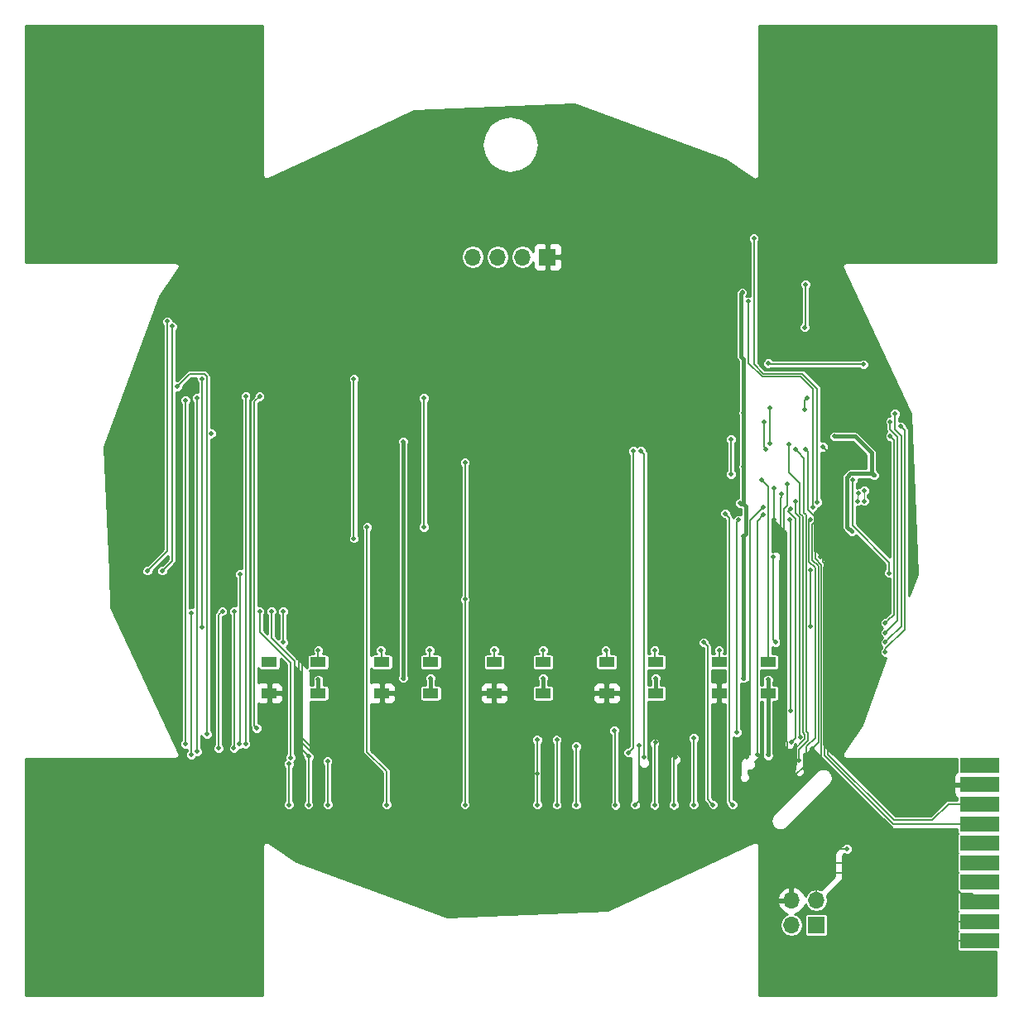
<source format=gbr>
G04 #@! TF.FileFunction,Copper,L1,Top,Signal*
%FSLAX46Y46*%
G04 Gerber Fmt 4.6, Leading zero omitted, Abs format (unit mm)*
G04 Created by KiCad (PCBNEW 4.0.6) date 10/16/17 12:02:40*
%MOMM*%
%LPD*%
G01*
G04 APERTURE LIST*
%ADD10C,0.100000*%
%ADD11R,1.600000X1.000000*%
%ADD12R,1.700000X1.700000*%
%ADD13O,1.700000X1.700000*%
%ADD14C,0.500000*%
%ADD15C,0.400000*%
%ADD16C,0.200000*%
%ADD17C,0.125000*%
%ADD18C,0.254000*%
G04 APERTURE END LIST*
D10*
D11*
X161000000Y-104200000D03*
X161000000Y-101000000D03*
X156000000Y-104200000D03*
X156000000Y-101000000D03*
X149500000Y-104200000D03*
X149500000Y-101000000D03*
X144500000Y-104200000D03*
X144500000Y-101000000D03*
X138000000Y-104200000D03*
X138000000Y-101000000D03*
X133000000Y-104200000D03*
X133000000Y-101000000D03*
X126500000Y-104200000D03*
X126500000Y-101000000D03*
X121500000Y-104200000D03*
X121500000Y-101000000D03*
X115000000Y-104200000D03*
X115000000Y-101000000D03*
X110000000Y-104200000D03*
X110000000Y-101000000D03*
D12*
X165930000Y-127930000D03*
D13*
X163390000Y-127930000D03*
X165930000Y-125390000D03*
X163390000Y-125390000D03*
D12*
X138440000Y-59550000D03*
D13*
X135900000Y-59550000D03*
X133360000Y-59550000D03*
X130820000Y-59550000D03*
D10*
G36*
X180650000Y-112312000D02*
X180650000Y-110788000D01*
X184650000Y-110788000D01*
X184650000Y-112312000D01*
X180650000Y-112312000D01*
X180650000Y-112312000D01*
G37*
G36*
X180650000Y-114312000D02*
X180650000Y-112788000D01*
X184650000Y-112788000D01*
X184650000Y-114312000D01*
X180650000Y-114312000D01*
X180650000Y-114312000D01*
G37*
G36*
X180650000Y-122312000D02*
X180650000Y-120788000D01*
X184650000Y-120788000D01*
X184650000Y-122312000D01*
X180650000Y-122312000D01*
X180650000Y-122312000D01*
G37*
G36*
X180650000Y-120312000D02*
X180650000Y-118788000D01*
X184650000Y-118788000D01*
X184650000Y-120312000D01*
X180650000Y-120312000D01*
X180650000Y-120312000D01*
G37*
G36*
X180650000Y-128312000D02*
X180650000Y-126788000D01*
X184650000Y-126788000D01*
X184650000Y-128312000D01*
X180650000Y-128312000D01*
X180650000Y-128312000D01*
G37*
G36*
X180650000Y-130312000D02*
X180650000Y-128788000D01*
X184650000Y-128788000D01*
X184650000Y-130312000D01*
X180650000Y-130312000D01*
X180650000Y-130312000D01*
G37*
G36*
X180650000Y-116312000D02*
X180650000Y-114788000D01*
X184650000Y-114788000D01*
X184650000Y-116312000D01*
X180650000Y-116312000D01*
X180650000Y-116312000D01*
G37*
G36*
X180650000Y-118312000D02*
X180650000Y-116788000D01*
X184650000Y-116788000D01*
X184650000Y-118312000D01*
X180650000Y-118312000D01*
X180650000Y-118312000D01*
G37*
G36*
X180650000Y-126312000D02*
X180650000Y-124788000D01*
X184650000Y-124788000D01*
X184650000Y-126312000D01*
X180650000Y-126312000D01*
X180650000Y-126312000D01*
G37*
G36*
X180650000Y-124312000D02*
X180650000Y-122788000D01*
X184650000Y-122788000D01*
X184650000Y-124312000D01*
X180650000Y-124312000D01*
X180650000Y-124312000D01*
G37*
D14*
X161000000Y-110441691D03*
X123697490Y-78459341D03*
X161000000Y-102800000D03*
X115000000Y-102800000D03*
X123700000Y-102650000D03*
X126500000Y-102650000D03*
X138000000Y-102650000D03*
X149500000Y-102650000D03*
X158500000Y-102650000D03*
X158368020Y-63182223D03*
X158500000Y-88100000D03*
X158150000Y-84750000D03*
X158500000Y-81000000D03*
X158500000Y-75500000D03*
X158500000Y-70000000D03*
X171859164Y-81896229D03*
X169550000Y-87650000D03*
X167820000Y-77920000D03*
X157396650Y-115602288D03*
X156600000Y-85800000D03*
X167150996Y-90611726D03*
X166331625Y-90200000D03*
X169050000Y-120150000D03*
X165584705Y-85150000D03*
X159028140Y-64116947D03*
X99050000Y-91650000D03*
X100050000Y-66650000D03*
X159550903Y-57660979D03*
X166050000Y-84650000D03*
X99550000Y-66150000D03*
X97550000Y-91650000D03*
X145297746Y-107993882D03*
X145297746Y-107993881D03*
X108714055Y-107767217D03*
X145397455Y-115622336D03*
X109000000Y-73800000D03*
X157994060Y-86466547D03*
X157800000Y-108200000D03*
X157800000Y-108200000D03*
X157800000Y-108200000D03*
X147838658Y-109512885D03*
X159888455Y-110441691D03*
X107565260Y-109392272D03*
X147404422Y-115609304D03*
X107600000Y-73800000D03*
X160550000Y-85900000D03*
X158853984Y-110766700D03*
X151544784Y-110766700D03*
X102600000Y-110178451D03*
X151392291Y-115615820D03*
X102600000Y-74000000D03*
X160550001Y-85150000D03*
X163325474Y-85348265D03*
X149533244Y-109204637D03*
X163408755Y-109188727D03*
X149398357Y-115615820D03*
X101400000Y-74200000D03*
X101400000Y-109400000D03*
X164304146Y-108678578D03*
X163800484Y-84584465D03*
X153396986Y-115608834D03*
X153400000Y-108800000D03*
X103600000Y-108400000D03*
X100600000Y-72800000D03*
X160390568Y-82385916D03*
X160600000Y-76400000D03*
X160800000Y-79200000D03*
X148341634Y-110766700D03*
X112182859Y-110771867D03*
X115945367Y-111158676D03*
X148000000Y-79400000D03*
X116000000Y-115600000D03*
X109000000Y-95800000D03*
X146689629Y-110274939D03*
X114026778Y-110672140D03*
X110200000Y-95800000D03*
X114000000Y-115600000D03*
X147200000Y-79400000D03*
X163794281Y-79261678D03*
X164167154Y-111063678D03*
X141400000Y-109624917D03*
X106363569Y-109832834D03*
X141398836Y-115612930D03*
X106400000Y-95800000D03*
X137407806Y-108910133D03*
X137393619Y-112460233D03*
X163000000Y-113200000D03*
X163173556Y-78765897D03*
X106897093Y-109403740D03*
X137402017Y-115600215D03*
X107000000Y-92000000D03*
X165495938Y-109907002D03*
X139400000Y-108974895D03*
X104800000Y-109832834D03*
X139400164Y-115612930D03*
X105200000Y-95800000D03*
X164800000Y-79200000D03*
X164981105Y-74009338D03*
X164750000Y-75150000D03*
X118006347Y-112391105D03*
X165356592Y-86400000D03*
X166800000Y-86400000D03*
X163600000Y-112800000D03*
X118000000Y-115600000D03*
X114600000Y-112600000D03*
X111600000Y-74200000D03*
X166600000Y-79000000D03*
X123200000Y-112184049D03*
X126000000Y-112184049D03*
X166600000Y-81800000D03*
X165800000Y-111675000D03*
X126000000Y-115600000D03*
X121600000Y-91600000D03*
X110200000Y-91600000D03*
X110200000Y-74000000D03*
X130000000Y-80600000D03*
X130000000Y-115600000D03*
X130000000Y-94599990D03*
X173400000Y-91900000D03*
X169650000Y-82350000D03*
X163000000Y-82800000D03*
X162800000Y-111400000D03*
X124000000Y-115600000D03*
X124000000Y-111799900D03*
X108200000Y-111800000D03*
X106400000Y-74000000D03*
X161600000Y-83200000D03*
X161600000Y-86400000D03*
X163200000Y-86400000D03*
X163354136Y-106000000D03*
X161800000Y-106000000D03*
X161600000Y-113675000D03*
X128000000Y-115600000D03*
X128000000Y-113075000D03*
X115200000Y-113075000D03*
X112600000Y-74200000D03*
X120000000Y-111124990D03*
X162400000Y-83800000D03*
X162380519Y-110841527D03*
X120000000Y-115600000D03*
X105800000Y-111200000D03*
X105000000Y-74000000D03*
X170274751Y-83717248D03*
X170151375Y-84530897D03*
X170867963Y-83454976D03*
X170831375Y-84530897D03*
X165356594Y-97342634D03*
X165356594Y-91570777D03*
X103101724Y-97402791D03*
X103100000Y-72000000D03*
X118650000Y-72050000D03*
X118650000Y-88350000D03*
X161523276Y-90232563D03*
X155386999Y-115608834D03*
X111400000Y-95800000D03*
X111400000Y-99000000D03*
X154400000Y-99000000D03*
X161800000Y-99000000D03*
X149400000Y-99800000D03*
X156000000Y-99800000D03*
X138000000Y-99800000D03*
X144400000Y-99800000D03*
X126400000Y-99800000D03*
X133000000Y-99800000D03*
X115000000Y-99800000D03*
X121400000Y-99800000D03*
X161050000Y-70450000D03*
X170750000Y-70550000D03*
X164750000Y-66750000D03*
X164850580Y-62344905D03*
X112000000Y-115600000D03*
X112000000Y-111400000D03*
X101984008Y-110505747D03*
X102000000Y-96000000D03*
X161197428Y-75008769D03*
X161200000Y-78600000D03*
X173004877Y-97009033D03*
X173500000Y-77900000D03*
X172994708Y-98994708D03*
X174000000Y-75600000D03*
X173000000Y-100000000D03*
X174600000Y-76900000D03*
X173005509Y-97999223D03*
X173500000Y-76400000D03*
X179400000Y-119200000D03*
X171800000Y-123600000D03*
X167200000Y-122600000D03*
X171200000Y-121600000D03*
X167200000Y-121600000D03*
X157202858Y-81784325D03*
X157200000Y-78200000D03*
X122000000Y-115600000D03*
X120000000Y-87200000D03*
X125800000Y-87200000D03*
X125800000Y-74000000D03*
X104075000Y-77600000D03*
D15*
X161000000Y-104200000D02*
X161000000Y-110441691D01*
X123700000Y-78461851D02*
X123697490Y-78459341D01*
X123700000Y-102650000D02*
X123700000Y-78461851D01*
X161000000Y-102800000D02*
X161000000Y-104200000D01*
X158749999Y-85049999D02*
X158500000Y-84800000D01*
X158500000Y-88100000D02*
X158749999Y-87850001D01*
X158749999Y-87850001D02*
X158749999Y-85049999D01*
X115000000Y-102800000D02*
X115000000Y-104200000D01*
X158500000Y-88100000D02*
X158500000Y-102650000D01*
X158338049Y-63212194D02*
X158368020Y-63182223D01*
X158250001Y-63300242D02*
X158338049Y-63212194D01*
X158250001Y-69750001D02*
X158250001Y-63300242D01*
X158500000Y-70000000D02*
X158250001Y-69750001D01*
X149500000Y-104200000D02*
X149500000Y-103300000D01*
X149500000Y-103300000D02*
X149500000Y-102650000D01*
X138000000Y-104200000D02*
X138000000Y-102650000D01*
X126500000Y-104200000D02*
X126500000Y-103300000D01*
X126500000Y-103300000D02*
X126500000Y-102650000D01*
X158500000Y-84800000D02*
X158500000Y-75500000D01*
X158150000Y-84750000D02*
X158200000Y-84800000D01*
X158200000Y-84800000D02*
X158500000Y-84800000D01*
X158500000Y-75500000D02*
X158500000Y-70000000D01*
X161000000Y-104200000D02*
X160700000Y-104200000D01*
X171746229Y-81896229D02*
X171859164Y-81896229D01*
X171570001Y-81720001D02*
X171746229Y-81896229D01*
X169550000Y-87650000D02*
X169074999Y-87174999D01*
X169074999Y-87174999D02*
X169074999Y-82073999D01*
X169074999Y-82073999D02*
X169428997Y-81720001D01*
X169428997Y-81720001D02*
X171570001Y-81720001D01*
X169900000Y-77920000D02*
X167820000Y-77920000D01*
X171570001Y-79590001D02*
X169900000Y-77920000D01*
X171570001Y-81720001D02*
X171570001Y-79590001D01*
D16*
X157146651Y-115352289D02*
X157396650Y-115602288D01*
X157025001Y-115230639D02*
X157146651Y-115352289D01*
X157025001Y-86225001D02*
X157025001Y-115230639D01*
X156600000Y-85800000D02*
X157025001Y-86225001D01*
X167150996Y-90965279D02*
X167150996Y-90611726D01*
X177800000Y-117200000D02*
X173899425Y-117200000D01*
X179450000Y-115550000D02*
X177800000Y-117200000D01*
X182650000Y-115550000D02*
X179450000Y-115550000D01*
X167150996Y-110451571D02*
X167150996Y-90965279D01*
X173899425Y-117200000D02*
X167150996Y-110451571D01*
X166581624Y-90449999D02*
X166331625Y-90200000D01*
X166581624Y-90713901D02*
X166581624Y-90449999D01*
X166806629Y-90938906D02*
X166581624Y-90713901D01*
X173789791Y-117550000D02*
X166806629Y-110566838D01*
X182650000Y-117550000D02*
X173789791Y-117550000D01*
X166806629Y-110566838D02*
X166806629Y-90938906D01*
X165930000Y-125390000D02*
X165930000Y-121070000D01*
X165930000Y-121070000D02*
X166850000Y-120150000D01*
X166850000Y-120150000D02*
X169050000Y-120150000D01*
X165584705Y-84796447D02*
X165584705Y-85150000D01*
X165571092Y-84782834D02*
X165584705Y-84796447D01*
X159028140Y-70436870D02*
X160416280Y-71825010D01*
X165571092Y-73030724D02*
X165571092Y-84782834D01*
X159028140Y-64116947D02*
X159028140Y-70436870D01*
X164365378Y-71825010D02*
X165571092Y-73030724D01*
X160416280Y-71825010D02*
X164365378Y-71825010D01*
X100050000Y-90650000D02*
X99050000Y-91650000D01*
X100050000Y-66650000D02*
X100050000Y-90650000D01*
X159550903Y-70500000D02*
X159550903Y-58014532D01*
X164500000Y-71500000D02*
X160550903Y-71500000D01*
X160550903Y-71500000D02*
X159550903Y-70500000D01*
X166050000Y-73050000D02*
X164500000Y-71500000D01*
X166050000Y-84650000D02*
X166050000Y-73050000D01*
X159550903Y-58014532D02*
X159550903Y-57660979D01*
X99550000Y-89650000D02*
X99550000Y-66150000D01*
X97550000Y-91650000D02*
X99550000Y-89650000D01*
X145397455Y-108093591D02*
X145297746Y-107993882D01*
X145397455Y-115622336D02*
X145397455Y-108093591D01*
X145297746Y-107993882D02*
X145297746Y-107993881D01*
X108464056Y-74335944D02*
X108464056Y-107517218D01*
X109000000Y-73800000D02*
X108464056Y-74335944D01*
X108464056Y-107517218D02*
X108714055Y-107767217D01*
X157800000Y-108200000D02*
X157800000Y-86660607D01*
X157800000Y-86660607D02*
X157994060Y-86466547D01*
X147838658Y-109866438D02*
X147838658Y-109512885D01*
X147838658Y-115175068D02*
X147838658Y-109866438D01*
X159888455Y-86561545D02*
X159888455Y-110088138D01*
X147404422Y-115609304D02*
X147838658Y-115175068D01*
X159888455Y-110088138D02*
X159888455Y-110441691D01*
X160550000Y-85900000D02*
X159888455Y-86561545D01*
X107600000Y-109357532D02*
X107565260Y-109392272D01*
X107600000Y-73800000D02*
X107600000Y-109357532D01*
X159182891Y-86517110D02*
X159182891Y-110437793D01*
X159182891Y-110437793D02*
X159103983Y-110516701D01*
X160550001Y-85150000D02*
X159182891Y-86517110D01*
X151392291Y-110919193D02*
X151544784Y-110766700D01*
X159103983Y-110516701D02*
X158853984Y-110766700D01*
X151392291Y-115615820D02*
X151392291Y-110919193D01*
X102600000Y-74000000D02*
X102600000Y-110178451D01*
X163829136Y-108768346D02*
X163829136Y-86351925D01*
X163075475Y-85598264D02*
X163325474Y-85348265D01*
X163408755Y-109188727D02*
X163829136Y-108768346D01*
X163829136Y-86351925D02*
X163075475Y-85598264D01*
X149398357Y-115615820D02*
X149398357Y-109339524D01*
X149398357Y-109339524D02*
X149533244Y-109204637D01*
X101400000Y-109400000D02*
X101400000Y-74200000D01*
X164223662Y-86213203D02*
X164223662Y-108598094D01*
X163800484Y-85790025D02*
X164223662Y-86213203D01*
X163800484Y-84584465D02*
X163800484Y-85790025D01*
X164223662Y-108598094D02*
X164304146Y-108678578D01*
X153400000Y-115605820D02*
X153396986Y-115608834D01*
X153400000Y-108800000D02*
X153400000Y-115605820D01*
X103600000Y-71796998D02*
X103600000Y-108400000D01*
X100600000Y-72800000D02*
X101875001Y-71524999D01*
X101875001Y-71524999D02*
X103328001Y-71524999D01*
X103328001Y-71524999D02*
X103600000Y-71796998D01*
X161000000Y-101000000D02*
X161026495Y-100973505D01*
X161026495Y-100973505D02*
X161026495Y-83021843D01*
X161026495Y-83021843D02*
X160640567Y-82635915D01*
X160640567Y-82635915D02*
X160390568Y-82385916D01*
X160600000Y-79000000D02*
X160600000Y-76400000D01*
X160724999Y-79124999D02*
X160600000Y-79000000D01*
X160800000Y-79200000D02*
X160724999Y-79124999D01*
X148341634Y-79741634D02*
X148341634Y-110413147D01*
X148341634Y-110413147D02*
X148341634Y-110766700D01*
X148000000Y-79400000D02*
X148341634Y-79741634D01*
X109000000Y-95800000D02*
X109000000Y-97921167D01*
X112182859Y-101104026D02*
X112182859Y-110418314D01*
X109000000Y-97921167D02*
X112182859Y-101104026D01*
X112182859Y-110418314D02*
X112182859Y-110771867D01*
X116000000Y-115600000D02*
X116000000Y-111213309D01*
X116000000Y-111213309D02*
X115945367Y-111158676D01*
X110200000Y-95800000D02*
X110200000Y-98503002D01*
X110200000Y-98503002D02*
X112579531Y-100882533D01*
X112579531Y-100882533D02*
X112579531Y-109224893D01*
X112579531Y-109224893D02*
X113776779Y-110422141D01*
X113776779Y-110422141D02*
X114026778Y-110672140D01*
X147200000Y-79400000D02*
X147200000Y-109764568D01*
X147200000Y-109764568D02*
X146939628Y-110024940D01*
X146939628Y-110024940D02*
X146689629Y-110274939D01*
X114000000Y-110698918D02*
X114026778Y-110672140D01*
X114000000Y-115600000D02*
X114000000Y-110698918D01*
X164167154Y-109978206D02*
X165104158Y-109041202D01*
X164167154Y-111063678D02*
X164167154Y-109978206D01*
X164659540Y-80126937D02*
X164044280Y-79511677D01*
X164881582Y-85951855D02*
X164659540Y-85729813D01*
X164881582Y-108093378D02*
X164881582Y-85951855D01*
X165104158Y-109041202D02*
X165104158Y-108315954D01*
X164659540Y-85729813D02*
X164659540Y-80126937D01*
X164044280Y-79511677D02*
X163794281Y-79261678D01*
X165104158Y-108315954D02*
X164881582Y-108093378D01*
X141398836Y-109626081D02*
X141400000Y-109624917D01*
X141398836Y-115612930D02*
X141398836Y-109626081D01*
X106400000Y-109796403D02*
X106363569Y-109832834D01*
X106400000Y-95800000D02*
X106400000Y-109796403D01*
X137393619Y-108924320D02*
X137407806Y-108910133D01*
X137393619Y-112460233D02*
X137393619Y-108924320D01*
X137400000Y-115598198D02*
X137393619Y-115591817D01*
X137393619Y-115591817D02*
X137393619Y-112813786D01*
X137393619Y-112813786D02*
X137393619Y-112460233D01*
X164275485Y-82675485D02*
X164275485Y-85805392D01*
X163000000Y-112696998D02*
X163000000Y-112846447D01*
X164779147Y-108450577D02*
X164779147Y-108906579D01*
X163371999Y-110313727D02*
X163371999Y-112324999D01*
X164779147Y-108906579D02*
X163371999Y-110313727D01*
X164275485Y-85805392D02*
X164556571Y-86086478D01*
X163173556Y-78765897D02*
X163173556Y-81573556D01*
X163173556Y-81573556D02*
X164275485Y-82675485D01*
X163371999Y-112324999D02*
X163000000Y-112696998D01*
X163000000Y-112846447D02*
X163000000Y-113200000D01*
X164556571Y-108228001D02*
X164779147Y-108450577D01*
X164556571Y-86086478D02*
X164556571Y-108228001D01*
X107000000Y-109300833D02*
X106897093Y-109403740D01*
X107000000Y-92000000D02*
X107000000Y-109300833D01*
X137400000Y-115400000D02*
X137402017Y-115402017D01*
X165831594Y-86607881D02*
X165531604Y-86907871D01*
X165745937Y-109657003D02*
X165495938Y-109907002D01*
X165109695Y-85450099D02*
X165831594Y-86171998D01*
X164800000Y-79200000D02*
X165109695Y-79509695D01*
X165831594Y-86171998D02*
X165831594Y-86607881D01*
X166156607Y-109246333D02*
X165745937Y-109657003D01*
X166156607Y-91208152D02*
X166156607Y-109246333D01*
X165109695Y-79509695D02*
X165109695Y-85450099D01*
X165531604Y-86907871D02*
X165531604Y-90583149D01*
X165531604Y-90583149D02*
X166156607Y-91208152D01*
X139400164Y-115612930D02*
X139400164Y-108975059D01*
X139400164Y-108975059D02*
X139400000Y-108974895D01*
X104800000Y-96200000D02*
X104800000Y-109479281D01*
X105200000Y-95800000D02*
X104800000Y-96200000D01*
X104800000Y-109479281D02*
X104800000Y-109832834D01*
X164750000Y-75150000D02*
X164750000Y-74240443D01*
X164750000Y-74240443D02*
X164981105Y-74009338D01*
X118000000Y-112397452D02*
X118006347Y-112391105D01*
X118000000Y-115600000D02*
X118000000Y-112397452D01*
X165206593Y-86549999D02*
X165356592Y-86400000D01*
X165831596Y-91362896D02*
X165206593Y-90737893D01*
X165831596Y-108773398D02*
X165831596Y-91362896D01*
X165206593Y-90737893D02*
X165206593Y-86549999D01*
X164946092Y-109658902D02*
X165831596Y-108773398D01*
X163600000Y-112800000D02*
X164946092Y-111453908D01*
X164946092Y-111453908D02*
X164946092Y-109658902D01*
X166800000Y-86400000D02*
X166800000Y-85259633D01*
X166800000Y-85259633D02*
X167075001Y-84984632D01*
X167075001Y-84984632D02*
X167075001Y-79475001D01*
X167075001Y-79475001D02*
X166849999Y-79249999D01*
X166849999Y-79249999D02*
X166600000Y-79000000D01*
X113000000Y-100843369D02*
X113000000Y-108942360D01*
X113000000Y-108942360D02*
X114600000Y-110542360D01*
X114600000Y-110542360D02*
X114600000Y-112600000D01*
X112800000Y-94800000D02*
X112800000Y-100643369D01*
X112800000Y-100643369D02*
X113000000Y-100843369D01*
X111600000Y-93600000D02*
X112800000Y-94800000D01*
X111600000Y-90400000D02*
X111600000Y-93600000D01*
X111600000Y-89800000D02*
X111600000Y-90400000D01*
X111600000Y-82200000D02*
X111600000Y-89800000D01*
X111600000Y-74200000D02*
X111600000Y-82200000D01*
X121600000Y-91600000D02*
X123200000Y-93200000D01*
X123200000Y-111830496D02*
X123200000Y-112184049D01*
X123200000Y-93200000D02*
X123200000Y-111830496D01*
X126000000Y-115600000D02*
X126000000Y-112184049D01*
X166600000Y-82153553D02*
X166600000Y-81800000D01*
X166156605Y-86762625D02*
X166156605Y-85443395D01*
X165856615Y-90448526D02*
X165856615Y-87062615D01*
X166156605Y-85443395D02*
X166600000Y-85000000D01*
X165856615Y-87062615D02*
X166156605Y-86762625D01*
X166481618Y-91073529D02*
X165856615Y-90448526D01*
X166481618Y-110993382D02*
X166481618Y-91073529D01*
X165800000Y-111675000D02*
X166481618Y-110993382D01*
X166600000Y-85000000D02*
X166600000Y-82153553D01*
X110200000Y-84200000D02*
X110200000Y-91600000D01*
X110200000Y-74000000D02*
X110200000Y-84200000D01*
X130000000Y-94599990D02*
X130000000Y-80600000D01*
X130000000Y-94599990D02*
X130000000Y-115600000D01*
X169650000Y-87046998D02*
X173400000Y-90796998D01*
X173400000Y-90796998D02*
X173400000Y-91900000D01*
X169650000Y-82350000D02*
X169650000Y-87046998D01*
X163000000Y-84970737D02*
X163000000Y-83153553D01*
X162648230Y-85322507D02*
X163000000Y-84970737D01*
X162933754Y-111266246D02*
X162933754Y-109173360D01*
X163000000Y-83153553D02*
X163000000Y-82800000D01*
X162800000Y-111400000D02*
X162933754Y-111266246D01*
X162933754Y-109173360D02*
X162648230Y-108887836D01*
X162648230Y-108887836D02*
X162648230Y-85322507D01*
X124000000Y-111799900D02*
X124000000Y-115600000D01*
X106400000Y-74000000D02*
X107075001Y-73324999D01*
X107075001Y-73324999D02*
X107828001Y-73324999D01*
X107828001Y-73324999D02*
X108075001Y-73571999D01*
X108075001Y-73571999D02*
X108075001Y-111675001D01*
X108075001Y-111675001D02*
X108200000Y-111800000D01*
X161600000Y-86400000D02*
X161600000Y-83200000D01*
X163354136Y-106000000D02*
X163354136Y-86554136D01*
X163354136Y-86554136D02*
X163200000Y-86400000D01*
X161674719Y-106191156D02*
X161674719Y-106125281D01*
X161674719Y-106125281D02*
X161800000Y-106000000D01*
X161600000Y-113675000D02*
X161600000Y-106265875D01*
X161600000Y-106265875D02*
X161674719Y-106191156D01*
X128000000Y-113075000D02*
X128000000Y-115600000D01*
X115200000Y-110682728D02*
X115200000Y-113075000D01*
X113125010Y-94665377D02*
X113125010Y-100508747D01*
X113125010Y-100508747D02*
X113325010Y-100708746D01*
X113325010Y-100708746D02*
X113325010Y-108807738D01*
X113325010Y-108807738D02*
X115200000Y-110682728D01*
X112600000Y-80800000D02*
X113125010Y-81325010D01*
X113125010Y-81325010D02*
X113125010Y-94665377D01*
X112600000Y-74200000D02*
X112600000Y-80800000D01*
X120000000Y-115600000D02*
X120000000Y-111124990D01*
X162323219Y-84230334D02*
X162400000Y-84153553D01*
X162323219Y-110430674D02*
X162323219Y-84230334D01*
X162380519Y-110487974D02*
X162323219Y-110430674D01*
X162380519Y-110841527D02*
X162380519Y-110487974D01*
X162400000Y-84153553D02*
X162400000Y-83800000D01*
X105000000Y-74000000D02*
X105800000Y-74800000D01*
X105800000Y-74800000D02*
X105800000Y-111200000D01*
D17*
X170151375Y-84530897D02*
X170151375Y-83840624D01*
X170151375Y-83840624D02*
X170274751Y-83717248D01*
X170831375Y-83491564D02*
X170867963Y-83454976D01*
X170831375Y-84530897D02*
X170831375Y-83491564D01*
D16*
X165356594Y-97342634D02*
X165356594Y-96989081D01*
X165356594Y-96989081D02*
X165356594Y-91570777D01*
X103100000Y-72000000D02*
X103100000Y-97378338D01*
X103100000Y-97378338D02*
X103113512Y-97391850D01*
X118650000Y-88350000D02*
X118650000Y-72050000D01*
X161800000Y-99000000D02*
X161523276Y-98723276D01*
X161523276Y-98723276D02*
X161523276Y-90732561D01*
X161523276Y-90732561D02*
X161523276Y-90232563D01*
X154400000Y-99000000D02*
X154816379Y-99416379D01*
X154816379Y-99416379D02*
X154816379Y-115038214D01*
X154816379Y-115038214D02*
X155137000Y-115358835D01*
X155137000Y-115358835D02*
X155386999Y-115608834D01*
X111400000Y-99000000D02*
X111400000Y-95800000D01*
X149400000Y-99800000D02*
X149400000Y-100900000D01*
X149400000Y-100900000D02*
X149500000Y-101000000D01*
X156000000Y-101000000D02*
X156000000Y-99800000D01*
X138000000Y-99800000D02*
X138000000Y-101000000D01*
X144500000Y-101000000D02*
X144500000Y-99900000D01*
X144500000Y-99900000D02*
X144400000Y-99800000D01*
X126400000Y-99800000D02*
X126400000Y-100900000D01*
X126400000Y-100900000D02*
X126500000Y-101000000D01*
X133000000Y-101000000D02*
X133000000Y-99800000D01*
X121500000Y-101000000D02*
X121500000Y-99901316D01*
X121500000Y-99901316D02*
X121400000Y-99801316D01*
X121400000Y-99801316D02*
X121400000Y-99800000D01*
X115000000Y-99800000D02*
X115000000Y-101000000D01*
X170750000Y-70550000D02*
X161150000Y-70550000D01*
X161150000Y-70550000D02*
X161050000Y-70450000D01*
X164850580Y-62344905D02*
X164850580Y-66649420D01*
X164850580Y-66649420D02*
X164750000Y-66750000D01*
X112000000Y-111400000D02*
X112000000Y-115600000D01*
X102000000Y-96000000D02*
X101984008Y-110505747D01*
X102000000Y-110503002D02*
X101986753Y-110503002D01*
X101986753Y-110503002D02*
X101984008Y-110505747D01*
X161200000Y-75011341D02*
X161197428Y-75008769D01*
X161200000Y-78600000D02*
X161200000Y-75011341D01*
X173254876Y-96759034D02*
X173004877Y-97009033D01*
X173500000Y-77900000D02*
X173875001Y-78275001D01*
X173875001Y-96138909D02*
X173254876Y-96759034D01*
X173875001Y-78275001D02*
X173875001Y-96138909D01*
X173244707Y-98744709D02*
X172994708Y-98994708D01*
X174624273Y-97365143D02*
X173244707Y-98744709D01*
X174624273Y-77861637D02*
X174624273Y-97365143D01*
X174000000Y-75600000D02*
X174000000Y-77237364D01*
X174000000Y-77237364D02*
X174624273Y-77861637D01*
X173000000Y-99661182D02*
X173000000Y-100000000D01*
X174600000Y-76900000D02*
X175000000Y-77300000D01*
X175000000Y-77300000D02*
X175000000Y-97661182D01*
X175000000Y-97661182D02*
X173000000Y-99661182D01*
X174259615Y-77956613D02*
X174259615Y-96745117D01*
X173500000Y-77196998D02*
X174259615Y-77956613D01*
X174259615Y-96745117D02*
X173255508Y-97749224D01*
X173500000Y-76400000D02*
X173500000Y-77196998D01*
X173255508Y-97749224D02*
X173005509Y-97999223D01*
X180717290Y-124717290D02*
X179400000Y-123400000D01*
X179400000Y-123400000D02*
X179400000Y-119200000D01*
X182650000Y-125550000D02*
X181817290Y-124717290D01*
X181817290Y-124717290D02*
X180717290Y-124717290D01*
X172049999Y-124649999D02*
X176950000Y-129550000D01*
X176950000Y-129550000D02*
X182650000Y-129550000D01*
X171800000Y-123600000D02*
X172049999Y-123849999D01*
X172049999Y-123849999D02*
X172049999Y-124649999D01*
X171800000Y-122800000D02*
X171800000Y-123600000D01*
X171600000Y-122600000D02*
X171800000Y-122800000D01*
X167200000Y-122600000D02*
X171600000Y-122600000D01*
X172400000Y-124200000D02*
X175750000Y-127550000D01*
X175750000Y-127550000D02*
X182650000Y-127550000D01*
X172400000Y-123740367D02*
X172400000Y-124200000D01*
X171200000Y-121600000D02*
X172275001Y-122675001D01*
X172275001Y-122675001D02*
X172275001Y-123615368D01*
X172275001Y-123615368D02*
X172400000Y-123740367D01*
X167200000Y-121600000D02*
X171200000Y-121600000D01*
X157200000Y-78200000D02*
X157200000Y-81781467D01*
X157200000Y-81781467D02*
X157202858Y-81784325D01*
X120000000Y-110200000D02*
X122000000Y-112200000D01*
X122000000Y-112200000D02*
X122000000Y-115600000D01*
X120000000Y-87200000D02*
X120000000Y-110200000D01*
X125800000Y-74000000D02*
X125800000Y-87200000D01*
D18*
G36*
X109323000Y-51221727D02*
X109324534Y-51229441D01*
X109323318Y-51237213D01*
X109338829Y-51301306D01*
X109351697Y-51365999D01*
X109356068Y-51372541D01*
X109357918Y-51380184D01*
X109396778Y-51433467D01*
X109433421Y-51488306D01*
X109439960Y-51492675D01*
X109444596Y-51499032D01*
X109500896Y-51533392D01*
X109555728Y-51570030D01*
X109563443Y-51571565D01*
X109570157Y-51575662D01*
X109635315Y-51585861D01*
X109700000Y-51598727D01*
X109707714Y-51597193D01*
X109715486Y-51598409D01*
X109779579Y-51582898D01*
X109844272Y-51570030D01*
X109850814Y-51565659D01*
X109858457Y-51563809D01*
X117444180Y-48050000D01*
X131748000Y-48050000D01*
X131968902Y-49160547D01*
X132597976Y-50102024D01*
X133539453Y-50731098D01*
X134650000Y-50952000D01*
X135760547Y-50731098D01*
X136702024Y-50102024D01*
X137331098Y-49160547D01*
X137552000Y-48050000D01*
X137331098Y-46939453D01*
X136702024Y-45997976D01*
X135760547Y-45368902D01*
X134650000Y-45148000D01*
X133539453Y-45368902D01*
X132597976Y-45997976D01*
X131968902Y-46939453D01*
X131748000Y-48050000D01*
X117444180Y-48050000D01*
X124811150Y-44637521D01*
X141201289Y-43963693D01*
X156629849Y-49623732D01*
X159490550Y-51535191D01*
X159524854Y-51549400D01*
X159555728Y-51570030D01*
X159592145Y-51577274D01*
X159626451Y-51591484D01*
X159663585Y-51591484D01*
X159700000Y-51598727D01*
X159736417Y-51591483D01*
X159773549Y-51591483D01*
X159807852Y-51577274D01*
X159844272Y-51570030D01*
X159875147Y-51549400D01*
X159909450Y-51535191D01*
X159935706Y-51508935D01*
X159966579Y-51488306D01*
X159987208Y-51457433D01*
X160013464Y-51431177D01*
X160027673Y-51396874D01*
X160048303Y-51365999D01*
X160055547Y-51329579D01*
X160069756Y-51295276D01*
X160069756Y-51258146D01*
X160077000Y-51221727D01*
X160077000Y-35877000D01*
X184323000Y-35877000D01*
X184323000Y-60123000D01*
X168978273Y-60123000D01*
X168970559Y-60124534D01*
X168962787Y-60123318D01*
X168898694Y-60138829D01*
X168834001Y-60151697D01*
X168827459Y-60156068D01*
X168819816Y-60157918D01*
X168766533Y-60196778D01*
X168711694Y-60233421D01*
X168707325Y-60239960D01*
X168700968Y-60244596D01*
X168666608Y-60300896D01*
X168629970Y-60355728D01*
X168628435Y-60363443D01*
X168624338Y-60370157D01*
X168614139Y-60435315D01*
X168601273Y-60500000D01*
X168602807Y-60507714D01*
X168601591Y-60515486D01*
X168617102Y-60579579D01*
X168629970Y-60644272D01*
X168634341Y-60650814D01*
X168636191Y-60658457D01*
X175562479Y-75611150D01*
X176236307Y-92001289D01*
X175427000Y-94207358D01*
X175427000Y-77300000D01*
X175394497Y-77136594D01*
X175301935Y-76998065D01*
X175301932Y-76998063D01*
X175177024Y-76873155D01*
X175177100Y-76785731D01*
X175089442Y-76573583D01*
X174927271Y-76411129D01*
X174715276Y-76323100D01*
X174485731Y-76322900D01*
X174427000Y-76347167D01*
X174427000Y-75989034D01*
X174488871Y-75927271D01*
X174576900Y-75715276D01*
X174577100Y-75485731D01*
X174489442Y-75273583D01*
X174327271Y-75111129D01*
X174115276Y-75023100D01*
X173885731Y-75022900D01*
X173673583Y-75110558D01*
X173511129Y-75272729D01*
X173423100Y-75484724D01*
X173422900Y-75714269D01*
X173467815Y-75822972D01*
X173385731Y-75822900D01*
X173173583Y-75910558D01*
X173011129Y-76072729D01*
X172923100Y-76284724D01*
X172922900Y-76514269D01*
X173010558Y-76726417D01*
X173073000Y-76788968D01*
X173073000Y-77196993D01*
X173072999Y-77196998D01*
X173105503Y-77360404D01*
X173152846Y-77431258D01*
X173011129Y-77572729D01*
X172923100Y-77784724D01*
X172922900Y-78014269D01*
X173010558Y-78226417D01*
X173172729Y-78388871D01*
X173384724Y-78476900D01*
X173448001Y-78476955D01*
X173448001Y-90241130D01*
X170077000Y-86870128D01*
X170077000Y-85107833D01*
X170265644Y-85107997D01*
X170477792Y-85020339D01*
X170491256Y-85006898D01*
X170504104Y-85019768D01*
X170716099Y-85107797D01*
X170945644Y-85107997D01*
X171157792Y-85020339D01*
X171320246Y-84858168D01*
X171408275Y-84646173D01*
X171408475Y-84416628D01*
X171320817Y-84204480D01*
X171220875Y-84104364D01*
X171220875Y-83917969D01*
X171356834Y-83782247D01*
X171444863Y-83570252D01*
X171445063Y-83340707D01*
X171357405Y-83128559D01*
X171195234Y-82966105D01*
X170983239Y-82878076D01*
X170753694Y-82877876D01*
X170541546Y-82965534D01*
X170379092Y-83127705D01*
X170373848Y-83140334D01*
X170160482Y-83140148D01*
X170077000Y-83174642D01*
X170077000Y-82739034D01*
X170138871Y-82677271D01*
X170226900Y-82465276D01*
X170227090Y-82247001D01*
X171351711Y-82247001D01*
X171373584Y-82268874D01*
X171500576Y-82353729D01*
X171531893Y-82385100D01*
X171743888Y-82473129D01*
X171973433Y-82473329D01*
X172185581Y-82385671D01*
X172348035Y-82223500D01*
X172436064Y-82011505D01*
X172436264Y-81781960D01*
X172348606Y-81569812D01*
X172186435Y-81407358D01*
X172097001Y-81370221D01*
X172097001Y-79590001D01*
X172084523Y-79527271D01*
X172056886Y-79388326D01*
X171942646Y-79217356D01*
X170272645Y-77547355D01*
X170101675Y-77433115D01*
X169900000Y-77393000D01*
X168055447Y-77393000D01*
X167935276Y-77343100D01*
X167705731Y-77342900D01*
X167493583Y-77430558D01*
X167331129Y-77592729D01*
X167243100Y-77804724D01*
X167242900Y-78034269D01*
X167330558Y-78246417D01*
X167492729Y-78408871D01*
X167704724Y-78496900D01*
X167934269Y-78497100D01*
X168055520Y-78447000D01*
X169681710Y-78447000D01*
X171043001Y-79808291D01*
X171043001Y-81193001D01*
X169428997Y-81193001D01*
X169227323Y-81233116D01*
X169056352Y-81347356D01*
X168702354Y-81701354D01*
X168588114Y-81872324D01*
X168578034Y-81923000D01*
X168547999Y-82073999D01*
X168547999Y-87174999D01*
X168588114Y-87376674D01*
X168702354Y-87547644D01*
X169010868Y-87856158D01*
X169060558Y-87976417D01*
X169222729Y-88138871D01*
X169434724Y-88226900D01*
X169664269Y-88227100D01*
X169876417Y-88139442D01*
X170007610Y-88008478D01*
X172973000Y-90973867D01*
X172973000Y-91510966D01*
X172911129Y-91572729D01*
X172823100Y-91784724D01*
X172822900Y-92014269D01*
X172910558Y-92226417D01*
X173072729Y-92388871D01*
X173284724Y-92476900D01*
X173448001Y-92477042D01*
X173448001Y-95962040D01*
X172978031Y-96432009D01*
X172890608Y-96431933D01*
X172678460Y-96519591D01*
X172516006Y-96681762D01*
X172427977Y-96893757D01*
X172427777Y-97123302D01*
X172515435Y-97335450D01*
X172677606Y-97497904D01*
X172692684Y-97504165D01*
X172679092Y-97509781D01*
X172516638Y-97671952D01*
X172428609Y-97883947D01*
X172428409Y-98113492D01*
X172516067Y-98325640D01*
X172678238Y-98488094D01*
X172694005Y-98494641D01*
X172668291Y-98505266D01*
X172505837Y-98667437D01*
X172417808Y-98879432D01*
X172417608Y-99108977D01*
X172505266Y-99321125D01*
X172636019Y-99452106D01*
X172605503Y-99497776D01*
X172585462Y-99598525D01*
X172511129Y-99672729D01*
X172423100Y-99884724D01*
X172422900Y-100114269D01*
X172510558Y-100326417D01*
X172672729Y-100488871D01*
X172884724Y-100576900D01*
X173090238Y-100577079D01*
X170576267Y-107429850D01*
X168664809Y-110290550D01*
X168650600Y-110324854D01*
X168629970Y-110355728D01*
X168622726Y-110392145D01*
X168608516Y-110426451D01*
X168608516Y-110463585D01*
X168601273Y-110500000D01*
X168608517Y-110536417D01*
X168608517Y-110573549D01*
X168622726Y-110607853D01*
X168629970Y-110644272D01*
X168650598Y-110675144D01*
X168664808Y-110709450D01*
X168691067Y-110735708D01*
X168711694Y-110766579D01*
X168742566Y-110787207D01*
X168768823Y-110813464D01*
X168803127Y-110827673D01*
X168834001Y-110848303D01*
X168870418Y-110855547D01*
X168904724Y-110869757D01*
X168941858Y-110869757D01*
X168978273Y-110877000D01*
X180316594Y-110877000D01*
X180316594Y-112247957D01*
X180198559Y-112323910D01*
X180053569Y-112536110D01*
X180002560Y-112788000D01*
X180002560Y-113423000D01*
X182523000Y-113423000D01*
X182523000Y-113403000D01*
X182777000Y-113403000D01*
X182777000Y-113423000D01*
X182797000Y-113423000D01*
X182797000Y-113677000D01*
X182777000Y-113677000D01*
X182777000Y-113697000D01*
X182523000Y-113697000D01*
X182523000Y-113677000D01*
X180002560Y-113677000D01*
X180002560Y-114312000D01*
X180046838Y-114547317D01*
X180185910Y-114763441D01*
X180316594Y-114852734D01*
X180316594Y-115123000D01*
X179450000Y-115123000D01*
X179286594Y-115155503D01*
X179148065Y-115248065D01*
X179148063Y-115248068D01*
X177623130Y-116773000D01*
X174076295Y-116773000D01*
X166727000Y-109423705D01*
X166727000Y-91237441D01*
X166788871Y-91175678D01*
X166876900Y-90963683D01*
X166877100Y-90734138D01*
X166789442Y-90521990D01*
X166627271Y-90359536D01*
X166415276Y-90271507D01*
X166376938Y-90271474D01*
X166377100Y-90085731D01*
X166289442Y-89873583D01*
X166127271Y-89711129D01*
X165915276Y-89623100D01*
X165751999Y-89622958D01*
X165751999Y-85690851D01*
X165876417Y-85639442D01*
X166038871Y-85477271D01*
X166126900Y-85265276D01*
X166126933Y-85227067D01*
X166164269Y-85227100D01*
X166376417Y-85139442D01*
X166538871Y-84977271D01*
X166626900Y-84765276D01*
X166627100Y-84535731D01*
X166539442Y-84323583D01*
X166477000Y-84261032D01*
X166477000Y-79573693D01*
X166484724Y-79576900D01*
X166714269Y-79577100D01*
X166926417Y-79489442D01*
X167088871Y-79327271D01*
X167176900Y-79115276D01*
X167177100Y-78885731D01*
X167089442Y-78673583D01*
X166927271Y-78511129D01*
X166715276Y-78423100D01*
X166485731Y-78422900D01*
X166477000Y-78426508D01*
X166477000Y-73050005D01*
X166477001Y-73050000D01*
X166444497Y-72886594D01*
X166351935Y-72748065D01*
X164801935Y-71198065D01*
X164663406Y-71105503D01*
X164500000Y-71072999D01*
X164499995Y-71073000D01*
X160727772Y-71073000D01*
X160219042Y-70564269D01*
X160472900Y-70564269D01*
X160560558Y-70776417D01*
X160722729Y-70938871D01*
X160934724Y-71026900D01*
X161164269Y-71027100D01*
X161285520Y-70977000D01*
X170360966Y-70977000D01*
X170422729Y-71038871D01*
X170634724Y-71126900D01*
X170864269Y-71127100D01*
X171076417Y-71039442D01*
X171238871Y-70877271D01*
X171326900Y-70665276D01*
X171327100Y-70435731D01*
X171239442Y-70223583D01*
X171077271Y-70061129D01*
X170865276Y-69973100D01*
X170635731Y-69972900D01*
X170423583Y-70060558D01*
X170361032Y-70123000D01*
X161538860Y-70123000D01*
X161377271Y-69961129D01*
X161165276Y-69873100D01*
X160935731Y-69872900D01*
X160723583Y-69960558D01*
X160561129Y-70122729D01*
X160473100Y-70334724D01*
X160472900Y-70564269D01*
X160219042Y-70564269D01*
X159977903Y-70323130D01*
X159977903Y-66864269D01*
X164172900Y-66864269D01*
X164260558Y-67076417D01*
X164422729Y-67238871D01*
X164634724Y-67326900D01*
X164864269Y-67327100D01*
X165076417Y-67239442D01*
X165238871Y-67077271D01*
X165326900Y-66865276D01*
X165327100Y-66635731D01*
X165277580Y-66515884D01*
X165277580Y-62733939D01*
X165339451Y-62672176D01*
X165427480Y-62460181D01*
X165427680Y-62230636D01*
X165340022Y-62018488D01*
X165177851Y-61856034D01*
X164965856Y-61768005D01*
X164736311Y-61767805D01*
X164524163Y-61855463D01*
X164361709Y-62017634D01*
X164273680Y-62229629D01*
X164273480Y-62459174D01*
X164361138Y-62671322D01*
X164423580Y-62733873D01*
X164423580Y-66260561D01*
X164261129Y-66422729D01*
X164173100Y-66634724D01*
X164172900Y-66864269D01*
X159977903Y-66864269D01*
X159977903Y-58050013D01*
X160039774Y-57988250D01*
X160127803Y-57776255D01*
X160128003Y-57546710D01*
X160040345Y-57334562D01*
X159878174Y-57172108D01*
X159666179Y-57084079D01*
X159436634Y-57083879D01*
X159224486Y-57171537D01*
X159062032Y-57333708D01*
X158974003Y-57545703D01*
X158973803Y-57775248D01*
X159061461Y-57987396D01*
X159123903Y-58049947D01*
X159123903Y-63540030D01*
X158913871Y-63539847D01*
X158777001Y-63596401D01*
X158777001Y-63589245D01*
X158856891Y-63509494D01*
X158944920Y-63297499D01*
X158945120Y-63067954D01*
X158857462Y-62855806D01*
X158695291Y-62693352D01*
X158483296Y-62605323D01*
X158253751Y-62605123D01*
X158041603Y-62692781D01*
X157879149Y-62854952D01*
X157802408Y-63039764D01*
X157763116Y-63098567D01*
X157729365Y-63268248D01*
X157723001Y-63300242D01*
X157723001Y-69750001D01*
X157763116Y-69951676D01*
X157877356Y-70122646D01*
X157960868Y-70206158D01*
X157973000Y-70235520D01*
X157973000Y-75264553D01*
X157923100Y-75384724D01*
X157922900Y-75614269D01*
X157973000Y-75735520D01*
X157973000Y-80764553D01*
X157923100Y-80884724D01*
X157922900Y-81114269D01*
X157973000Y-81235520D01*
X157973000Y-84198820D01*
X157823583Y-84260558D01*
X157661129Y-84422729D01*
X157573100Y-84634724D01*
X157572900Y-84864269D01*
X157660558Y-85076417D01*
X157822729Y-85238871D01*
X158034724Y-85326900D01*
X158222999Y-85327064D01*
X158222999Y-85936845D01*
X158109336Y-85889647D01*
X157879791Y-85889447D01*
X157667643Y-85977105D01*
X157505189Y-86139276D01*
X157452001Y-86267365D01*
X157452001Y-86225001D01*
X157419498Y-86061595D01*
X157326936Y-85923066D01*
X157326933Y-85923064D01*
X157177024Y-85773154D01*
X157177100Y-85685731D01*
X157089442Y-85473583D01*
X156927271Y-85311129D01*
X156715276Y-85223100D01*
X156485731Y-85222900D01*
X156273583Y-85310558D01*
X156111129Y-85472729D01*
X156023100Y-85684724D01*
X156022900Y-85914269D01*
X156110558Y-86126417D01*
X156272729Y-86288871D01*
X156484724Y-86376900D01*
X156573108Y-86376977D01*
X156598001Y-86401870D01*
X156598001Y-100166594D01*
X156449479Y-100166594D01*
X156488871Y-100127271D01*
X156576900Y-99915276D01*
X156577100Y-99685731D01*
X156489442Y-99473583D01*
X156327271Y-99311129D01*
X156115276Y-99223100D01*
X155885731Y-99222900D01*
X155673583Y-99310558D01*
X155511129Y-99472729D01*
X155423100Y-99684724D01*
X155422900Y-99914269D01*
X155510558Y-100126417D01*
X155550665Y-100166594D01*
X155243379Y-100166594D01*
X155243379Y-99416384D01*
X155243380Y-99416379D01*
X155210876Y-99252973D01*
X155198320Y-99234182D01*
X155118314Y-99114444D01*
X155118311Y-99114442D01*
X154977024Y-98973154D01*
X154977100Y-98885731D01*
X154889442Y-98673583D01*
X154727271Y-98511129D01*
X154515276Y-98423100D01*
X154285731Y-98422900D01*
X154073583Y-98510558D01*
X153911129Y-98672729D01*
X153823100Y-98884724D01*
X153822900Y-99114269D01*
X153910558Y-99326417D01*
X154072729Y-99488871D01*
X154284724Y-99576900D01*
X154373108Y-99576977D01*
X154389379Y-99593248D01*
X154389379Y-115038209D01*
X154389378Y-115038214D01*
X154421882Y-115201620D01*
X154514444Y-115340149D01*
X154809975Y-115635679D01*
X154809899Y-115723103D01*
X154897557Y-115935251D01*
X155059728Y-116097705D01*
X155271723Y-116185734D01*
X155501268Y-116185934D01*
X155713416Y-116098276D01*
X155875870Y-115936105D01*
X155963899Y-115724110D01*
X155964099Y-115494565D01*
X155876441Y-115282417D01*
X155714270Y-115119963D01*
X155502275Y-115031934D01*
X155413891Y-115031857D01*
X155243379Y-114861344D01*
X155243379Y-105335000D01*
X155714250Y-105335000D01*
X155873000Y-105176250D01*
X155873000Y-104327000D01*
X155853000Y-104327000D01*
X155853000Y-104073000D01*
X155873000Y-104073000D01*
X155873000Y-103223750D01*
X155714250Y-103065000D01*
X155243379Y-103065000D01*
X155243379Y-101833406D01*
X156598001Y-101833406D01*
X156598001Y-103065000D01*
X156285750Y-103065000D01*
X156127000Y-103223750D01*
X156127000Y-104073000D01*
X156147000Y-104073000D01*
X156147000Y-104327000D01*
X156127000Y-104327000D01*
X156127000Y-105176250D01*
X156285750Y-105335000D01*
X156598001Y-105335000D01*
X156598001Y-115230634D01*
X156598000Y-115230639D01*
X156630504Y-115394045D01*
X156723066Y-115532574D01*
X156819626Y-115629134D01*
X156819550Y-115716557D01*
X156907208Y-115928705D01*
X157069379Y-116091159D01*
X157281374Y-116179188D01*
X157510919Y-116179388D01*
X157723067Y-116091730D01*
X157885521Y-115929559D01*
X157973550Y-115717564D01*
X157973750Y-115488019D01*
X157886092Y-115275871D01*
X157723921Y-115113417D01*
X157511926Y-115025388D01*
X157452001Y-115025336D01*
X157452001Y-108668107D01*
X157472729Y-108688871D01*
X157684724Y-108776900D01*
X157914269Y-108777100D01*
X158126417Y-108689442D01*
X158288871Y-108527271D01*
X158376900Y-108315276D01*
X158377100Y-108085731D01*
X158289442Y-107873583D01*
X158227000Y-107811032D01*
X158227000Y-103161407D01*
X158384724Y-103226900D01*
X158614269Y-103227100D01*
X158826417Y-103139442D01*
X158973000Y-102993114D01*
X158973000Y-110222287D01*
X158298065Y-110897221D01*
X158205503Y-111035750D01*
X158172999Y-111199156D01*
X158173000Y-111199161D01*
X158173000Y-112410966D01*
X158111129Y-112472729D01*
X158023100Y-112684724D01*
X158022900Y-112914269D01*
X158110558Y-113126417D01*
X158272729Y-113288871D01*
X158484724Y-113376900D01*
X158714269Y-113377100D01*
X158926417Y-113289442D01*
X159088871Y-113127271D01*
X159176900Y-112915276D01*
X159177100Y-112685731D01*
X159089442Y-112473583D01*
X159027000Y-112411032D01*
X159027000Y-112046337D01*
X159027444Y-112046521D01*
X159256989Y-112046721D01*
X159469137Y-111959063D01*
X159631591Y-111796892D01*
X159719620Y-111584897D01*
X159719820Y-111355352D01*
X159657685Y-111204973D01*
X160129138Y-110733519D01*
X160129141Y-110733517D01*
X160221703Y-110594988D01*
X160254206Y-110431582D01*
X160254206Y-105033406D01*
X160473000Y-105033406D01*
X160473000Y-110364553D01*
X160423100Y-110484724D01*
X160422900Y-110714269D01*
X160510558Y-110926417D01*
X160672729Y-111088871D01*
X160884724Y-111176900D01*
X161114269Y-111177100D01*
X161326417Y-111089442D01*
X161488871Y-110927271D01*
X161576900Y-110715276D01*
X161577100Y-110485731D01*
X161527000Y-110364480D01*
X161527000Y-105033406D01*
X161800000Y-105033406D01*
X161921179Y-105010605D01*
X162032474Y-104938988D01*
X162107138Y-104829714D01*
X162133406Y-104700000D01*
X162133406Y-103700000D01*
X162110605Y-103578821D01*
X162038988Y-103467526D01*
X161929714Y-103392862D01*
X161800000Y-103366594D01*
X161527000Y-103366594D01*
X161527000Y-103035447D01*
X161576900Y-102915276D01*
X161577100Y-102685731D01*
X161489442Y-102473583D01*
X161327271Y-102311129D01*
X161115276Y-102223100D01*
X160885731Y-102222900D01*
X160673583Y-102310558D01*
X160511129Y-102472729D01*
X160423100Y-102684724D01*
X160422900Y-102914269D01*
X160473000Y-103035520D01*
X160473000Y-103366594D01*
X160254206Y-103366594D01*
X160254206Y-101833406D01*
X161800000Y-101833406D01*
X161921179Y-101810605D01*
X162032474Y-101738988D01*
X162107138Y-101629714D01*
X162133406Y-101500000D01*
X162133406Y-100500000D01*
X162110605Y-100378821D01*
X162038988Y-100267526D01*
X161929714Y-100192862D01*
X161800000Y-100166594D01*
X161477000Y-100166594D01*
X161477000Y-99490644D01*
X161684724Y-99576900D01*
X161914269Y-99577100D01*
X162126417Y-99489442D01*
X162288871Y-99327271D01*
X162376900Y-99115276D01*
X162377100Y-98885731D01*
X162289442Y-98673583D01*
X162227000Y-98611032D01*
X162227000Y-90589034D01*
X162288871Y-90527271D01*
X162376900Y-90315276D01*
X162377100Y-90085731D01*
X162289442Y-89873583D01*
X162127271Y-89711129D01*
X161915276Y-89623100D01*
X161685731Y-89622900D01*
X161477000Y-89709146D01*
X161477000Y-86476937D01*
X161523107Y-86476977D01*
X162773000Y-87726869D01*
X162773000Y-109010966D01*
X162711129Y-109072729D01*
X162623100Y-109284724D01*
X162622900Y-109514269D01*
X162710558Y-109726417D01*
X162872729Y-109888871D01*
X163084724Y-109976900D01*
X163314269Y-109977100D01*
X163526417Y-109889442D01*
X163688871Y-109727271D01*
X163776900Y-109515276D01*
X163777013Y-109385535D01*
X163841557Y-109385591D01*
X163841557Y-111382635D01*
X163805503Y-111436594D01*
X163772999Y-111600000D01*
X163773000Y-111600005D01*
X163773000Y-111810966D01*
X163711129Y-111872729D01*
X163623100Y-112084724D01*
X163622900Y-112314269D01*
X163710558Y-112526417D01*
X163872729Y-112688871D01*
X164084724Y-112776900D01*
X164314269Y-112777100D01*
X164526417Y-112689442D01*
X164688871Y-112527271D01*
X164776900Y-112315276D01*
X164777100Y-112085731D01*
X164689442Y-111873583D01*
X164627000Y-111811032D01*
X164627000Y-111748808D01*
X164663054Y-111694849D01*
X164695557Y-111531443D01*
X164695557Y-110376909D01*
X164914269Y-110377100D01*
X165126417Y-110289442D01*
X165288871Y-110127271D01*
X165376900Y-109915276D01*
X165376977Y-109826892D01*
X165435444Y-109768425D01*
X165498065Y-109862144D01*
X173603695Y-117967773D01*
X173603697Y-117967776D01*
X173718189Y-118044277D01*
X173742226Y-118060338D01*
X173905632Y-118092842D01*
X173905637Y-118092841D01*
X180316594Y-118092841D01*
X180316594Y-118312000D01*
X180339395Y-118433179D01*
X180411012Y-118544474D01*
X180417592Y-118548970D01*
X180417526Y-118549012D01*
X180342862Y-118658286D01*
X180316594Y-118788000D01*
X180316594Y-120312000D01*
X180339395Y-120433179D01*
X180411012Y-120544474D01*
X180417592Y-120548970D01*
X180417526Y-120549012D01*
X180342862Y-120658286D01*
X180316594Y-120788000D01*
X180316594Y-122312000D01*
X180339395Y-122433179D01*
X180411012Y-122544474D01*
X180417592Y-122548970D01*
X180417526Y-122549012D01*
X180342862Y-122658286D01*
X180316594Y-122788000D01*
X180316594Y-124312000D01*
X180339395Y-124433179D01*
X180411012Y-124544474D01*
X180417592Y-124548970D01*
X180417526Y-124549012D01*
X180342862Y-124658286D01*
X180316594Y-124788000D01*
X180316594Y-126312000D01*
X180339395Y-126433179D01*
X180411012Y-126544474D01*
X180417592Y-126548970D01*
X180417526Y-126549012D01*
X180342862Y-126658286D01*
X180316594Y-126788000D01*
X180316594Y-128312000D01*
X180339395Y-128433179D01*
X180411012Y-128544474D01*
X180417592Y-128548970D01*
X180417526Y-128549012D01*
X180342862Y-128658286D01*
X180316594Y-128788000D01*
X180316594Y-130312000D01*
X180339395Y-130433179D01*
X180411012Y-130544474D01*
X180520286Y-130619138D01*
X180650000Y-130645406D01*
X184323000Y-130645406D01*
X184323000Y-135123000D01*
X160077000Y-135123000D01*
X160077000Y-125746890D01*
X161948524Y-125746890D01*
X162118355Y-126156924D01*
X162508642Y-126585183D01*
X163015035Y-126822999D01*
X162916523Y-126842594D01*
X162534676Y-127097735D01*
X162279535Y-127479582D01*
X162189941Y-127930000D01*
X162279535Y-128380418D01*
X162534676Y-128762265D01*
X162916523Y-129017406D01*
X163366941Y-129107000D01*
X163413059Y-129107000D01*
X163863477Y-129017406D01*
X164245324Y-128762265D01*
X164500465Y-128380418D01*
X164590059Y-127930000D01*
X164500465Y-127479582D01*
X164245324Y-127097735D01*
X164218782Y-127080000D01*
X164746594Y-127080000D01*
X164746594Y-128780000D01*
X164769395Y-128901179D01*
X164841012Y-129012474D01*
X164950286Y-129087138D01*
X165080000Y-129113406D01*
X166780000Y-129113406D01*
X166901179Y-129090605D01*
X167012474Y-129018988D01*
X167087138Y-128909714D01*
X167113406Y-128780000D01*
X167113406Y-127080000D01*
X167090605Y-126958821D01*
X167018988Y-126847526D01*
X166909714Y-126772862D01*
X166780000Y-126746594D01*
X165080000Y-126746594D01*
X164958821Y-126769395D01*
X164847526Y-126841012D01*
X164772862Y-126950286D01*
X164746594Y-127080000D01*
X164218782Y-127080000D01*
X163863477Y-126842594D01*
X163764965Y-126822999D01*
X164271358Y-126585183D01*
X164661645Y-126156924D01*
X164810841Y-125796710D01*
X164819535Y-125840418D01*
X165074676Y-126222265D01*
X165456523Y-126477406D01*
X165906941Y-126567000D01*
X165953059Y-126567000D01*
X166403477Y-126477406D01*
X166785324Y-126222265D01*
X167040465Y-125840418D01*
X167130059Y-125390000D01*
X167040465Y-124939582D01*
X167017964Y-124905906D01*
X168551932Y-123371937D01*
X168551935Y-123371935D01*
X168644497Y-123233406D01*
X168677000Y-123070000D01*
X168677000Y-120773317D01*
X168785415Y-120664901D01*
X168934724Y-120726900D01*
X169164269Y-120727100D01*
X169376417Y-120639442D01*
X169538871Y-120477271D01*
X169626900Y-120265276D01*
X169627100Y-120035731D01*
X169539442Y-119823583D01*
X169377271Y-119661129D01*
X169165276Y-119573100D01*
X168935731Y-119572900D01*
X168723583Y-119660558D01*
X168652219Y-119731797D01*
X168533041Y-119755503D01*
X168394512Y-119848065D01*
X168394510Y-119848068D01*
X167948065Y-120294512D01*
X167855503Y-120433041D01*
X167822999Y-120596447D01*
X167823000Y-120596452D01*
X167823000Y-122893131D01*
X166409507Y-124306623D01*
X166403477Y-124302594D01*
X165953059Y-124213000D01*
X165906941Y-124213000D01*
X165456523Y-124302594D01*
X165074676Y-124557735D01*
X164819535Y-124939582D01*
X164810841Y-124983290D01*
X164661645Y-124623076D01*
X164271358Y-124194817D01*
X163746892Y-123948514D01*
X163517000Y-124069181D01*
X163517000Y-125263000D01*
X163537000Y-125263000D01*
X163537000Y-125517000D01*
X163517000Y-125517000D01*
X163517000Y-125537000D01*
X163263000Y-125537000D01*
X163263000Y-125517000D01*
X162069845Y-125517000D01*
X161948524Y-125746890D01*
X160077000Y-125746890D01*
X160077000Y-125033110D01*
X161948524Y-125033110D01*
X162069845Y-125263000D01*
X163263000Y-125263000D01*
X163263000Y-124069181D01*
X163033108Y-123948514D01*
X162508642Y-124194817D01*
X162118355Y-124623076D01*
X161948524Y-125033110D01*
X160077000Y-125033110D01*
X160077000Y-119778273D01*
X160075466Y-119770559D01*
X160076682Y-119762787D01*
X160061171Y-119698694D01*
X160048303Y-119634001D01*
X160043932Y-119627459D01*
X160042082Y-119619816D01*
X160003222Y-119566533D01*
X159966579Y-119511694D01*
X159960040Y-119507325D01*
X159955404Y-119500968D01*
X159899109Y-119466611D01*
X159844272Y-119429970D01*
X159836555Y-119428435D01*
X159829842Y-119424338D01*
X159764687Y-119414140D01*
X159700000Y-119401273D01*
X159692286Y-119402807D01*
X159684514Y-119401591D01*
X159620421Y-119417102D01*
X159555728Y-119429970D01*
X159549186Y-119434341D01*
X159541543Y-119436191D01*
X144588850Y-126362479D01*
X128198711Y-127036307D01*
X112770150Y-121376267D01*
X109909450Y-119464809D01*
X109875146Y-119450600D01*
X109844272Y-119429970D01*
X109807855Y-119422726D01*
X109773549Y-119408516D01*
X109736415Y-119408516D01*
X109700000Y-119401273D01*
X109663583Y-119408517D01*
X109626451Y-119408517D01*
X109592147Y-119422726D01*
X109555728Y-119429970D01*
X109524856Y-119450598D01*
X109490550Y-119464808D01*
X109464292Y-119491067D01*
X109433421Y-119511694D01*
X109412793Y-119542566D01*
X109386536Y-119568823D01*
X109372327Y-119603127D01*
X109351697Y-119634001D01*
X109344453Y-119670418D01*
X109330243Y-119704724D01*
X109330243Y-119741858D01*
X109323000Y-119778273D01*
X109323000Y-135123000D01*
X85077000Y-135123000D01*
X85077000Y-117171572D01*
X161290039Y-117171572D01*
X161290039Y-117328426D01*
X161333099Y-117544904D01*
X161393124Y-117689817D01*
X161515748Y-117873337D01*
X161515749Y-117873340D01*
X161571205Y-117928795D01*
X161626660Y-117984251D01*
X161626663Y-117984252D01*
X161810181Y-118106874D01*
X161810183Y-118106876D01*
X161955096Y-118166901D01*
X162171572Y-118209961D01*
X162328428Y-118209961D01*
X162544904Y-118166901D01*
X162689817Y-118106876D01*
X162873339Y-117984251D01*
X162901336Y-117956254D01*
X162934257Y-117934257D01*
X167334257Y-113534257D01*
X167356254Y-113501336D01*
X167384251Y-113473339D01*
X167506875Y-113289818D01*
X167506876Y-113289817D01*
X167566901Y-113144904D01*
X167609961Y-112928426D01*
X167609961Y-112771572D01*
X167566901Y-112555096D01*
X167506876Y-112410183D01*
X167506874Y-112410181D01*
X167384251Y-112226661D01*
X167384251Y-112226660D01*
X167328795Y-112171205D01*
X167273340Y-112115749D01*
X167273337Y-112115748D01*
X167089817Y-111993124D01*
X166944904Y-111933099D01*
X166728428Y-111890039D01*
X166571572Y-111890039D01*
X166355096Y-111933099D01*
X166210183Y-111993124D01*
X166210181Y-111993126D01*
X166026661Y-112115749D01*
X165998664Y-112143746D01*
X165965743Y-112165743D01*
X161565743Y-116565743D01*
X161543746Y-116598664D01*
X161515749Y-116626661D01*
X161393124Y-116810183D01*
X161333099Y-116955096D01*
X161290039Y-117171572D01*
X85077000Y-117171572D01*
X85077000Y-110877000D01*
X100421727Y-110877000D01*
X100429441Y-110875466D01*
X100437213Y-110876682D01*
X100501306Y-110861171D01*
X100565999Y-110848303D01*
X100572541Y-110843932D01*
X100580184Y-110842082D01*
X100633467Y-110803222D01*
X100688306Y-110766579D01*
X100692675Y-110760040D01*
X100699032Y-110755404D01*
X100733389Y-110699109D01*
X100770030Y-110644272D01*
X100771565Y-110636555D01*
X100775662Y-110629842D01*
X100785860Y-110564687D01*
X100798727Y-110500000D01*
X100797193Y-110492286D01*
X100798409Y-110484514D01*
X100782898Y-110420421D01*
X100770030Y-110355728D01*
X100765659Y-110349186D01*
X100763809Y-110341543D01*
X93837521Y-95388850D01*
X93688508Y-91764269D01*
X96972900Y-91764269D01*
X97060558Y-91976417D01*
X97222729Y-92138871D01*
X97434724Y-92226900D01*
X97664269Y-92227100D01*
X97876417Y-92139442D01*
X98038871Y-91977271D01*
X98126900Y-91765276D01*
X98126977Y-91676893D01*
X99623000Y-90180870D01*
X99623000Y-90473131D01*
X99023154Y-91072976D01*
X98935731Y-91072900D01*
X98723583Y-91160558D01*
X98561129Y-91322729D01*
X98473100Y-91534724D01*
X98472900Y-91764269D01*
X98560558Y-91976417D01*
X98722729Y-92138871D01*
X98934724Y-92226900D01*
X99164269Y-92227100D01*
X99376417Y-92139442D01*
X99538871Y-91977271D01*
X99626900Y-91765276D01*
X99626977Y-91676893D01*
X100351932Y-90951937D01*
X100351935Y-90951935D01*
X100444497Y-90813406D01*
X100451719Y-90777100D01*
X100477001Y-90650000D01*
X100477000Y-90649995D01*
X100477000Y-73373693D01*
X100484724Y-73376900D01*
X100714269Y-73377100D01*
X100926417Y-73289442D01*
X101088871Y-73127271D01*
X101176900Y-72915276D01*
X101176977Y-72826893D01*
X102051870Y-71951999D01*
X102523041Y-71951999D01*
X102522900Y-72114269D01*
X102610558Y-72326417D01*
X102673000Y-72388968D01*
X102673000Y-73423063D01*
X102485731Y-73422900D01*
X102273583Y-73510558D01*
X102111129Y-73672729D01*
X102023100Y-73884724D01*
X102022900Y-74114269D01*
X102110558Y-74326417D01*
X102173000Y-74388968D01*
X102173000Y-95447069D01*
X102115276Y-95423100D01*
X101885731Y-95422900D01*
X101827000Y-95447167D01*
X101827000Y-74589034D01*
X101888871Y-74527271D01*
X101976900Y-74315276D01*
X101977100Y-74085731D01*
X101889442Y-73873583D01*
X101727271Y-73711129D01*
X101515276Y-73623100D01*
X101285731Y-73622900D01*
X101073583Y-73710558D01*
X100911129Y-73872729D01*
X100823100Y-74084724D01*
X100822900Y-74314269D01*
X100910558Y-74526417D01*
X100973000Y-74588968D01*
X100973000Y-109010966D01*
X100911129Y-109072729D01*
X100823100Y-109284724D01*
X100822900Y-109514269D01*
X100910558Y-109726417D01*
X101072729Y-109888871D01*
X101284724Y-109976900D01*
X101514269Y-109977100D01*
X101557610Y-109959192D01*
X101557437Y-110116285D01*
X101495137Y-110178476D01*
X101407108Y-110390471D01*
X101406908Y-110620016D01*
X101494566Y-110832164D01*
X101656737Y-110994618D01*
X101868732Y-111082647D01*
X102098277Y-111082847D01*
X102310425Y-110995189D01*
X102472879Y-110833018D01*
X102505122Y-110755369D01*
X102714269Y-110755551D01*
X102926417Y-110667893D01*
X103088871Y-110505722D01*
X103176900Y-110293727D01*
X103177100Y-110064182D01*
X103128724Y-109947103D01*
X104222900Y-109947103D01*
X104310558Y-110159251D01*
X104472729Y-110321705D01*
X104684724Y-110409734D01*
X104914269Y-110409934D01*
X105126417Y-110322276D01*
X105288871Y-110160105D01*
X105376900Y-109948110D01*
X105376900Y-109947103D01*
X105786469Y-109947103D01*
X105874127Y-110159251D01*
X106036298Y-110321705D01*
X106248293Y-110409734D01*
X106477838Y-110409934D01*
X106689986Y-110322276D01*
X106852440Y-110160105D01*
X106926909Y-109980766D01*
X107011362Y-109980840D01*
X107223510Y-109893182D01*
X107236782Y-109879934D01*
X107237989Y-109881143D01*
X107449984Y-109969172D01*
X107679529Y-109969372D01*
X107891677Y-109881714D01*
X108054131Y-109719543D01*
X108142160Y-109507548D01*
X108142360Y-109278003D01*
X108054702Y-109065855D01*
X108027000Y-109038105D01*
X108027000Y-74335944D01*
X108037055Y-74335944D01*
X108037056Y-74335949D01*
X108037056Y-107517213D01*
X108037055Y-107517218D01*
X108069559Y-107680624D01*
X108137042Y-107781620D01*
X108136955Y-107881486D01*
X108224613Y-108093634D01*
X108386784Y-108256088D01*
X108598779Y-108344117D01*
X108828324Y-108344317D01*
X109040472Y-108256659D01*
X109202926Y-108094488D01*
X109290955Y-107882493D01*
X109291155Y-107652948D01*
X109203497Y-107440800D01*
X109041326Y-107278346D01*
X108891056Y-107215948D01*
X108891056Y-105259350D01*
X109073691Y-105335000D01*
X109714250Y-105335000D01*
X109873000Y-105176250D01*
X109873000Y-104327000D01*
X110127000Y-104327000D01*
X110127000Y-105176250D01*
X110285750Y-105335000D01*
X110926309Y-105335000D01*
X111159698Y-105238327D01*
X111338327Y-105059699D01*
X111435000Y-104826310D01*
X111435000Y-104485750D01*
X111276250Y-104327000D01*
X110127000Y-104327000D01*
X109873000Y-104327000D01*
X109853000Y-104327000D01*
X109853000Y-104073000D01*
X109873000Y-104073000D01*
X109873000Y-103223750D01*
X110127000Y-103223750D01*
X110127000Y-104073000D01*
X111276250Y-104073000D01*
X111435000Y-103914250D01*
X111435000Y-103573690D01*
X111338327Y-103340301D01*
X111159698Y-103161673D01*
X110926309Y-103065000D01*
X110285750Y-103065000D01*
X110127000Y-103223750D01*
X109873000Y-103223750D01*
X109714250Y-103065000D01*
X109073691Y-103065000D01*
X108891056Y-103140650D01*
X108891056Y-101623760D01*
X108961012Y-101732474D01*
X109070286Y-101807138D01*
X109200000Y-101833406D01*
X110800000Y-101833406D01*
X110921179Y-101810605D01*
X111032474Y-101738988D01*
X111107138Y-101629714D01*
X111133406Y-101500000D01*
X111133406Y-100658442D01*
X111755859Y-101280895D01*
X111755859Y-110382833D01*
X111693988Y-110444596D01*
X111605959Y-110656591D01*
X111605759Y-110886136D01*
X111632709Y-110951361D01*
X111511129Y-111072729D01*
X111423100Y-111284724D01*
X111422900Y-111514269D01*
X111510558Y-111726417D01*
X111573000Y-111788968D01*
X111573000Y-115210966D01*
X111511129Y-115272729D01*
X111423100Y-115484724D01*
X111422900Y-115714269D01*
X111510558Y-115926417D01*
X111672729Y-116088871D01*
X111884724Y-116176900D01*
X112114269Y-116177100D01*
X112326417Y-116089442D01*
X112488871Y-115927271D01*
X112576900Y-115715276D01*
X112577100Y-115485731D01*
X112489442Y-115273583D01*
X112427000Y-115211032D01*
X112427000Y-111789034D01*
X112488871Y-111727271D01*
X112576900Y-111515276D01*
X112577100Y-111285731D01*
X112550150Y-111220506D01*
X112671730Y-111099138D01*
X112759759Y-110887143D01*
X112759959Y-110657598D01*
X112672301Y-110445450D01*
X112609859Y-110382899D01*
X112609859Y-101516730D01*
X113309295Y-102216166D01*
X113309295Y-110381652D01*
X113309294Y-110381657D01*
X113341798Y-110545063D01*
X113434360Y-110683592D01*
X113449754Y-110698986D01*
X113449678Y-110786409D01*
X113537336Y-110998557D01*
X113573000Y-111034283D01*
X113573000Y-115210966D01*
X113511129Y-115272729D01*
X113423100Y-115484724D01*
X113422900Y-115714269D01*
X113510558Y-115926417D01*
X113672729Y-116088871D01*
X113884724Y-116176900D01*
X114114269Y-116177100D01*
X114326417Y-116089442D01*
X114488871Y-115927271D01*
X114576900Y-115715276D01*
X114577100Y-115485731D01*
X114489442Y-115273583D01*
X114427000Y-115211032D01*
X114427000Y-111272945D01*
X115368267Y-111272945D01*
X115455925Y-111485093D01*
X115573000Y-111602372D01*
X115573000Y-115210966D01*
X115511129Y-115272729D01*
X115423100Y-115484724D01*
X115422900Y-115714269D01*
X115510558Y-115926417D01*
X115672729Y-116088871D01*
X115884724Y-116176900D01*
X116114269Y-116177100D01*
X116326417Y-116089442D01*
X116488871Y-115927271D01*
X116576900Y-115715276D01*
X116577100Y-115485731D01*
X116489442Y-115273583D01*
X116427000Y-115211032D01*
X116427000Y-111493172D01*
X116434238Y-111485947D01*
X116522267Y-111273952D01*
X116522467Y-111044407D01*
X116434809Y-110832259D01*
X116272638Y-110669805D01*
X116060643Y-110581776D01*
X115831098Y-110581576D01*
X115618950Y-110669234D01*
X115456496Y-110831405D01*
X115368467Y-111043400D01*
X115368267Y-111272945D01*
X114427000Y-111272945D01*
X114427000Y-111087906D01*
X114515649Y-110999411D01*
X114603678Y-110787416D01*
X114603878Y-110557871D01*
X114516220Y-110345723D01*
X114354049Y-110183269D01*
X114163295Y-110104060D01*
X114163295Y-105025973D01*
X114200000Y-105033406D01*
X115800000Y-105033406D01*
X115921179Y-105010605D01*
X116032474Y-104938988D01*
X116107138Y-104829714D01*
X116133406Y-104700000D01*
X116133406Y-103700000D01*
X116110605Y-103578821D01*
X116038988Y-103467526D01*
X115929714Y-103392862D01*
X115800000Y-103366594D01*
X115527000Y-103366594D01*
X115527000Y-103035447D01*
X115576900Y-102915276D01*
X115577100Y-102685731D01*
X115489442Y-102473583D01*
X115327271Y-102311129D01*
X115115276Y-102223100D01*
X114885731Y-102222900D01*
X114673583Y-102310558D01*
X114511129Y-102472729D01*
X114423100Y-102684724D01*
X114422900Y-102914269D01*
X114473000Y-103035520D01*
X114473000Y-103366594D01*
X114200000Y-103366594D01*
X114163295Y-103373500D01*
X114163295Y-102039297D01*
X114130792Y-101875891D01*
X114087132Y-101810549D01*
X114200000Y-101833406D01*
X115800000Y-101833406D01*
X115921179Y-101810605D01*
X116032474Y-101738988D01*
X116107138Y-101629714D01*
X116133406Y-101500000D01*
X116133406Y-100500000D01*
X116110605Y-100378821D01*
X116038988Y-100267526D01*
X115929714Y-100192862D01*
X115800000Y-100166594D01*
X115449479Y-100166594D01*
X115488871Y-100127271D01*
X115576900Y-99915276D01*
X115577100Y-99685731D01*
X115489442Y-99473583D01*
X115327271Y-99311129D01*
X115115276Y-99223100D01*
X114885731Y-99222900D01*
X114673583Y-99310558D01*
X114511129Y-99472729D01*
X114423100Y-99684724D01*
X114422900Y-99914269D01*
X114510558Y-100126417D01*
X114550665Y-100166594D01*
X114200000Y-100166594D01*
X114078821Y-100189395D01*
X113967526Y-100261012D01*
X113892862Y-100370286D01*
X113866594Y-100500000D01*
X113866594Y-101500000D01*
X113881827Y-101580960D01*
X111758391Y-99457524D01*
X111888871Y-99327271D01*
X111976900Y-99115276D01*
X111977100Y-98885731D01*
X111889442Y-98673583D01*
X111827000Y-98611032D01*
X111827000Y-96189034D01*
X111888871Y-96127271D01*
X111976900Y-95915276D01*
X111977100Y-95685731D01*
X111889442Y-95473583D01*
X111727271Y-95311129D01*
X111515276Y-95223100D01*
X111285731Y-95222900D01*
X111073583Y-95310558D01*
X110911129Y-95472729D01*
X110823100Y-95684724D01*
X110822900Y-95914269D01*
X110910558Y-96126417D01*
X110973000Y-96188968D01*
X110973000Y-98610966D01*
X110942390Y-98641522D01*
X110627000Y-98326132D01*
X110627000Y-96189034D01*
X110688871Y-96127271D01*
X110776900Y-95915276D01*
X110777100Y-95685731D01*
X110689442Y-95473583D01*
X110527271Y-95311129D01*
X110315276Y-95223100D01*
X110085731Y-95222900D01*
X109873583Y-95310558D01*
X109711129Y-95472729D01*
X109623100Y-95684724D01*
X109622900Y-95914269D01*
X109710558Y-96126417D01*
X109773000Y-96188968D01*
X109773000Y-98090297D01*
X109427000Y-97744297D01*
X109427000Y-96189034D01*
X109488871Y-96127271D01*
X109576900Y-95915276D01*
X109577100Y-95685731D01*
X109489442Y-95473583D01*
X109327271Y-95311129D01*
X109115276Y-95223100D01*
X108891056Y-95222905D01*
X108891056Y-74512814D01*
X109026846Y-74377024D01*
X109114269Y-74377100D01*
X109326417Y-74289442D01*
X109488871Y-74127271D01*
X109576900Y-73915276D01*
X109577100Y-73685731D01*
X109489442Y-73473583D01*
X109327271Y-73311129D01*
X109115276Y-73223100D01*
X108885731Y-73222900D01*
X108673583Y-73310558D01*
X108511129Y-73472729D01*
X108423100Y-73684724D01*
X108423023Y-73773107D01*
X108162121Y-74034009D01*
X108069559Y-74172538D01*
X108037055Y-74335944D01*
X108027000Y-74335944D01*
X108027000Y-74189034D01*
X108088871Y-74127271D01*
X108176900Y-73915276D01*
X108177100Y-73685731D01*
X108089442Y-73473583D01*
X107927271Y-73311129D01*
X107715276Y-73223100D01*
X107485731Y-73222900D01*
X107273583Y-73310558D01*
X107111129Y-73472729D01*
X107023100Y-73684724D01*
X107022900Y-73914269D01*
X107110558Y-74126417D01*
X107173000Y-74188968D01*
X107173000Y-91447069D01*
X107115276Y-91423100D01*
X106885731Y-91422900D01*
X106673583Y-91510558D01*
X106511129Y-91672729D01*
X106423100Y-91884724D01*
X106422900Y-92114269D01*
X106510558Y-92326417D01*
X106573000Y-92388968D01*
X106573000Y-95247069D01*
X106515276Y-95223100D01*
X106285731Y-95222900D01*
X106073583Y-95310558D01*
X105911129Y-95472729D01*
X105823100Y-95684724D01*
X105822900Y-95914269D01*
X105910558Y-96126417D01*
X105973000Y-96188968D01*
X105973000Y-109407432D01*
X105874698Y-109505563D01*
X105786669Y-109717558D01*
X105786469Y-109947103D01*
X105376900Y-109947103D01*
X105377100Y-109718565D01*
X105289442Y-109506417D01*
X105227000Y-109443866D01*
X105227000Y-96377024D01*
X105314269Y-96377100D01*
X105526417Y-96289442D01*
X105688871Y-96127271D01*
X105776900Y-95915276D01*
X105777100Y-95685731D01*
X105689442Y-95473583D01*
X105527271Y-95311129D01*
X105315276Y-95223100D01*
X105085731Y-95222900D01*
X104873583Y-95310558D01*
X104711129Y-95472729D01*
X104623100Y-95684724D01*
X104623023Y-95773107D01*
X104498065Y-95898065D01*
X104405503Y-96036594D01*
X104372999Y-96200000D01*
X104373000Y-96200005D01*
X104373000Y-109443800D01*
X104311129Y-109505563D01*
X104223100Y-109717558D01*
X104222900Y-109947103D01*
X103128724Y-109947103D01*
X103089442Y-109852034D01*
X103027000Y-109789483D01*
X103027000Y-108524192D01*
X103110558Y-108726417D01*
X103272729Y-108888871D01*
X103484724Y-108976900D01*
X103714269Y-108977100D01*
X103926417Y-108889442D01*
X104088871Y-108727271D01*
X104176900Y-108515276D01*
X104177100Y-108285731D01*
X104089442Y-108073583D01*
X104027000Y-108011032D01*
X104027000Y-78176959D01*
X104189269Y-78177100D01*
X104401417Y-78089442D01*
X104563871Y-77927271D01*
X104651900Y-77715276D01*
X104652100Y-77485731D01*
X104564442Y-77273583D01*
X104402271Y-77111129D01*
X104190276Y-77023100D01*
X104027000Y-77022958D01*
X104027000Y-72164269D01*
X118072900Y-72164269D01*
X118160558Y-72376417D01*
X118223000Y-72438968D01*
X118223000Y-87960966D01*
X118161129Y-88022729D01*
X118073100Y-88234724D01*
X118072900Y-88464269D01*
X118160558Y-88676417D01*
X118322729Y-88838871D01*
X118534724Y-88926900D01*
X118764269Y-88927100D01*
X118976417Y-88839442D01*
X119138871Y-88677271D01*
X119226900Y-88465276D01*
X119227100Y-88235731D01*
X119139442Y-88023583D01*
X119077000Y-87961032D01*
X119077000Y-87314269D01*
X119422900Y-87314269D01*
X119510558Y-87526417D01*
X119573000Y-87588968D01*
X119573000Y-110199995D01*
X119572999Y-110200000D01*
X119605503Y-110363406D01*
X119698065Y-110501935D01*
X121573000Y-112376870D01*
X121573000Y-115210966D01*
X121511129Y-115272729D01*
X121423100Y-115484724D01*
X121422900Y-115714269D01*
X121510558Y-115926417D01*
X121672729Y-116088871D01*
X121884724Y-116176900D01*
X122114269Y-116177100D01*
X122326417Y-116089442D01*
X122488871Y-115927271D01*
X122576900Y-115715276D01*
X122577100Y-115485731D01*
X122489442Y-115273583D01*
X122427000Y-115211032D01*
X122427000Y-112200000D01*
X122394497Y-112036594D01*
X122301935Y-111898065D01*
X120427000Y-110023130D01*
X120427000Y-105274239D01*
X120573691Y-105335000D01*
X121214250Y-105335000D01*
X121373000Y-105176250D01*
X121373000Y-104327000D01*
X121627000Y-104327000D01*
X121627000Y-105176250D01*
X121785750Y-105335000D01*
X122426309Y-105335000D01*
X122659698Y-105238327D01*
X122838327Y-105059699D01*
X122935000Y-104826310D01*
X122935000Y-104485750D01*
X122776250Y-104327000D01*
X121627000Y-104327000D01*
X121373000Y-104327000D01*
X121353000Y-104327000D01*
X121353000Y-104073000D01*
X121373000Y-104073000D01*
X121373000Y-103223750D01*
X121627000Y-103223750D01*
X121627000Y-104073000D01*
X122776250Y-104073000D01*
X122935000Y-103914250D01*
X122935000Y-103700000D01*
X125366594Y-103700000D01*
X125366594Y-104700000D01*
X125389395Y-104821179D01*
X125461012Y-104932474D01*
X125570286Y-105007138D01*
X125700000Y-105033406D01*
X127300000Y-105033406D01*
X127421179Y-105010605D01*
X127532474Y-104938988D01*
X127607138Y-104829714D01*
X127633406Y-104700000D01*
X127633406Y-103700000D01*
X127610605Y-103578821D01*
X127538988Y-103467526D01*
X127429714Y-103392862D01*
X127300000Y-103366594D01*
X127027000Y-103366594D01*
X127027000Y-102885447D01*
X127076900Y-102765276D01*
X127077100Y-102535731D01*
X126989442Y-102323583D01*
X126827271Y-102161129D01*
X126615276Y-102073100D01*
X126385731Y-102072900D01*
X126173583Y-102160558D01*
X126011129Y-102322729D01*
X125923100Y-102534724D01*
X125922900Y-102764269D01*
X125973000Y-102885520D01*
X125973000Y-103366594D01*
X125700000Y-103366594D01*
X125578821Y-103389395D01*
X125467526Y-103461012D01*
X125392862Y-103570286D01*
X125366594Y-103700000D01*
X122935000Y-103700000D01*
X122935000Y-103573690D01*
X122838327Y-103340301D01*
X122659698Y-103161673D01*
X122426309Y-103065000D01*
X121785750Y-103065000D01*
X121627000Y-103223750D01*
X121373000Y-103223750D01*
X121214250Y-103065000D01*
X120573691Y-103065000D01*
X120427000Y-103125761D01*
X120427000Y-101679618D01*
X120461012Y-101732474D01*
X120570286Y-101807138D01*
X120700000Y-101833406D01*
X122300000Y-101833406D01*
X122421179Y-101810605D01*
X122532474Y-101738988D01*
X122607138Y-101629714D01*
X122633406Y-101500000D01*
X122633406Y-100500000D01*
X122610605Y-100378821D01*
X122538988Y-100267526D01*
X122429714Y-100192862D01*
X122300000Y-100166594D01*
X121927000Y-100166594D01*
X121927000Y-100035447D01*
X121976900Y-99915276D01*
X121977100Y-99685731D01*
X121889442Y-99473583D01*
X121727271Y-99311129D01*
X121515276Y-99223100D01*
X121285731Y-99222900D01*
X121073583Y-99310558D01*
X120911129Y-99472729D01*
X120823100Y-99684724D01*
X120822900Y-99914269D01*
X120910558Y-100126417D01*
X120950665Y-100166594D01*
X120700000Y-100166594D01*
X120578821Y-100189395D01*
X120467526Y-100261012D01*
X120427000Y-100320324D01*
X120427000Y-87589034D01*
X120488871Y-87527271D01*
X120576900Y-87315276D01*
X120577100Y-87085731D01*
X120489442Y-86873583D01*
X120327271Y-86711129D01*
X120115276Y-86623100D01*
X119885731Y-86622900D01*
X119673583Y-86710558D01*
X119511129Y-86872729D01*
X119423100Y-87084724D01*
X119422900Y-87314269D01*
X119077000Y-87314269D01*
X119077000Y-78573610D01*
X123120390Y-78573610D01*
X123173000Y-78700936D01*
X123173000Y-102414553D01*
X123123100Y-102534724D01*
X123122900Y-102764269D01*
X123210558Y-102976417D01*
X123372729Y-103138871D01*
X123584724Y-103226900D01*
X123814269Y-103227100D01*
X124026417Y-103139442D01*
X124188871Y-102977271D01*
X124276900Y-102765276D01*
X124277100Y-102535731D01*
X124227000Y-102414480D01*
X124227000Y-100500000D01*
X125366594Y-100500000D01*
X125366594Y-101500000D01*
X125389395Y-101621179D01*
X125461012Y-101732474D01*
X125570286Y-101807138D01*
X125700000Y-101833406D01*
X127300000Y-101833406D01*
X127421179Y-101810605D01*
X127532474Y-101738988D01*
X127607138Y-101629714D01*
X127633406Y-101500000D01*
X127633406Y-100500000D01*
X127610605Y-100378821D01*
X127538988Y-100267526D01*
X127429714Y-100192862D01*
X127300000Y-100166594D01*
X126849479Y-100166594D01*
X126888871Y-100127271D01*
X126976900Y-99915276D01*
X126977100Y-99685731D01*
X126889442Y-99473583D01*
X126727271Y-99311129D01*
X126515276Y-99223100D01*
X126285731Y-99222900D01*
X126073583Y-99310558D01*
X125911129Y-99472729D01*
X125823100Y-99684724D01*
X125822900Y-99914269D01*
X125910558Y-100126417D01*
X125950665Y-100166594D01*
X125700000Y-100166594D01*
X125578821Y-100189395D01*
X125467526Y-100261012D01*
X125392862Y-100370286D01*
X125366594Y-100500000D01*
X124227000Y-100500000D01*
X124227000Y-78688744D01*
X124274390Y-78574617D01*
X124274590Y-78345072D01*
X124186932Y-78132924D01*
X124024761Y-77970470D01*
X123812766Y-77882441D01*
X123583221Y-77882241D01*
X123371073Y-77969899D01*
X123208619Y-78132070D01*
X123120590Y-78344065D01*
X123120390Y-78573610D01*
X119077000Y-78573610D01*
X119077000Y-74114269D01*
X125222900Y-74114269D01*
X125310558Y-74326417D01*
X125373000Y-74388968D01*
X125373000Y-86810966D01*
X125311129Y-86872729D01*
X125223100Y-87084724D01*
X125222900Y-87314269D01*
X125310558Y-87526417D01*
X125472729Y-87688871D01*
X125684724Y-87776900D01*
X125914269Y-87777100D01*
X126126417Y-87689442D01*
X126288871Y-87527271D01*
X126376900Y-87315276D01*
X126377100Y-87085731D01*
X126289442Y-86873583D01*
X126227000Y-86811032D01*
X126227000Y-80714269D01*
X129422900Y-80714269D01*
X129510558Y-80926417D01*
X129573000Y-80988968D01*
X129573000Y-94210956D01*
X129511129Y-94272719D01*
X129423100Y-94484714D01*
X129422900Y-94714259D01*
X129510558Y-94926407D01*
X129573000Y-94988958D01*
X129573000Y-115210966D01*
X129511129Y-115272729D01*
X129423100Y-115484724D01*
X129422900Y-115714269D01*
X129510558Y-115926417D01*
X129672729Y-116088871D01*
X129884724Y-116176900D01*
X130114269Y-116177100D01*
X130326417Y-116089442D01*
X130488871Y-115927271D01*
X130576900Y-115715276D01*
X130576900Y-115714484D01*
X136824917Y-115714484D01*
X136912575Y-115926632D01*
X137074746Y-116089086D01*
X137286741Y-116177115D01*
X137516286Y-116177315D01*
X137728434Y-116089657D01*
X137890888Y-115927486D01*
X137978917Y-115715491D01*
X137979117Y-115485946D01*
X137891459Y-115273798D01*
X137834806Y-115217046D01*
X137834806Y-109363927D01*
X137896677Y-109302164D01*
X137984706Y-109090169D01*
X137984706Y-109089164D01*
X138822900Y-109089164D01*
X138910558Y-109301312D01*
X138973164Y-109364027D01*
X138973164Y-115223896D01*
X138911293Y-115285659D01*
X138823264Y-115497654D01*
X138823064Y-115727199D01*
X138910722Y-115939347D01*
X139072893Y-116101801D01*
X139284888Y-116189830D01*
X139514433Y-116190030D01*
X139726581Y-116102372D01*
X139889035Y-115940201D01*
X139977064Y-115728206D01*
X139977064Y-115727199D01*
X140821736Y-115727199D01*
X140909394Y-115939347D01*
X141071565Y-116101801D01*
X141283560Y-116189830D01*
X141513105Y-116190030D01*
X141725253Y-116102372D01*
X141887707Y-115940201D01*
X141975736Y-115728206D01*
X141975936Y-115498661D01*
X141888278Y-115286513D01*
X141825836Y-115223962D01*
X141825836Y-110015113D01*
X141888871Y-109952188D01*
X141976900Y-109740193D01*
X141977100Y-109510648D01*
X141889442Y-109298500D01*
X141727271Y-109136046D01*
X141515276Y-109048017D01*
X141285731Y-109047817D01*
X141073583Y-109135475D01*
X140911129Y-109297646D01*
X140823100Y-109509641D01*
X140822900Y-109739186D01*
X140910558Y-109951334D01*
X140971836Y-110012719D01*
X140971836Y-115223896D01*
X140909965Y-115285659D01*
X140821936Y-115497654D01*
X140821736Y-115727199D01*
X139977064Y-115727199D01*
X139977264Y-115498661D01*
X139889606Y-115286513D01*
X139827164Y-115223962D01*
X139827164Y-109363766D01*
X139888871Y-109302166D01*
X139976900Y-109090171D01*
X139977100Y-108860626D01*
X139889442Y-108648478D01*
X139727271Y-108486024D01*
X139515276Y-108397995D01*
X139285731Y-108397795D01*
X139073583Y-108485453D01*
X138911129Y-108647624D01*
X138823100Y-108859619D01*
X138822900Y-109089164D01*
X137984706Y-109089164D01*
X137984906Y-108860624D01*
X137897248Y-108648476D01*
X137735077Y-108486022D01*
X137523082Y-108397993D01*
X137293537Y-108397793D01*
X137081389Y-108485451D01*
X136918935Y-108647622D01*
X136830906Y-108859617D01*
X136830706Y-109089162D01*
X136918364Y-109301310D01*
X136980806Y-109363861D01*
X136980806Y-115205402D01*
X136913146Y-115272944D01*
X136825117Y-115484939D01*
X136824917Y-115714484D01*
X130576900Y-115714484D01*
X130577100Y-115485731D01*
X130489442Y-115273583D01*
X130427000Y-115211032D01*
X130427000Y-108108151D01*
X144720646Y-108108151D01*
X144808304Y-108320299D01*
X144970455Y-108482733D01*
X144970455Y-115233302D01*
X144908584Y-115295065D01*
X144820555Y-115507060D01*
X144820355Y-115736605D01*
X144908013Y-115948753D01*
X145070184Y-116111207D01*
X145282179Y-116199236D01*
X145511724Y-116199436D01*
X145723872Y-116111778D01*
X145886326Y-115949607D01*
X145974355Y-115737612D01*
X145974555Y-115508067D01*
X145886897Y-115295919D01*
X145824455Y-115233368D01*
X145824455Y-110389208D01*
X146112529Y-110389208D01*
X146200187Y-110601356D01*
X146362358Y-110763810D01*
X146574353Y-110851839D01*
X146803898Y-110852039D01*
X146977422Y-110780340D01*
X146977422Y-115220270D01*
X146915551Y-115282033D01*
X146827522Y-115494028D01*
X146827322Y-115723573D01*
X146914980Y-115935721D01*
X147077151Y-116098175D01*
X147289146Y-116186204D01*
X147518691Y-116186404D01*
X147730839Y-116098746D01*
X147893293Y-115936575D01*
X147979034Y-115730089D01*
X148821257Y-115730089D01*
X148908915Y-115942237D01*
X149071086Y-116104691D01*
X149283081Y-116192720D01*
X149512626Y-116192920D01*
X149724774Y-116105262D01*
X149887228Y-115943091D01*
X149975257Y-115731096D01*
X149975257Y-115730089D01*
X150815191Y-115730089D01*
X150902849Y-115942237D01*
X151065020Y-116104691D01*
X151277015Y-116192720D01*
X151506560Y-116192920D01*
X151718708Y-116105262D01*
X151881162Y-115943091D01*
X151969191Y-115731096D01*
X151969197Y-115723103D01*
X152819886Y-115723103D01*
X152907544Y-115935251D01*
X153069715Y-116097705D01*
X153281710Y-116185734D01*
X153511255Y-116185934D01*
X153723403Y-116098276D01*
X153885857Y-115936105D01*
X153973886Y-115724110D01*
X153974086Y-115494565D01*
X153886428Y-115282417D01*
X153827000Y-115222885D01*
X153827000Y-109189034D01*
X153888871Y-109127271D01*
X153976900Y-108915276D01*
X153977100Y-108685731D01*
X153889442Y-108473583D01*
X153727271Y-108311129D01*
X153515276Y-108223100D01*
X153285731Y-108222900D01*
X153073583Y-108310558D01*
X152911129Y-108472729D01*
X152823100Y-108684724D01*
X152822900Y-108914269D01*
X152910558Y-109126417D01*
X152973000Y-109188968D01*
X152973000Y-115216791D01*
X152908115Y-115281563D01*
X152820086Y-115493558D01*
X152819886Y-115723103D01*
X151969197Y-115723103D01*
X151969391Y-115501551D01*
X151881733Y-115289403D01*
X151819291Y-115226852D01*
X151819291Y-111474050D01*
X151869491Y-111453308D01*
X152031945Y-111291137D01*
X152119974Y-111079142D01*
X152120174Y-110849597D01*
X152032516Y-110637449D01*
X151870345Y-110474995D01*
X151658350Y-110386966D01*
X151428805Y-110386766D01*
X151216657Y-110474424D01*
X151054203Y-110636595D01*
X150966174Y-110848590D01*
X150965974Y-111078135D01*
X150970415Y-111088883D01*
X150965290Y-111114649D01*
X150965291Y-111114654D01*
X150965291Y-115226786D01*
X150903420Y-115288549D01*
X150815391Y-115500544D01*
X150815191Y-115730089D01*
X149975257Y-115730089D01*
X149975457Y-115501551D01*
X149887799Y-115289403D01*
X149825357Y-115226852D01*
X149825357Y-109728557D01*
X149888871Y-109665154D01*
X149976900Y-109453159D01*
X149977100Y-109223614D01*
X149889442Y-109011466D01*
X149727271Y-108849012D01*
X149515276Y-108760983D01*
X149285731Y-108760783D01*
X149073583Y-108848441D01*
X148911129Y-109010612D01*
X148823100Y-109222607D01*
X148822900Y-109452152D01*
X148910558Y-109664300D01*
X148971357Y-109725205D01*
X148971357Y-115226786D01*
X148909486Y-115288549D01*
X148821457Y-115500544D01*
X148821257Y-115730089D01*
X147979034Y-115730089D01*
X147981322Y-115724580D01*
X147981522Y-115495035D01*
X147893864Y-115282887D01*
X147831422Y-115220336D01*
X147831422Y-111590425D01*
X147849924Y-111635203D01*
X148012095Y-111797657D01*
X148224090Y-111885686D01*
X148453635Y-111885886D01*
X148665783Y-111798228D01*
X148828237Y-111636057D01*
X148916266Y-111424062D01*
X148916466Y-111194517D01*
X148828808Y-110982369D01*
X148772076Y-110925538D01*
X148772076Y-105033406D01*
X150300000Y-105033406D01*
X150421179Y-105010605D01*
X150532474Y-104938988D01*
X150607138Y-104829714D01*
X150633406Y-104700000D01*
X150633406Y-103700000D01*
X150610605Y-103578821D01*
X150538988Y-103467526D01*
X150429714Y-103392862D01*
X150300000Y-103366594D01*
X150027000Y-103366594D01*
X150027000Y-102885447D01*
X150076900Y-102765276D01*
X150077100Y-102535731D01*
X149989442Y-102323583D01*
X149827271Y-102161129D01*
X149615276Y-102073100D01*
X149385731Y-102072900D01*
X149173583Y-102160558D01*
X149011129Y-102322729D01*
X148923100Y-102534724D01*
X148922900Y-102764269D01*
X148973000Y-102885520D01*
X148973000Y-103366594D01*
X148772076Y-103366594D01*
X148772076Y-101833406D01*
X150300000Y-101833406D01*
X150421179Y-101810605D01*
X150532474Y-101738988D01*
X150607138Y-101629714D01*
X150633406Y-101500000D01*
X150633406Y-100500000D01*
X150610605Y-100378821D01*
X150538988Y-100267526D01*
X150429714Y-100192862D01*
X150300000Y-100166594D01*
X149849479Y-100166594D01*
X149888871Y-100127271D01*
X149976900Y-99915276D01*
X149977100Y-99685731D01*
X149889442Y-99473583D01*
X149727271Y-99311129D01*
X149515276Y-99223100D01*
X149285731Y-99222900D01*
X149073583Y-99310558D01*
X148911129Y-99472729D01*
X148823100Y-99684724D01*
X148822900Y-99914269D01*
X148910558Y-100126417D01*
X148950665Y-100166594D01*
X148772076Y-100166594D01*
X148772076Y-79745076D01*
X148739573Y-79581670D01*
X148647011Y-79443141D01*
X148647008Y-79443139D01*
X148577024Y-79373155D01*
X148577100Y-79285731D01*
X148489442Y-79073583D01*
X148327271Y-78911129D01*
X148115276Y-78823100D01*
X147885731Y-78822900D01*
X147673583Y-78910558D01*
X147600014Y-78983999D01*
X147527271Y-78911129D01*
X147315276Y-78823100D01*
X147085731Y-78822900D01*
X146873583Y-78910558D01*
X146711129Y-79072729D01*
X146623100Y-79284724D01*
X146622900Y-79514269D01*
X146710558Y-79726417D01*
X146773000Y-79788968D01*
X146773000Y-109587699D01*
X146662783Y-109697915D01*
X146575360Y-109697839D01*
X146363212Y-109785497D01*
X146200758Y-109947668D01*
X146112729Y-110159663D01*
X146112529Y-110389208D01*
X145824455Y-110389208D01*
X145824455Y-108230030D01*
X145874646Y-108109158D01*
X145874846Y-107879613D01*
X145874846Y-107879612D01*
X145787188Y-107667464D01*
X145625017Y-107505010D01*
X145413022Y-107416981D01*
X145183477Y-107416781D01*
X144971329Y-107504439D01*
X144808875Y-107666610D01*
X144720846Y-107878605D01*
X144720846Y-107878606D01*
X144720646Y-108108151D01*
X130427000Y-108108151D01*
X130427000Y-104485750D01*
X131565000Y-104485750D01*
X131565000Y-104826310D01*
X131661673Y-105059699D01*
X131840302Y-105238327D01*
X132073691Y-105335000D01*
X132714250Y-105335000D01*
X132873000Y-105176250D01*
X132873000Y-104327000D01*
X133127000Y-104327000D01*
X133127000Y-105176250D01*
X133285750Y-105335000D01*
X133926309Y-105335000D01*
X134159698Y-105238327D01*
X134338327Y-105059699D01*
X134435000Y-104826310D01*
X134435000Y-104485750D01*
X134276250Y-104327000D01*
X133127000Y-104327000D01*
X132873000Y-104327000D01*
X131723750Y-104327000D01*
X131565000Y-104485750D01*
X130427000Y-104485750D01*
X130427000Y-103573690D01*
X131565000Y-103573690D01*
X131565000Y-103914250D01*
X131723750Y-104073000D01*
X132873000Y-104073000D01*
X132873000Y-103223750D01*
X133127000Y-103223750D01*
X133127000Y-104073000D01*
X134276250Y-104073000D01*
X134435000Y-103914250D01*
X134435000Y-103700000D01*
X136866594Y-103700000D01*
X136866594Y-104700000D01*
X136889395Y-104821179D01*
X136961012Y-104932474D01*
X137070286Y-105007138D01*
X137200000Y-105033406D01*
X138800000Y-105033406D01*
X138921179Y-105010605D01*
X139032474Y-104938988D01*
X139107138Y-104829714D01*
X139133406Y-104700000D01*
X139133406Y-104485750D01*
X143065000Y-104485750D01*
X143065000Y-104826310D01*
X143161673Y-105059699D01*
X143340302Y-105238327D01*
X143573691Y-105335000D01*
X144214250Y-105335000D01*
X144373000Y-105176250D01*
X144373000Y-104327000D01*
X144627000Y-104327000D01*
X144627000Y-105176250D01*
X144785750Y-105335000D01*
X145426309Y-105335000D01*
X145659698Y-105238327D01*
X145838327Y-105059699D01*
X145935000Y-104826310D01*
X145935000Y-104485750D01*
X145776250Y-104327000D01*
X144627000Y-104327000D01*
X144373000Y-104327000D01*
X143223750Y-104327000D01*
X143065000Y-104485750D01*
X139133406Y-104485750D01*
X139133406Y-103700000D01*
X139110605Y-103578821D01*
X139107304Y-103573690D01*
X143065000Y-103573690D01*
X143065000Y-103914250D01*
X143223750Y-104073000D01*
X144373000Y-104073000D01*
X144373000Y-103223750D01*
X144627000Y-103223750D01*
X144627000Y-104073000D01*
X145776250Y-104073000D01*
X145935000Y-103914250D01*
X145935000Y-103573690D01*
X145838327Y-103340301D01*
X145659698Y-103161673D01*
X145426309Y-103065000D01*
X144785750Y-103065000D01*
X144627000Y-103223750D01*
X144373000Y-103223750D01*
X144214250Y-103065000D01*
X143573691Y-103065000D01*
X143340302Y-103161673D01*
X143161673Y-103340301D01*
X143065000Y-103573690D01*
X139107304Y-103573690D01*
X139038988Y-103467526D01*
X138929714Y-103392862D01*
X138800000Y-103366594D01*
X138527000Y-103366594D01*
X138527000Y-102885447D01*
X138576900Y-102765276D01*
X138577100Y-102535731D01*
X138489442Y-102323583D01*
X138327271Y-102161129D01*
X138115276Y-102073100D01*
X137885731Y-102072900D01*
X137673583Y-102160558D01*
X137511129Y-102322729D01*
X137423100Y-102534724D01*
X137422900Y-102764269D01*
X137473000Y-102885520D01*
X137473000Y-103366594D01*
X137200000Y-103366594D01*
X137078821Y-103389395D01*
X136967526Y-103461012D01*
X136892862Y-103570286D01*
X136866594Y-103700000D01*
X134435000Y-103700000D01*
X134435000Y-103573690D01*
X134338327Y-103340301D01*
X134159698Y-103161673D01*
X133926309Y-103065000D01*
X133285750Y-103065000D01*
X133127000Y-103223750D01*
X132873000Y-103223750D01*
X132714250Y-103065000D01*
X132073691Y-103065000D01*
X131840302Y-103161673D01*
X131661673Y-103340301D01*
X131565000Y-103573690D01*
X130427000Y-103573690D01*
X130427000Y-100500000D01*
X131866594Y-100500000D01*
X131866594Y-101500000D01*
X131889395Y-101621179D01*
X131961012Y-101732474D01*
X132070286Y-101807138D01*
X132200000Y-101833406D01*
X133800000Y-101833406D01*
X133921179Y-101810605D01*
X134032474Y-101738988D01*
X134107138Y-101629714D01*
X134133406Y-101500000D01*
X134133406Y-100500000D01*
X136866594Y-100500000D01*
X136866594Y-101500000D01*
X136889395Y-101621179D01*
X136961012Y-101732474D01*
X137070286Y-101807138D01*
X137200000Y-101833406D01*
X138800000Y-101833406D01*
X138921179Y-101810605D01*
X139032474Y-101738988D01*
X139107138Y-101629714D01*
X139133406Y-101500000D01*
X139133406Y-100500000D01*
X143366594Y-100500000D01*
X143366594Y-101500000D01*
X143389395Y-101621179D01*
X143461012Y-101732474D01*
X143570286Y-101807138D01*
X143700000Y-101833406D01*
X145300000Y-101833406D01*
X145421179Y-101810605D01*
X145532474Y-101738988D01*
X145607138Y-101629714D01*
X145633406Y-101500000D01*
X145633406Y-100500000D01*
X145610605Y-100378821D01*
X145538988Y-100267526D01*
X145429714Y-100192862D01*
X145300000Y-100166594D01*
X144927000Y-100166594D01*
X144927000Y-100035447D01*
X144976900Y-99915276D01*
X144977100Y-99685731D01*
X144889442Y-99473583D01*
X144727271Y-99311129D01*
X144515276Y-99223100D01*
X144285731Y-99222900D01*
X144073583Y-99310558D01*
X143911129Y-99472729D01*
X143823100Y-99684724D01*
X143822900Y-99914269D01*
X143910558Y-100126417D01*
X143950665Y-100166594D01*
X143700000Y-100166594D01*
X143578821Y-100189395D01*
X143467526Y-100261012D01*
X143392862Y-100370286D01*
X143366594Y-100500000D01*
X139133406Y-100500000D01*
X139110605Y-100378821D01*
X139038988Y-100267526D01*
X138929714Y-100192862D01*
X138800000Y-100166594D01*
X138449479Y-100166594D01*
X138488871Y-100127271D01*
X138576900Y-99915276D01*
X138577100Y-99685731D01*
X138489442Y-99473583D01*
X138327271Y-99311129D01*
X138115276Y-99223100D01*
X137885731Y-99222900D01*
X137673583Y-99310558D01*
X137511129Y-99472729D01*
X137423100Y-99684724D01*
X137422900Y-99914269D01*
X137510558Y-100126417D01*
X137550665Y-100166594D01*
X137200000Y-100166594D01*
X137078821Y-100189395D01*
X136967526Y-100261012D01*
X136892862Y-100370286D01*
X136866594Y-100500000D01*
X134133406Y-100500000D01*
X134110605Y-100378821D01*
X134038988Y-100267526D01*
X133929714Y-100192862D01*
X133800000Y-100166594D01*
X133449479Y-100166594D01*
X133488871Y-100127271D01*
X133576900Y-99915276D01*
X133577100Y-99685731D01*
X133489442Y-99473583D01*
X133327271Y-99311129D01*
X133115276Y-99223100D01*
X132885731Y-99222900D01*
X132673583Y-99310558D01*
X132511129Y-99472729D01*
X132423100Y-99684724D01*
X132422900Y-99914269D01*
X132510558Y-100126417D01*
X132550665Y-100166594D01*
X132200000Y-100166594D01*
X132078821Y-100189395D01*
X131967526Y-100261012D01*
X131892862Y-100370286D01*
X131866594Y-100500000D01*
X130427000Y-100500000D01*
X130427000Y-94989024D01*
X130488871Y-94927261D01*
X130576900Y-94715266D01*
X130577100Y-94485721D01*
X130489442Y-94273573D01*
X130427000Y-94211022D01*
X130427000Y-80989034D01*
X130488871Y-80927271D01*
X130576900Y-80715276D01*
X130577100Y-80485731D01*
X130489442Y-80273583D01*
X130327271Y-80111129D01*
X130115276Y-80023100D01*
X129885731Y-80022900D01*
X129673583Y-80110558D01*
X129511129Y-80272729D01*
X129423100Y-80484724D01*
X129422900Y-80714269D01*
X126227000Y-80714269D01*
X126227000Y-78314269D01*
X156622900Y-78314269D01*
X156710558Y-78526417D01*
X156773000Y-78588968D01*
X156773000Y-81398144D01*
X156713987Y-81457054D01*
X156625958Y-81669049D01*
X156625758Y-81898594D01*
X156713416Y-82110742D01*
X156875587Y-82273196D01*
X157087582Y-82361225D01*
X157317127Y-82361425D01*
X157529275Y-82273767D01*
X157691729Y-82111596D01*
X157779758Y-81899601D01*
X157779958Y-81670056D01*
X157692300Y-81457908D01*
X157627000Y-81392494D01*
X157627000Y-78589034D01*
X157688871Y-78527271D01*
X157776900Y-78315276D01*
X157777100Y-78085731D01*
X157689442Y-77873583D01*
X157527271Y-77711129D01*
X157315276Y-77623100D01*
X157085731Y-77622900D01*
X156873583Y-77710558D01*
X156711129Y-77872729D01*
X156623100Y-78084724D01*
X156622900Y-78314269D01*
X126227000Y-78314269D01*
X126227000Y-74389034D01*
X126288871Y-74327271D01*
X126376900Y-74115276D01*
X126377100Y-73885731D01*
X126289442Y-73673583D01*
X126127271Y-73511129D01*
X125915276Y-73423100D01*
X125685731Y-73422900D01*
X125473583Y-73510558D01*
X125311129Y-73672729D01*
X125223100Y-73884724D01*
X125222900Y-74114269D01*
X119077000Y-74114269D01*
X119077000Y-72439034D01*
X119138871Y-72377271D01*
X119226900Y-72165276D01*
X119227100Y-71935731D01*
X119139442Y-71723583D01*
X118977271Y-71561129D01*
X118765276Y-71473100D01*
X118535731Y-71472900D01*
X118323583Y-71560558D01*
X118161129Y-71722729D01*
X118073100Y-71934724D01*
X118072900Y-72164269D01*
X104027000Y-72164269D01*
X104027000Y-71797003D01*
X104027001Y-71796998D01*
X103994497Y-71633592D01*
X103987420Y-71623000D01*
X103901935Y-71495063D01*
X103901932Y-71495061D01*
X103629936Y-71223064D01*
X103491407Y-71130502D01*
X103328001Y-71097998D01*
X103327996Y-71097999D01*
X101875006Y-71097999D01*
X101875001Y-71097998D01*
X101728698Y-71127100D01*
X101711595Y-71130502D01*
X101573066Y-71223064D01*
X101573064Y-71223067D01*
X100573154Y-72222976D01*
X100485731Y-72222900D01*
X100477000Y-72226508D01*
X100477000Y-67039034D01*
X100538871Y-66977271D01*
X100626900Y-66765276D01*
X100627100Y-66535731D01*
X100539442Y-66323583D01*
X100377271Y-66161129D01*
X100165276Y-66073100D01*
X100127067Y-66073067D01*
X100127100Y-66035731D01*
X100039442Y-65823583D01*
X99877271Y-65661129D01*
X99665276Y-65573100D01*
X99435731Y-65572900D01*
X99223583Y-65660558D01*
X99061129Y-65822729D01*
X98973100Y-66034724D01*
X98972900Y-66264269D01*
X99060558Y-66476417D01*
X99123000Y-66538968D01*
X99123000Y-89473130D01*
X97523154Y-91072976D01*
X97435731Y-91072900D01*
X97223583Y-91160558D01*
X97061129Y-91322729D01*
X96973100Y-91534724D01*
X96972900Y-91764269D01*
X93688508Y-91764269D01*
X93163693Y-78998711D01*
X98823732Y-63570151D01*
X100735191Y-60709450D01*
X100749400Y-60675146D01*
X100770030Y-60644272D01*
X100777274Y-60607855D01*
X100791484Y-60573549D01*
X100791484Y-60536415D01*
X100798727Y-60500000D01*
X100791483Y-60463583D01*
X100791483Y-60426451D01*
X100777274Y-60392148D01*
X100770030Y-60355728D01*
X100749400Y-60324853D01*
X100735191Y-60290550D01*
X100708935Y-60264294D01*
X100688306Y-60233421D01*
X100657433Y-60212792D01*
X100631177Y-60186536D01*
X100596874Y-60172327D01*
X100565999Y-60151697D01*
X100529579Y-60144453D01*
X100495276Y-60130244D01*
X100458146Y-60130244D01*
X100421727Y-60123000D01*
X85077000Y-60123000D01*
X85077000Y-59526941D01*
X129643000Y-59526941D01*
X129643000Y-59573059D01*
X129732594Y-60023477D01*
X129987735Y-60405324D01*
X130369582Y-60660465D01*
X130820000Y-60750059D01*
X131270418Y-60660465D01*
X131652265Y-60405324D01*
X131907406Y-60023477D01*
X131997000Y-59573059D01*
X131997000Y-59526941D01*
X132183000Y-59526941D01*
X132183000Y-59573059D01*
X132272594Y-60023477D01*
X132527735Y-60405324D01*
X132909582Y-60660465D01*
X133360000Y-60750059D01*
X133810418Y-60660465D01*
X134192265Y-60405324D01*
X134447406Y-60023477D01*
X134537000Y-59573059D01*
X134537000Y-59526941D01*
X134723000Y-59526941D01*
X134723000Y-59573059D01*
X134812594Y-60023477D01*
X135067735Y-60405324D01*
X135449582Y-60660465D01*
X135900000Y-60750059D01*
X136350418Y-60660465D01*
X136732265Y-60405324D01*
X136955000Y-60071976D01*
X136955000Y-60526309D01*
X137051673Y-60759698D01*
X137230301Y-60938327D01*
X137463690Y-61035000D01*
X138154250Y-61035000D01*
X138313000Y-60876250D01*
X138313000Y-59677000D01*
X138567000Y-59677000D01*
X138567000Y-60876250D01*
X138725750Y-61035000D01*
X139416310Y-61035000D01*
X139649699Y-60938327D01*
X139828327Y-60759698D01*
X139925000Y-60526309D01*
X139925000Y-59835750D01*
X139766250Y-59677000D01*
X138567000Y-59677000D01*
X138313000Y-59677000D01*
X138293000Y-59677000D01*
X138293000Y-59423000D01*
X138313000Y-59423000D01*
X138313000Y-58223750D01*
X138567000Y-58223750D01*
X138567000Y-59423000D01*
X139766250Y-59423000D01*
X139925000Y-59264250D01*
X139925000Y-58573691D01*
X139828327Y-58340302D01*
X139649699Y-58161673D01*
X139416310Y-58065000D01*
X138725750Y-58065000D01*
X138567000Y-58223750D01*
X138313000Y-58223750D01*
X138154250Y-58065000D01*
X137463690Y-58065000D01*
X137230301Y-58161673D01*
X137051673Y-58340302D01*
X136955000Y-58573691D01*
X136955000Y-59028024D01*
X136732265Y-58694676D01*
X136350418Y-58439535D01*
X135900000Y-58349941D01*
X135449582Y-58439535D01*
X135067735Y-58694676D01*
X134812594Y-59076523D01*
X134723000Y-59526941D01*
X134537000Y-59526941D01*
X134447406Y-59076523D01*
X134192265Y-58694676D01*
X133810418Y-58439535D01*
X133360000Y-58349941D01*
X132909582Y-58439535D01*
X132527735Y-58694676D01*
X132272594Y-59076523D01*
X132183000Y-59526941D01*
X131997000Y-59526941D01*
X131907406Y-59076523D01*
X131652265Y-58694676D01*
X131270418Y-58439535D01*
X130820000Y-58349941D01*
X130369582Y-58439535D01*
X129987735Y-58694676D01*
X129732594Y-59076523D01*
X129643000Y-59526941D01*
X85077000Y-59526941D01*
X85077000Y-35877000D01*
X109323000Y-35877000D01*
X109323000Y-51221727D01*
X109323000Y-51221727D01*
G37*
X109323000Y-51221727D02*
X109324534Y-51229441D01*
X109323318Y-51237213D01*
X109338829Y-51301306D01*
X109351697Y-51365999D01*
X109356068Y-51372541D01*
X109357918Y-51380184D01*
X109396778Y-51433467D01*
X109433421Y-51488306D01*
X109439960Y-51492675D01*
X109444596Y-51499032D01*
X109500896Y-51533392D01*
X109555728Y-51570030D01*
X109563443Y-51571565D01*
X109570157Y-51575662D01*
X109635315Y-51585861D01*
X109700000Y-51598727D01*
X109707714Y-51597193D01*
X109715486Y-51598409D01*
X109779579Y-51582898D01*
X109844272Y-51570030D01*
X109850814Y-51565659D01*
X109858457Y-51563809D01*
X117444180Y-48050000D01*
X131748000Y-48050000D01*
X131968902Y-49160547D01*
X132597976Y-50102024D01*
X133539453Y-50731098D01*
X134650000Y-50952000D01*
X135760547Y-50731098D01*
X136702024Y-50102024D01*
X137331098Y-49160547D01*
X137552000Y-48050000D01*
X137331098Y-46939453D01*
X136702024Y-45997976D01*
X135760547Y-45368902D01*
X134650000Y-45148000D01*
X133539453Y-45368902D01*
X132597976Y-45997976D01*
X131968902Y-46939453D01*
X131748000Y-48050000D01*
X117444180Y-48050000D01*
X124811150Y-44637521D01*
X141201289Y-43963693D01*
X156629849Y-49623732D01*
X159490550Y-51535191D01*
X159524854Y-51549400D01*
X159555728Y-51570030D01*
X159592145Y-51577274D01*
X159626451Y-51591484D01*
X159663585Y-51591484D01*
X159700000Y-51598727D01*
X159736417Y-51591483D01*
X159773549Y-51591483D01*
X159807852Y-51577274D01*
X159844272Y-51570030D01*
X159875147Y-51549400D01*
X159909450Y-51535191D01*
X159935706Y-51508935D01*
X159966579Y-51488306D01*
X159987208Y-51457433D01*
X160013464Y-51431177D01*
X160027673Y-51396874D01*
X160048303Y-51365999D01*
X160055547Y-51329579D01*
X160069756Y-51295276D01*
X160069756Y-51258146D01*
X160077000Y-51221727D01*
X160077000Y-35877000D01*
X184323000Y-35877000D01*
X184323000Y-60123000D01*
X168978273Y-60123000D01*
X168970559Y-60124534D01*
X168962787Y-60123318D01*
X168898694Y-60138829D01*
X168834001Y-60151697D01*
X168827459Y-60156068D01*
X168819816Y-60157918D01*
X168766533Y-60196778D01*
X168711694Y-60233421D01*
X168707325Y-60239960D01*
X168700968Y-60244596D01*
X168666608Y-60300896D01*
X168629970Y-60355728D01*
X168628435Y-60363443D01*
X168624338Y-60370157D01*
X168614139Y-60435315D01*
X168601273Y-60500000D01*
X168602807Y-60507714D01*
X168601591Y-60515486D01*
X168617102Y-60579579D01*
X168629970Y-60644272D01*
X168634341Y-60650814D01*
X168636191Y-60658457D01*
X175562479Y-75611150D01*
X176236307Y-92001289D01*
X175427000Y-94207358D01*
X175427000Y-77300000D01*
X175394497Y-77136594D01*
X175301935Y-76998065D01*
X175301932Y-76998063D01*
X175177024Y-76873155D01*
X175177100Y-76785731D01*
X175089442Y-76573583D01*
X174927271Y-76411129D01*
X174715276Y-76323100D01*
X174485731Y-76322900D01*
X174427000Y-76347167D01*
X174427000Y-75989034D01*
X174488871Y-75927271D01*
X174576900Y-75715276D01*
X174577100Y-75485731D01*
X174489442Y-75273583D01*
X174327271Y-75111129D01*
X174115276Y-75023100D01*
X173885731Y-75022900D01*
X173673583Y-75110558D01*
X173511129Y-75272729D01*
X173423100Y-75484724D01*
X173422900Y-75714269D01*
X173467815Y-75822972D01*
X173385731Y-75822900D01*
X173173583Y-75910558D01*
X173011129Y-76072729D01*
X172923100Y-76284724D01*
X172922900Y-76514269D01*
X173010558Y-76726417D01*
X173073000Y-76788968D01*
X173073000Y-77196993D01*
X173072999Y-77196998D01*
X173105503Y-77360404D01*
X173152846Y-77431258D01*
X173011129Y-77572729D01*
X172923100Y-77784724D01*
X172922900Y-78014269D01*
X173010558Y-78226417D01*
X173172729Y-78388871D01*
X173384724Y-78476900D01*
X173448001Y-78476955D01*
X173448001Y-90241130D01*
X170077000Y-86870128D01*
X170077000Y-85107833D01*
X170265644Y-85107997D01*
X170477792Y-85020339D01*
X170491256Y-85006898D01*
X170504104Y-85019768D01*
X170716099Y-85107797D01*
X170945644Y-85107997D01*
X171157792Y-85020339D01*
X171320246Y-84858168D01*
X171408275Y-84646173D01*
X171408475Y-84416628D01*
X171320817Y-84204480D01*
X171220875Y-84104364D01*
X171220875Y-83917969D01*
X171356834Y-83782247D01*
X171444863Y-83570252D01*
X171445063Y-83340707D01*
X171357405Y-83128559D01*
X171195234Y-82966105D01*
X170983239Y-82878076D01*
X170753694Y-82877876D01*
X170541546Y-82965534D01*
X170379092Y-83127705D01*
X170373848Y-83140334D01*
X170160482Y-83140148D01*
X170077000Y-83174642D01*
X170077000Y-82739034D01*
X170138871Y-82677271D01*
X170226900Y-82465276D01*
X170227090Y-82247001D01*
X171351711Y-82247001D01*
X171373584Y-82268874D01*
X171500576Y-82353729D01*
X171531893Y-82385100D01*
X171743888Y-82473129D01*
X171973433Y-82473329D01*
X172185581Y-82385671D01*
X172348035Y-82223500D01*
X172436064Y-82011505D01*
X172436264Y-81781960D01*
X172348606Y-81569812D01*
X172186435Y-81407358D01*
X172097001Y-81370221D01*
X172097001Y-79590001D01*
X172084523Y-79527271D01*
X172056886Y-79388326D01*
X171942646Y-79217356D01*
X170272645Y-77547355D01*
X170101675Y-77433115D01*
X169900000Y-77393000D01*
X168055447Y-77393000D01*
X167935276Y-77343100D01*
X167705731Y-77342900D01*
X167493583Y-77430558D01*
X167331129Y-77592729D01*
X167243100Y-77804724D01*
X167242900Y-78034269D01*
X167330558Y-78246417D01*
X167492729Y-78408871D01*
X167704724Y-78496900D01*
X167934269Y-78497100D01*
X168055520Y-78447000D01*
X169681710Y-78447000D01*
X171043001Y-79808291D01*
X171043001Y-81193001D01*
X169428997Y-81193001D01*
X169227323Y-81233116D01*
X169056352Y-81347356D01*
X168702354Y-81701354D01*
X168588114Y-81872324D01*
X168578034Y-81923000D01*
X168547999Y-82073999D01*
X168547999Y-87174999D01*
X168588114Y-87376674D01*
X168702354Y-87547644D01*
X169010868Y-87856158D01*
X169060558Y-87976417D01*
X169222729Y-88138871D01*
X169434724Y-88226900D01*
X169664269Y-88227100D01*
X169876417Y-88139442D01*
X170007610Y-88008478D01*
X172973000Y-90973867D01*
X172973000Y-91510966D01*
X172911129Y-91572729D01*
X172823100Y-91784724D01*
X172822900Y-92014269D01*
X172910558Y-92226417D01*
X173072729Y-92388871D01*
X173284724Y-92476900D01*
X173448001Y-92477042D01*
X173448001Y-95962040D01*
X172978031Y-96432009D01*
X172890608Y-96431933D01*
X172678460Y-96519591D01*
X172516006Y-96681762D01*
X172427977Y-96893757D01*
X172427777Y-97123302D01*
X172515435Y-97335450D01*
X172677606Y-97497904D01*
X172692684Y-97504165D01*
X172679092Y-97509781D01*
X172516638Y-97671952D01*
X172428609Y-97883947D01*
X172428409Y-98113492D01*
X172516067Y-98325640D01*
X172678238Y-98488094D01*
X172694005Y-98494641D01*
X172668291Y-98505266D01*
X172505837Y-98667437D01*
X172417808Y-98879432D01*
X172417608Y-99108977D01*
X172505266Y-99321125D01*
X172636019Y-99452106D01*
X172605503Y-99497776D01*
X172585462Y-99598525D01*
X172511129Y-99672729D01*
X172423100Y-99884724D01*
X172422900Y-100114269D01*
X172510558Y-100326417D01*
X172672729Y-100488871D01*
X172884724Y-100576900D01*
X173090238Y-100577079D01*
X170576267Y-107429850D01*
X168664809Y-110290550D01*
X168650600Y-110324854D01*
X168629970Y-110355728D01*
X168622726Y-110392145D01*
X168608516Y-110426451D01*
X168608516Y-110463585D01*
X168601273Y-110500000D01*
X168608517Y-110536417D01*
X168608517Y-110573549D01*
X168622726Y-110607853D01*
X168629970Y-110644272D01*
X168650598Y-110675144D01*
X168664808Y-110709450D01*
X168691067Y-110735708D01*
X168711694Y-110766579D01*
X168742566Y-110787207D01*
X168768823Y-110813464D01*
X168803127Y-110827673D01*
X168834001Y-110848303D01*
X168870418Y-110855547D01*
X168904724Y-110869757D01*
X168941858Y-110869757D01*
X168978273Y-110877000D01*
X180316594Y-110877000D01*
X180316594Y-112247957D01*
X180198559Y-112323910D01*
X180053569Y-112536110D01*
X180002560Y-112788000D01*
X180002560Y-113423000D01*
X182523000Y-113423000D01*
X182523000Y-113403000D01*
X182777000Y-113403000D01*
X182777000Y-113423000D01*
X182797000Y-113423000D01*
X182797000Y-113677000D01*
X182777000Y-113677000D01*
X182777000Y-113697000D01*
X182523000Y-113697000D01*
X182523000Y-113677000D01*
X180002560Y-113677000D01*
X180002560Y-114312000D01*
X180046838Y-114547317D01*
X180185910Y-114763441D01*
X180316594Y-114852734D01*
X180316594Y-115123000D01*
X179450000Y-115123000D01*
X179286594Y-115155503D01*
X179148065Y-115248065D01*
X179148063Y-115248068D01*
X177623130Y-116773000D01*
X174076295Y-116773000D01*
X166727000Y-109423705D01*
X166727000Y-91237441D01*
X166788871Y-91175678D01*
X166876900Y-90963683D01*
X166877100Y-90734138D01*
X166789442Y-90521990D01*
X166627271Y-90359536D01*
X166415276Y-90271507D01*
X166376938Y-90271474D01*
X166377100Y-90085731D01*
X166289442Y-89873583D01*
X166127271Y-89711129D01*
X165915276Y-89623100D01*
X165751999Y-89622958D01*
X165751999Y-85690851D01*
X165876417Y-85639442D01*
X166038871Y-85477271D01*
X166126900Y-85265276D01*
X166126933Y-85227067D01*
X166164269Y-85227100D01*
X166376417Y-85139442D01*
X166538871Y-84977271D01*
X166626900Y-84765276D01*
X166627100Y-84535731D01*
X166539442Y-84323583D01*
X166477000Y-84261032D01*
X166477000Y-79573693D01*
X166484724Y-79576900D01*
X166714269Y-79577100D01*
X166926417Y-79489442D01*
X167088871Y-79327271D01*
X167176900Y-79115276D01*
X167177100Y-78885731D01*
X167089442Y-78673583D01*
X166927271Y-78511129D01*
X166715276Y-78423100D01*
X166485731Y-78422900D01*
X166477000Y-78426508D01*
X166477000Y-73050005D01*
X166477001Y-73050000D01*
X166444497Y-72886594D01*
X166351935Y-72748065D01*
X164801935Y-71198065D01*
X164663406Y-71105503D01*
X164500000Y-71072999D01*
X164499995Y-71073000D01*
X160727772Y-71073000D01*
X160219042Y-70564269D01*
X160472900Y-70564269D01*
X160560558Y-70776417D01*
X160722729Y-70938871D01*
X160934724Y-71026900D01*
X161164269Y-71027100D01*
X161285520Y-70977000D01*
X170360966Y-70977000D01*
X170422729Y-71038871D01*
X170634724Y-71126900D01*
X170864269Y-71127100D01*
X171076417Y-71039442D01*
X171238871Y-70877271D01*
X171326900Y-70665276D01*
X171327100Y-70435731D01*
X171239442Y-70223583D01*
X171077271Y-70061129D01*
X170865276Y-69973100D01*
X170635731Y-69972900D01*
X170423583Y-70060558D01*
X170361032Y-70123000D01*
X161538860Y-70123000D01*
X161377271Y-69961129D01*
X161165276Y-69873100D01*
X160935731Y-69872900D01*
X160723583Y-69960558D01*
X160561129Y-70122729D01*
X160473100Y-70334724D01*
X160472900Y-70564269D01*
X160219042Y-70564269D01*
X159977903Y-70323130D01*
X159977903Y-66864269D01*
X164172900Y-66864269D01*
X164260558Y-67076417D01*
X164422729Y-67238871D01*
X164634724Y-67326900D01*
X164864269Y-67327100D01*
X165076417Y-67239442D01*
X165238871Y-67077271D01*
X165326900Y-66865276D01*
X165327100Y-66635731D01*
X165277580Y-66515884D01*
X165277580Y-62733939D01*
X165339451Y-62672176D01*
X165427480Y-62460181D01*
X165427680Y-62230636D01*
X165340022Y-62018488D01*
X165177851Y-61856034D01*
X164965856Y-61768005D01*
X164736311Y-61767805D01*
X164524163Y-61855463D01*
X164361709Y-62017634D01*
X164273680Y-62229629D01*
X164273480Y-62459174D01*
X164361138Y-62671322D01*
X164423580Y-62733873D01*
X164423580Y-66260561D01*
X164261129Y-66422729D01*
X164173100Y-66634724D01*
X164172900Y-66864269D01*
X159977903Y-66864269D01*
X159977903Y-58050013D01*
X160039774Y-57988250D01*
X160127803Y-57776255D01*
X160128003Y-57546710D01*
X160040345Y-57334562D01*
X159878174Y-57172108D01*
X159666179Y-57084079D01*
X159436634Y-57083879D01*
X159224486Y-57171537D01*
X159062032Y-57333708D01*
X158974003Y-57545703D01*
X158973803Y-57775248D01*
X159061461Y-57987396D01*
X159123903Y-58049947D01*
X159123903Y-63540030D01*
X158913871Y-63539847D01*
X158777001Y-63596401D01*
X158777001Y-63589245D01*
X158856891Y-63509494D01*
X158944920Y-63297499D01*
X158945120Y-63067954D01*
X158857462Y-62855806D01*
X158695291Y-62693352D01*
X158483296Y-62605323D01*
X158253751Y-62605123D01*
X158041603Y-62692781D01*
X157879149Y-62854952D01*
X157802408Y-63039764D01*
X157763116Y-63098567D01*
X157729365Y-63268248D01*
X157723001Y-63300242D01*
X157723001Y-69750001D01*
X157763116Y-69951676D01*
X157877356Y-70122646D01*
X157960868Y-70206158D01*
X157973000Y-70235520D01*
X157973000Y-75264553D01*
X157923100Y-75384724D01*
X157922900Y-75614269D01*
X157973000Y-75735520D01*
X157973000Y-80764553D01*
X157923100Y-80884724D01*
X157922900Y-81114269D01*
X157973000Y-81235520D01*
X157973000Y-84198820D01*
X157823583Y-84260558D01*
X157661129Y-84422729D01*
X157573100Y-84634724D01*
X157572900Y-84864269D01*
X157660558Y-85076417D01*
X157822729Y-85238871D01*
X158034724Y-85326900D01*
X158222999Y-85327064D01*
X158222999Y-85936845D01*
X158109336Y-85889647D01*
X157879791Y-85889447D01*
X157667643Y-85977105D01*
X157505189Y-86139276D01*
X157452001Y-86267365D01*
X157452001Y-86225001D01*
X157419498Y-86061595D01*
X157326936Y-85923066D01*
X157326933Y-85923064D01*
X157177024Y-85773154D01*
X157177100Y-85685731D01*
X157089442Y-85473583D01*
X156927271Y-85311129D01*
X156715276Y-85223100D01*
X156485731Y-85222900D01*
X156273583Y-85310558D01*
X156111129Y-85472729D01*
X156023100Y-85684724D01*
X156022900Y-85914269D01*
X156110558Y-86126417D01*
X156272729Y-86288871D01*
X156484724Y-86376900D01*
X156573108Y-86376977D01*
X156598001Y-86401870D01*
X156598001Y-100166594D01*
X156449479Y-100166594D01*
X156488871Y-100127271D01*
X156576900Y-99915276D01*
X156577100Y-99685731D01*
X156489442Y-99473583D01*
X156327271Y-99311129D01*
X156115276Y-99223100D01*
X155885731Y-99222900D01*
X155673583Y-99310558D01*
X155511129Y-99472729D01*
X155423100Y-99684724D01*
X155422900Y-99914269D01*
X155510558Y-100126417D01*
X155550665Y-100166594D01*
X155243379Y-100166594D01*
X155243379Y-99416384D01*
X155243380Y-99416379D01*
X155210876Y-99252973D01*
X155198320Y-99234182D01*
X155118314Y-99114444D01*
X155118311Y-99114442D01*
X154977024Y-98973154D01*
X154977100Y-98885731D01*
X154889442Y-98673583D01*
X154727271Y-98511129D01*
X154515276Y-98423100D01*
X154285731Y-98422900D01*
X154073583Y-98510558D01*
X153911129Y-98672729D01*
X153823100Y-98884724D01*
X153822900Y-99114269D01*
X153910558Y-99326417D01*
X154072729Y-99488871D01*
X154284724Y-99576900D01*
X154373108Y-99576977D01*
X154389379Y-99593248D01*
X154389379Y-115038209D01*
X154389378Y-115038214D01*
X154421882Y-115201620D01*
X154514444Y-115340149D01*
X154809975Y-115635679D01*
X154809899Y-115723103D01*
X154897557Y-115935251D01*
X155059728Y-116097705D01*
X155271723Y-116185734D01*
X155501268Y-116185934D01*
X155713416Y-116098276D01*
X155875870Y-115936105D01*
X155963899Y-115724110D01*
X155964099Y-115494565D01*
X155876441Y-115282417D01*
X155714270Y-115119963D01*
X155502275Y-115031934D01*
X155413891Y-115031857D01*
X155243379Y-114861344D01*
X155243379Y-105335000D01*
X155714250Y-105335000D01*
X155873000Y-105176250D01*
X155873000Y-104327000D01*
X155853000Y-104327000D01*
X155853000Y-104073000D01*
X155873000Y-104073000D01*
X155873000Y-103223750D01*
X155714250Y-103065000D01*
X155243379Y-103065000D01*
X155243379Y-101833406D01*
X156598001Y-101833406D01*
X156598001Y-103065000D01*
X156285750Y-103065000D01*
X156127000Y-103223750D01*
X156127000Y-104073000D01*
X156147000Y-104073000D01*
X156147000Y-104327000D01*
X156127000Y-104327000D01*
X156127000Y-105176250D01*
X156285750Y-105335000D01*
X156598001Y-105335000D01*
X156598001Y-115230634D01*
X156598000Y-115230639D01*
X156630504Y-115394045D01*
X156723066Y-115532574D01*
X156819626Y-115629134D01*
X156819550Y-115716557D01*
X156907208Y-115928705D01*
X157069379Y-116091159D01*
X157281374Y-116179188D01*
X157510919Y-116179388D01*
X157723067Y-116091730D01*
X157885521Y-115929559D01*
X157973550Y-115717564D01*
X157973750Y-115488019D01*
X157886092Y-115275871D01*
X157723921Y-115113417D01*
X157511926Y-115025388D01*
X157452001Y-115025336D01*
X157452001Y-108668107D01*
X157472729Y-108688871D01*
X157684724Y-108776900D01*
X157914269Y-108777100D01*
X158126417Y-108689442D01*
X158288871Y-108527271D01*
X158376900Y-108315276D01*
X158377100Y-108085731D01*
X158289442Y-107873583D01*
X158227000Y-107811032D01*
X158227000Y-103161407D01*
X158384724Y-103226900D01*
X158614269Y-103227100D01*
X158826417Y-103139442D01*
X158973000Y-102993114D01*
X158973000Y-110222287D01*
X158298065Y-110897221D01*
X158205503Y-111035750D01*
X158172999Y-111199156D01*
X158173000Y-111199161D01*
X158173000Y-112410966D01*
X158111129Y-112472729D01*
X158023100Y-112684724D01*
X158022900Y-112914269D01*
X158110558Y-113126417D01*
X158272729Y-113288871D01*
X158484724Y-113376900D01*
X158714269Y-113377100D01*
X158926417Y-113289442D01*
X159088871Y-113127271D01*
X159176900Y-112915276D01*
X159177100Y-112685731D01*
X159089442Y-112473583D01*
X159027000Y-112411032D01*
X159027000Y-112046337D01*
X159027444Y-112046521D01*
X159256989Y-112046721D01*
X159469137Y-111959063D01*
X159631591Y-111796892D01*
X159719620Y-111584897D01*
X159719820Y-111355352D01*
X159657685Y-111204973D01*
X160129138Y-110733519D01*
X160129141Y-110733517D01*
X160221703Y-110594988D01*
X160254206Y-110431582D01*
X160254206Y-105033406D01*
X160473000Y-105033406D01*
X160473000Y-110364553D01*
X160423100Y-110484724D01*
X160422900Y-110714269D01*
X160510558Y-110926417D01*
X160672729Y-111088871D01*
X160884724Y-111176900D01*
X161114269Y-111177100D01*
X161326417Y-111089442D01*
X161488871Y-110927271D01*
X161576900Y-110715276D01*
X161577100Y-110485731D01*
X161527000Y-110364480D01*
X161527000Y-105033406D01*
X161800000Y-105033406D01*
X161921179Y-105010605D01*
X162032474Y-104938988D01*
X162107138Y-104829714D01*
X162133406Y-104700000D01*
X162133406Y-103700000D01*
X162110605Y-103578821D01*
X162038988Y-103467526D01*
X161929714Y-103392862D01*
X161800000Y-103366594D01*
X161527000Y-103366594D01*
X161527000Y-103035447D01*
X161576900Y-102915276D01*
X161577100Y-102685731D01*
X161489442Y-102473583D01*
X161327271Y-102311129D01*
X161115276Y-102223100D01*
X160885731Y-102222900D01*
X160673583Y-102310558D01*
X160511129Y-102472729D01*
X160423100Y-102684724D01*
X160422900Y-102914269D01*
X160473000Y-103035520D01*
X160473000Y-103366594D01*
X160254206Y-103366594D01*
X160254206Y-101833406D01*
X161800000Y-101833406D01*
X161921179Y-101810605D01*
X162032474Y-101738988D01*
X162107138Y-101629714D01*
X162133406Y-101500000D01*
X162133406Y-100500000D01*
X162110605Y-100378821D01*
X162038988Y-100267526D01*
X161929714Y-100192862D01*
X161800000Y-100166594D01*
X161477000Y-100166594D01*
X161477000Y-99490644D01*
X161684724Y-99576900D01*
X161914269Y-99577100D01*
X162126417Y-99489442D01*
X162288871Y-99327271D01*
X162376900Y-99115276D01*
X162377100Y-98885731D01*
X162289442Y-98673583D01*
X162227000Y-98611032D01*
X162227000Y-90589034D01*
X162288871Y-90527271D01*
X162376900Y-90315276D01*
X162377100Y-90085731D01*
X162289442Y-89873583D01*
X162127271Y-89711129D01*
X161915276Y-89623100D01*
X161685731Y-89622900D01*
X161477000Y-89709146D01*
X161477000Y-86476937D01*
X161523107Y-86476977D01*
X162773000Y-87726869D01*
X162773000Y-109010966D01*
X162711129Y-109072729D01*
X162623100Y-109284724D01*
X162622900Y-109514269D01*
X162710558Y-109726417D01*
X162872729Y-109888871D01*
X163084724Y-109976900D01*
X163314269Y-109977100D01*
X163526417Y-109889442D01*
X163688871Y-109727271D01*
X163776900Y-109515276D01*
X163777013Y-109385535D01*
X163841557Y-109385591D01*
X163841557Y-111382635D01*
X163805503Y-111436594D01*
X163772999Y-111600000D01*
X163773000Y-111600005D01*
X163773000Y-111810966D01*
X163711129Y-111872729D01*
X163623100Y-112084724D01*
X163622900Y-112314269D01*
X163710558Y-112526417D01*
X163872729Y-112688871D01*
X164084724Y-112776900D01*
X164314269Y-112777100D01*
X164526417Y-112689442D01*
X164688871Y-112527271D01*
X164776900Y-112315276D01*
X164777100Y-112085731D01*
X164689442Y-111873583D01*
X164627000Y-111811032D01*
X164627000Y-111748808D01*
X164663054Y-111694849D01*
X164695557Y-111531443D01*
X164695557Y-110376909D01*
X164914269Y-110377100D01*
X165126417Y-110289442D01*
X165288871Y-110127271D01*
X165376900Y-109915276D01*
X165376977Y-109826892D01*
X165435444Y-109768425D01*
X165498065Y-109862144D01*
X173603695Y-117967773D01*
X173603697Y-117967776D01*
X173718189Y-118044277D01*
X173742226Y-118060338D01*
X173905632Y-118092842D01*
X173905637Y-118092841D01*
X180316594Y-118092841D01*
X180316594Y-118312000D01*
X180339395Y-118433179D01*
X180411012Y-118544474D01*
X180417592Y-118548970D01*
X180417526Y-118549012D01*
X180342862Y-118658286D01*
X180316594Y-118788000D01*
X180316594Y-120312000D01*
X180339395Y-120433179D01*
X180411012Y-120544474D01*
X180417592Y-120548970D01*
X180417526Y-120549012D01*
X180342862Y-120658286D01*
X180316594Y-120788000D01*
X180316594Y-122312000D01*
X180339395Y-122433179D01*
X180411012Y-122544474D01*
X180417592Y-122548970D01*
X180417526Y-122549012D01*
X180342862Y-122658286D01*
X180316594Y-122788000D01*
X180316594Y-124312000D01*
X180339395Y-124433179D01*
X180411012Y-124544474D01*
X180417592Y-124548970D01*
X180417526Y-124549012D01*
X180342862Y-124658286D01*
X180316594Y-124788000D01*
X180316594Y-126312000D01*
X180339395Y-126433179D01*
X180411012Y-126544474D01*
X180417592Y-126548970D01*
X180417526Y-126549012D01*
X180342862Y-126658286D01*
X180316594Y-126788000D01*
X180316594Y-128312000D01*
X180339395Y-128433179D01*
X180411012Y-128544474D01*
X180417592Y-128548970D01*
X180417526Y-128549012D01*
X180342862Y-128658286D01*
X180316594Y-128788000D01*
X180316594Y-130312000D01*
X180339395Y-130433179D01*
X180411012Y-130544474D01*
X180520286Y-130619138D01*
X180650000Y-130645406D01*
X184323000Y-130645406D01*
X184323000Y-135123000D01*
X160077000Y-135123000D01*
X160077000Y-125746890D01*
X161948524Y-125746890D01*
X162118355Y-126156924D01*
X162508642Y-126585183D01*
X163015035Y-126822999D01*
X162916523Y-126842594D01*
X162534676Y-127097735D01*
X162279535Y-127479582D01*
X162189941Y-127930000D01*
X162279535Y-128380418D01*
X162534676Y-128762265D01*
X162916523Y-129017406D01*
X163366941Y-129107000D01*
X163413059Y-129107000D01*
X163863477Y-129017406D01*
X164245324Y-128762265D01*
X164500465Y-128380418D01*
X164590059Y-127930000D01*
X164500465Y-127479582D01*
X164245324Y-127097735D01*
X164218782Y-127080000D01*
X164746594Y-127080000D01*
X164746594Y-128780000D01*
X164769395Y-128901179D01*
X164841012Y-129012474D01*
X164950286Y-129087138D01*
X165080000Y-129113406D01*
X166780000Y-129113406D01*
X166901179Y-129090605D01*
X167012474Y-129018988D01*
X167087138Y-128909714D01*
X167113406Y-128780000D01*
X167113406Y-127080000D01*
X167090605Y-126958821D01*
X167018988Y-126847526D01*
X166909714Y-126772862D01*
X166780000Y-126746594D01*
X165080000Y-126746594D01*
X164958821Y-126769395D01*
X164847526Y-126841012D01*
X164772862Y-126950286D01*
X164746594Y-127080000D01*
X164218782Y-127080000D01*
X163863477Y-126842594D01*
X163764965Y-126822999D01*
X164271358Y-126585183D01*
X164661645Y-126156924D01*
X164810841Y-125796710D01*
X164819535Y-125840418D01*
X165074676Y-126222265D01*
X165456523Y-126477406D01*
X165906941Y-126567000D01*
X165953059Y-126567000D01*
X166403477Y-126477406D01*
X166785324Y-126222265D01*
X167040465Y-125840418D01*
X167130059Y-125390000D01*
X167040465Y-124939582D01*
X167017964Y-124905906D01*
X168551932Y-123371937D01*
X168551935Y-123371935D01*
X168644497Y-123233406D01*
X168677000Y-123070000D01*
X168677000Y-120773317D01*
X168785415Y-120664901D01*
X168934724Y-120726900D01*
X169164269Y-120727100D01*
X169376417Y-120639442D01*
X169538871Y-120477271D01*
X169626900Y-120265276D01*
X169627100Y-120035731D01*
X169539442Y-119823583D01*
X169377271Y-119661129D01*
X169165276Y-119573100D01*
X168935731Y-119572900D01*
X168723583Y-119660558D01*
X168652219Y-119731797D01*
X168533041Y-119755503D01*
X168394512Y-119848065D01*
X168394510Y-119848068D01*
X167948065Y-120294512D01*
X167855503Y-120433041D01*
X167822999Y-120596447D01*
X167823000Y-120596452D01*
X167823000Y-122893131D01*
X166409507Y-124306623D01*
X166403477Y-124302594D01*
X165953059Y-124213000D01*
X165906941Y-124213000D01*
X165456523Y-124302594D01*
X165074676Y-124557735D01*
X164819535Y-124939582D01*
X164810841Y-124983290D01*
X164661645Y-124623076D01*
X164271358Y-124194817D01*
X163746892Y-123948514D01*
X163517000Y-124069181D01*
X163517000Y-125263000D01*
X163537000Y-125263000D01*
X163537000Y-125517000D01*
X163517000Y-125517000D01*
X163517000Y-125537000D01*
X163263000Y-125537000D01*
X163263000Y-125517000D01*
X162069845Y-125517000D01*
X161948524Y-125746890D01*
X160077000Y-125746890D01*
X160077000Y-125033110D01*
X161948524Y-125033110D01*
X162069845Y-125263000D01*
X163263000Y-125263000D01*
X163263000Y-124069181D01*
X163033108Y-123948514D01*
X162508642Y-124194817D01*
X162118355Y-124623076D01*
X161948524Y-125033110D01*
X160077000Y-125033110D01*
X160077000Y-119778273D01*
X160075466Y-119770559D01*
X160076682Y-119762787D01*
X160061171Y-119698694D01*
X160048303Y-119634001D01*
X160043932Y-119627459D01*
X160042082Y-119619816D01*
X160003222Y-119566533D01*
X159966579Y-119511694D01*
X159960040Y-119507325D01*
X159955404Y-119500968D01*
X159899109Y-119466611D01*
X159844272Y-119429970D01*
X159836555Y-119428435D01*
X159829842Y-119424338D01*
X159764687Y-119414140D01*
X159700000Y-119401273D01*
X159692286Y-119402807D01*
X159684514Y-119401591D01*
X159620421Y-119417102D01*
X159555728Y-119429970D01*
X159549186Y-119434341D01*
X159541543Y-119436191D01*
X144588850Y-126362479D01*
X128198711Y-127036307D01*
X112770150Y-121376267D01*
X109909450Y-119464809D01*
X109875146Y-119450600D01*
X109844272Y-119429970D01*
X109807855Y-119422726D01*
X109773549Y-119408516D01*
X109736415Y-119408516D01*
X109700000Y-119401273D01*
X109663583Y-119408517D01*
X109626451Y-119408517D01*
X109592147Y-119422726D01*
X109555728Y-119429970D01*
X109524856Y-119450598D01*
X109490550Y-119464808D01*
X109464292Y-119491067D01*
X109433421Y-119511694D01*
X109412793Y-119542566D01*
X109386536Y-119568823D01*
X109372327Y-119603127D01*
X109351697Y-119634001D01*
X109344453Y-119670418D01*
X109330243Y-119704724D01*
X109330243Y-119741858D01*
X109323000Y-119778273D01*
X109323000Y-135123000D01*
X85077000Y-135123000D01*
X85077000Y-117171572D01*
X161290039Y-117171572D01*
X161290039Y-117328426D01*
X161333099Y-117544904D01*
X161393124Y-117689817D01*
X161515748Y-117873337D01*
X161515749Y-117873340D01*
X161571205Y-117928795D01*
X161626660Y-117984251D01*
X161626663Y-117984252D01*
X161810181Y-118106874D01*
X161810183Y-118106876D01*
X161955096Y-118166901D01*
X162171572Y-118209961D01*
X162328428Y-118209961D01*
X162544904Y-118166901D01*
X162689817Y-118106876D01*
X162873339Y-117984251D01*
X162901336Y-117956254D01*
X162934257Y-117934257D01*
X167334257Y-113534257D01*
X167356254Y-113501336D01*
X167384251Y-113473339D01*
X167506875Y-113289818D01*
X167506876Y-113289817D01*
X167566901Y-113144904D01*
X167609961Y-112928426D01*
X167609961Y-112771572D01*
X167566901Y-112555096D01*
X167506876Y-112410183D01*
X167506874Y-112410181D01*
X167384251Y-112226661D01*
X167384251Y-112226660D01*
X167328795Y-112171205D01*
X167273340Y-112115749D01*
X167273337Y-112115748D01*
X167089817Y-111993124D01*
X166944904Y-111933099D01*
X166728428Y-111890039D01*
X166571572Y-111890039D01*
X166355096Y-111933099D01*
X166210183Y-111993124D01*
X166210181Y-111993126D01*
X166026661Y-112115749D01*
X165998664Y-112143746D01*
X165965743Y-112165743D01*
X161565743Y-116565743D01*
X161543746Y-116598664D01*
X161515749Y-116626661D01*
X161393124Y-116810183D01*
X161333099Y-116955096D01*
X161290039Y-117171572D01*
X85077000Y-117171572D01*
X85077000Y-110877000D01*
X100421727Y-110877000D01*
X100429441Y-110875466D01*
X100437213Y-110876682D01*
X100501306Y-110861171D01*
X100565999Y-110848303D01*
X100572541Y-110843932D01*
X100580184Y-110842082D01*
X100633467Y-110803222D01*
X100688306Y-110766579D01*
X100692675Y-110760040D01*
X100699032Y-110755404D01*
X100733389Y-110699109D01*
X100770030Y-110644272D01*
X100771565Y-110636555D01*
X100775662Y-110629842D01*
X100785860Y-110564687D01*
X100798727Y-110500000D01*
X100797193Y-110492286D01*
X100798409Y-110484514D01*
X100782898Y-110420421D01*
X100770030Y-110355728D01*
X100765659Y-110349186D01*
X100763809Y-110341543D01*
X93837521Y-95388850D01*
X93688508Y-91764269D01*
X96972900Y-91764269D01*
X97060558Y-91976417D01*
X97222729Y-92138871D01*
X97434724Y-92226900D01*
X97664269Y-92227100D01*
X97876417Y-92139442D01*
X98038871Y-91977271D01*
X98126900Y-91765276D01*
X98126977Y-91676893D01*
X99623000Y-90180870D01*
X99623000Y-90473131D01*
X99023154Y-91072976D01*
X98935731Y-91072900D01*
X98723583Y-91160558D01*
X98561129Y-91322729D01*
X98473100Y-91534724D01*
X98472900Y-91764269D01*
X98560558Y-91976417D01*
X98722729Y-92138871D01*
X98934724Y-92226900D01*
X99164269Y-92227100D01*
X99376417Y-92139442D01*
X99538871Y-91977271D01*
X99626900Y-91765276D01*
X99626977Y-91676893D01*
X100351932Y-90951937D01*
X100351935Y-90951935D01*
X100444497Y-90813406D01*
X100451719Y-90777100D01*
X100477001Y-90650000D01*
X100477000Y-90649995D01*
X100477000Y-73373693D01*
X100484724Y-73376900D01*
X100714269Y-73377100D01*
X100926417Y-73289442D01*
X101088871Y-73127271D01*
X101176900Y-72915276D01*
X101176977Y-72826893D01*
X102051870Y-71951999D01*
X102523041Y-71951999D01*
X102522900Y-72114269D01*
X102610558Y-72326417D01*
X102673000Y-72388968D01*
X102673000Y-73423063D01*
X102485731Y-73422900D01*
X102273583Y-73510558D01*
X102111129Y-73672729D01*
X102023100Y-73884724D01*
X102022900Y-74114269D01*
X102110558Y-74326417D01*
X102173000Y-74388968D01*
X102173000Y-95447069D01*
X102115276Y-95423100D01*
X101885731Y-95422900D01*
X101827000Y-95447167D01*
X101827000Y-74589034D01*
X101888871Y-74527271D01*
X101976900Y-74315276D01*
X101977100Y-74085731D01*
X101889442Y-73873583D01*
X101727271Y-73711129D01*
X101515276Y-73623100D01*
X101285731Y-73622900D01*
X101073583Y-73710558D01*
X100911129Y-73872729D01*
X100823100Y-74084724D01*
X100822900Y-74314269D01*
X100910558Y-74526417D01*
X100973000Y-74588968D01*
X100973000Y-109010966D01*
X100911129Y-109072729D01*
X100823100Y-109284724D01*
X100822900Y-109514269D01*
X100910558Y-109726417D01*
X101072729Y-109888871D01*
X101284724Y-109976900D01*
X101514269Y-109977100D01*
X101557610Y-109959192D01*
X101557437Y-110116285D01*
X101495137Y-110178476D01*
X101407108Y-110390471D01*
X101406908Y-110620016D01*
X101494566Y-110832164D01*
X101656737Y-110994618D01*
X101868732Y-111082647D01*
X102098277Y-111082847D01*
X102310425Y-110995189D01*
X102472879Y-110833018D01*
X102505122Y-110755369D01*
X102714269Y-110755551D01*
X102926417Y-110667893D01*
X103088871Y-110505722D01*
X103176900Y-110293727D01*
X103177100Y-110064182D01*
X103128724Y-109947103D01*
X104222900Y-109947103D01*
X104310558Y-110159251D01*
X104472729Y-110321705D01*
X104684724Y-110409734D01*
X104914269Y-110409934D01*
X105126417Y-110322276D01*
X105288871Y-110160105D01*
X105376900Y-109948110D01*
X105376900Y-109947103D01*
X105786469Y-109947103D01*
X105874127Y-110159251D01*
X106036298Y-110321705D01*
X106248293Y-110409734D01*
X106477838Y-110409934D01*
X106689986Y-110322276D01*
X106852440Y-110160105D01*
X106926909Y-109980766D01*
X107011362Y-109980840D01*
X107223510Y-109893182D01*
X107236782Y-109879934D01*
X107237989Y-109881143D01*
X107449984Y-109969172D01*
X107679529Y-109969372D01*
X107891677Y-109881714D01*
X108054131Y-109719543D01*
X108142160Y-109507548D01*
X108142360Y-109278003D01*
X108054702Y-109065855D01*
X108027000Y-109038105D01*
X108027000Y-74335944D01*
X108037055Y-74335944D01*
X108037056Y-74335949D01*
X108037056Y-107517213D01*
X108037055Y-107517218D01*
X108069559Y-107680624D01*
X108137042Y-107781620D01*
X108136955Y-107881486D01*
X108224613Y-108093634D01*
X108386784Y-108256088D01*
X108598779Y-108344117D01*
X108828324Y-108344317D01*
X109040472Y-108256659D01*
X109202926Y-108094488D01*
X109290955Y-107882493D01*
X109291155Y-107652948D01*
X109203497Y-107440800D01*
X109041326Y-107278346D01*
X108891056Y-107215948D01*
X108891056Y-105259350D01*
X109073691Y-105335000D01*
X109714250Y-105335000D01*
X109873000Y-105176250D01*
X109873000Y-104327000D01*
X110127000Y-104327000D01*
X110127000Y-105176250D01*
X110285750Y-105335000D01*
X110926309Y-105335000D01*
X111159698Y-105238327D01*
X111338327Y-105059699D01*
X111435000Y-104826310D01*
X111435000Y-104485750D01*
X111276250Y-104327000D01*
X110127000Y-104327000D01*
X109873000Y-104327000D01*
X109853000Y-104327000D01*
X109853000Y-104073000D01*
X109873000Y-104073000D01*
X109873000Y-103223750D01*
X110127000Y-103223750D01*
X110127000Y-104073000D01*
X111276250Y-104073000D01*
X111435000Y-103914250D01*
X111435000Y-103573690D01*
X111338327Y-103340301D01*
X111159698Y-103161673D01*
X110926309Y-103065000D01*
X110285750Y-103065000D01*
X110127000Y-103223750D01*
X109873000Y-103223750D01*
X109714250Y-103065000D01*
X109073691Y-103065000D01*
X108891056Y-103140650D01*
X108891056Y-101623760D01*
X108961012Y-101732474D01*
X109070286Y-101807138D01*
X109200000Y-101833406D01*
X110800000Y-101833406D01*
X110921179Y-101810605D01*
X111032474Y-101738988D01*
X111107138Y-101629714D01*
X111133406Y-101500000D01*
X111133406Y-100658442D01*
X111755859Y-101280895D01*
X111755859Y-110382833D01*
X111693988Y-110444596D01*
X111605959Y-110656591D01*
X111605759Y-110886136D01*
X111632709Y-110951361D01*
X111511129Y-111072729D01*
X111423100Y-111284724D01*
X111422900Y-111514269D01*
X111510558Y-111726417D01*
X111573000Y-111788968D01*
X111573000Y-115210966D01*
X111511129Y-115272729D01*
X111423100Y-115484724D01*
X111422900Y-115714269D01*
X111510558Y-115926417D01*
X111672729Y-116088871D01*
X111884724Y-116176900D01*
X112114269Y-116177100D01*
X112326417Y-116089442D01*
X112488871Y-115927271D01*
X112576900Y-115715276D01*
X112577100Y-115485731D01*
X112489442Y-115273583D01*
X112427000Y-115211032D01*
X112427000Y-111789034D01*
X112488871Y-111727271D01*
X112576900Y-111515276D01*
X112577100Y-111285731D01*
X112550150Y-111220506D01*
X112671730Y-111099138D01*
X112759759Y-110887143D01*
X112759959Y-110657598D01*
X112672301Y-110445450D01*
X112609859Y-110382899D01*
X112609859Y-101516730D01*
X113309295Y-102216166D01*
X113309295Y-110381652D01*
X113309294Y-110381657D01*
X113341798Y-110545063D01*
X113434360Y-110683592D01*
X113449754Y-110698986D01*
X113449678Y-110786409D01*
X113537336Y-110998557D01*
X113573000Y-111034283D01*
X113573000Y-115210966D01*
X113511129Y-115272729D01*
X113423100Y-115484724D01*
X113422900Y-115714269D01*
X113510558Y-115926417D01*
X113672729Y-116088871D01*
X113884724Y-116176900D01*
X114114269Y-116177100D01*
X114326417Y-116089442D01*
X114488871Y-115927271D01*
X114576900Y-115715276D01*
X114577100Y-115485731D01*
X114489442Y-115273583D01*
X114427000Y-115211032D01*
X114427000Y-111272945D01*
X115368267Y-111272945D01*
X115455925Y-111485093D01*
X115573000Y-111602372D01*
X115573000Y-115210966D01*
X115511129Y-115272729D01*
X115423100Y-115484724D01*
X115422900Y-115714269D01*
X115510558Y-115926417D01*
X115672729Y-116088871D01*
X115884724Y-116176900D01*
X116114269Y-116177100D01*
X116326417Y-116089442D01*
X116488871Y-115927271D01*
X116576900Y-115715276D01*
X116577100Y-115485731D01*
X116489442Y-115273583D01*
X116427000Y-115211032D01*
X116427000Y-111493172D01*
X116434238Y-111485947D01*
X116522267Y-111273952D01*
X116522467Y-111044407D01*
X116434809Y-110832259D01*
X116272638Y-110669805D01*
X116060643Y-110581776D01*
X115831098Y-110581576D01*
X115618950Y-110669234D01*
X115456496Y-110831405D01*
X115368467Y-111043400D01*
X115368267Y-111272945D01*
X114427000Y-111272945D01*
X114427000Y-111087906D01*
X114515649Y-110999411D01*
X114603678Y-110787416D01*
X114603878Y-110557871D01*
X114516220Y-110345723D01*
X114354049Y-110183269D01*
X114163295Y-110104060D01*
X114163295Y-105025973D01*
X114200000Y-105033406D01*
X115800000Y-105033406D01*
X115921179Y-105010605D01*
X116032474Y-104938988D01*
X116107138Y-104829714D01*
X116133406Y-104700000D01*
X116133406Y-103700000D01*
X116110605Y-103578821D01*
X116038988Y-103467526D01*
X115929714Y-103392862D01*
X115800000Y-103366594D01*
X115527000Y-103366594D01*
X115527000Y-103035447D01*
X115576900Y-102915276D01*
X115577100Y-102685731D01*
X115489442Y-102473583D01*
X115327271Y-102311129D01*
X115115276Y-102223100D01*
X114885731Y-102222900D01*
X114673583Y-102310558D01*
X114511129Y-102472729D01*
X114423100Y-102684724D01*
X114422900Y-102914269D01*
X114473000Y-103035520D01*
X114473000Y-103366594D01*
X114200000Y-103366594D01*
X114163295Y-103373500D01*
X114163295Y-102039297D01*
X114130792Y-101875891D01*
X114087132Y-101810549D01*
X114200000Y-101833406D01*
X115800000Y-101833406D01*
X115921179Y-101810605D01*
X116032474Y-101738988D01*
X116107138Y-101629714D01*
X116133406Y-101500000D01*
X116133406Y-100500000D01*
X116110605Y-100378821D01*
X116038988Y-100267526D01*
X115929714Y-100192862D01*
X115800000Y-100166594D01*
X115449479Y-100166594D01*
X115488871Y-100127271D01*
X115576900Y-99915276D01*
X115577100Y-99685731D01*
X115489442Y-99473583D01*
X115327271Y-99311129D01*
X115115276Y-99223100D01*
X114885731Y-99222900D01*
X114673583Y-99310558D01*
X114511129Y-99472729D01*
X114423100Y-99684724D01*
X114422900Y-99914269D01*
X114510558Y-100126417D01*
X114550665Y-100166594D01*
X114200000Y-100166594D01*
X114078821Y-100189395D01*
X113967526Y-100261012D01*
X113892862Y-100370286D01*
X113866594Y-100500000D01*
X113866594Y-101500000D01*
X113881827Y-101580960D01*
X111758391Y-99457524D01*
X111888871Y-99327271D01*
X111976900Y-99115276D01*
X111977100Y-98885731D01*
X111889442Y-98673583D01*
X111827000Y-98611032D01*
X111827000Y-96189034D01*
X111888871Y-96127271D01*
X111976900Y-95915276D01*
X111977100Y-95685731D01*
X111889442Y-95473583D01*
X111727271Y-95311129D01*
X111515276Y-95223100D01*
X111285731Y-95222900D01*
X111073583Y-95310558D01*
X110911129Y-95472729D01*
X110823100Y-95684724D01*
X110822900Y-95914269D01*
X110910558Y-96126417D01*
X110973000Y-96188968D01*
X110973000Y-98610966D01*
X110942390Y-98641522D01*
X110627000Y-98326132D01*
X110627000Y-96189034D01*
X110688871Y-96127271D01*
X110776900Y-95915276D01*
X110777100Y-95685731D01*
X110689442Y-95473583D01*
X110527271Y-95311129D01*
X110315276Y-95223100D01*
X110085731Y-95222900D01*
X109873583Y-95310558D01*
X109711129Y-95472729D01*
X109623100Y-95684724D01*
X109622900Y-95914269D01*
X109710558Y-96126417D01*
X109773000Y-96188968D01*
X109773000Y-98090297D01*
X109427000Y-97744297D01*
X109427000Y-96189034D01*
X109488871Y-96127271D01*
X109576900Y-95915276D01*
X109577100Y-95685731D01*
X109489442Y-95473583D01*
X109327271Y-95311129D01*
X109115276Y-95223100D01*
X108891056Y-95222905D01*
X108891056Y-74512814D01*
X109026846Y-74377024D01*
X109114269Y-74377100D01*
X109326417Y-74289442D01*
X109488871Y-74127271D01*
X109576900Y-73915276D01*
X109577100Y-73685731D01*
X109489442Y-73473583D01*
X109327271Y-73311129D01*
X109115276Y-73223100D01*
X108885731Y-73222900D01*
X108673583Y-73310558D01*
X108511129Y-73472729D01*
X108423100Y-73684724D01*
X108423023Y-73773107D01*
X108162121Y-74034009D01*
X108069559Y-74172538D01*
X108037055Y-74335944D01*
X108027000Y-74335944D01*
X108027000Y-74189034D01*
X108088871Y-74127271D01*
X108176900Y-73915276D01*
X108177100Y-73685731D01*
X108089442Y-73473583D01*
X107927271Y-73311129D01*
X107715276Y-73223100D01*
X107485731Y-73222900D01*
X107273583Y-73310558D01*
X107111129Y-73472729D01*
X107023100Y-73684724D01*
X107022900Y-73914269D01*
X107110558Y-74126417D01*
X107173000Y-74188968D01*
X107173000Y-91447069D01*
X107115276Y-91423100D01*
X106885731Y-91422900D01*
X106673583Y-91510558D01*
X106511129Y-91672729D01*
X106423100Y-91884724D01*
X106422900Y-92114269D01*
X106510558Y-92326417D01*
X106573000Y-92388968D01*
X106573000Y-95247069D01*
X106515276Y-95223100D01*
X106285731Y-95222900D01*
X106073583Y-95310558D01*
X105911129Y-95472729D01*
X105823100Y-95684724D01*
X105822900Y-95914269D01*
X105910558Y-96126417D01*
X105973000Y-96188968D01*
X105973000Y-109407432D01*
X105874698Y-109505563D01*
X105786669Y-109717558D01*
X105786469Y-109947103D01*
X105376900Y-109947103D01*
X105377100Y-109718565D01*
X105289442Y-109506417D01*
X105227000Y-109443866D01*
X105227000Y-96377024D01*
X105314269Y-96377100D01*
X105526417Y-96289442D01*
X105688871Y-96127271D01*
X105776900Y-95915276D01*
X105777100Y-95685731D01*
X105689442Y-95473583D01*
X105527271Y-95311129D01*
X105315276Y-95223100D01*
X105085731Y-95222900D01*
X104873583Y-95310558D01*
X104711129Y-95472729D01*
X104623100Y-95684724D01*
X104623023Y-95773107D01*
X104498065Y-95898065D01*
X104405503Y-96036594D01*
X104372999Y-96200000D01*
X104373000Y-96200005D01*
X104373000Y-109443800D01*
X104311129Y-109505563D01*
X104223100Y-109717558D01*
X104222900Y-109947103D01*
X103128724Y-109947103D01*
X103089442Y-109852034D01*
X103027000Y-109789483D01*
X103027000Y-108524192D01*
X103110558Y-108726417D01*
X103272729Y-108888871D01*
X103484724Y-108976900D01*
X103714269Y-108977100D01*
X103926417Y-108889442D01*
X104088871Y-108727271D01*
X104176900Y-108515276D01*
X104177100Y-108285731D01*
X104089442Y-108073583D01*
X104027000Y-108011032D01*
X104027000Y-78176959D01*
X104189269Y-78177100D01*
X104401417Y-78089442D01*
X104563871Y-77927271D01*
X104651900Y-77715276D01*
X104652100Y-77485731D01*
X104564442Y-77273583D01*
X104402271Y-77111129D01*
X104190276Y-77023100D01*
X104027000Y-77022958D01*
X104027000Y-72164269D01*
X118072900Y-72164269D01*
X118160558Y-72376417D01*
X118223000Y-72438968D01*
X118223000Y-87960966D01*
X118161129Y-88022729D01*
X118073100Y-88234724D01*
X118072900Y-88464269D01*
X118160558Y-88676417D01*
X118322729Y-88838871D01*
X118534724Y-88926900D01*
X118764269Y-88927100D01*
X118976417Y-88839442D01*
X119138871Y-88677271D01*
X119226900Y-88465276D01*
X119227100Y-88235731D01*
X119139442Y-88023583D01*
X119077000Y-87961032D01*
X119077000Y-87314269D01*
X119422900Y-87314269D01*
X119510558Y-87526417D01*
X119573000Y-87588968D01*
X119573000Y-110199995D01*
X119572999Y-110200000D01*
X119605503Y-110363406D01*
X119698065Y-110501935D01*
X121573000Y-112376870D01*
X121573000Y-115210966D01*
X121511129Y-115272729D01*
X121423100Y-115484724D01*
X121422900Y-115714269D01*
X121510558Y-115926417D01*
X121672729Y-116088871D01*
X121884724Y-116176900D01*
X122114269Y-116177100D01*
X122326417Y-116089442D01*
X122488871Y-115927271D01*
X122576900Y-115715276D01*
X122577100Y-115485731D01*
X122489442Y-115273583D01*
X122427000Y-115211032D01*
X122427000Y-112200000D01*
X122394497Y-112036594D01*
X122301935Y-111898065D01*
X120427000Y-110023130D01*
X120427000Y-105274239D01*
X120573691Y-105335000D01*
X121214250Y-105335000D01*
X121373000Y-105176250D01*
X121373000Y-104327000D01*
X121627000Y-104327000D01*
X121627000Y-105176250D01*
X121785750Y-105335000D01*
X122426309Y-105335000D01*
X122659698Y-105238327D01*
X122838327Y-105059699D01*
X122935000Y-104826310D01*
X122935000Y-104485750D01*
X122776250Y-104327000D01*
X121627000Y-104327000D01*
X121373000Y-104327000D01*
X121353000Y-104327000D01*
X121353000Y-104073000D01*
X121373000Y-104073000D01*
X121373000Y-103223750D01*
X121627000Y-103223750D01*
X121627000Y-104073000D01*
X122776250Y-104073000D01*
X122935000Y-103914250D01*
X122935000Y-103700000D01*
X125366594Y-103700000D01*
X125366594Y-104700000D01*
X125389395Y-104821179D01*
X125461012Y-104932474D01*
X125570286Y-105007138D01*
X125700000Y-105033406D01*
X127300000Y-105033406D01*
X127421179Y-105010605D01*
X127532474Y-104938988D01*
X127607138Y-104829714D01*
X127633406Y-104700000D01*
X127633406Y-103700000D01*
X127610605Y-103578821D01*
X127538988Y-103467526D01*
X127429714Y-103392862D01*
X127300000Y-103366594D01*
X127027000Y-103366594D01*
X127027000Y-102885447D01*
X127076900Y-102765276D01*
X127077100Y-102535731D01*
X126989442Y-102323583D01*
X126827271Y-102161129D01*
X126615276Y-102073100D01*
X126385731Y-102072900D01*
X126173583Y-102160558D01*
X126011129Y-102322729D01*
X125923100Y-102534724D01*
X125922900Y-102764269D01*
X125973000Y-102885520D01*
X125973000Y-103366594D01*
X125700000Y-103366594D01*
X125578821Y-103389395D01*
X125467526Y-103461012D01*
X125392862Y-103570286D01*
X125366594Y-103700000D01*
X122935000Y-103700000D01*
X122935000Y-103573690D01*
X122838327Y-103340301D01*
X122659698Y-103161673D01*
X122426309Y-103065000D01*
X121785750Y-103065000D01*
X121627000Y-103223750D01*
X121373000Y-103223750D01*
X121214250Y-103065000D01*
X120573691Y-103065000D01*
X120427000Y-103125761D01*
X120427000Y-101679618D01*
X120461012Y-101732474D01*
X120570286Y-101807138D01*
X120700000Y-101833406D01*
X122300000Y-101833406D01*
X122421179Y-101810605D01*
X122532474Y-101738988D01*
X122607138Y-101629714D01*
X122633406Y-101500000D01*
X122633406Y-100500000D01*
X122610605Y-100378821D01*
X122538988Y-100267526D01*
X122429714Y-100192862D01*
X122300000Y-100166594D01*
X121927000Y-100166594D01*
X121927000Y-100035447D01*
X121976900Y-99915276D01*
X121977100Y-99685731D01*
X121889442Y-99473583D01*
X121727271Y-99311129D01*
X121515276Y-99223100D01*
X121285731Y-99222900D01*
X121073583Y-99310558D01*
X120911129Y-99472729D01*
X120823100Y-99684724D01*
X120822900Y-99914269D01*
X120910558Y-100126417D01*
X120950665Y-100166594D01*
X120700000Y-100166594D01*
X120578821Y-100189395D01*
X120467526Y-100261012D01*
X120427000Y-100320324D01*
X120427000Y-87589034D01*
X120488871Y-87527271D01*
X120576900Y-87315276D01*
X120577100Y-87085731D01*
X120489442Y-86873583D01*
X120327271Y-86711129D01*
X120115276Y-86623100D01*
X119885731Y-86622900D01*
X119673583Y-86710558D01*
X119511129Y-86872729D01*
X119423100Y-87084724D01*
X119422900Y-87314269D01*
X119077000Y-87314269D01*
X119077000Y-78573610D01*
X123120390Y-78573610D01*
X123173000Y-78700936D01*
X123173000Y-102414553D01*
X123123100Y-102534724D01*
X123122900Y-102764269D01*
X123210558Y-102976417D01*
X123372729Y-103138871D01*
X123584724Y-103226900D01*
X123814269Y-103227100D01*
X124026417Y-103139442D01*
X124188871Y-102977271D01*
X124276900Y-102765276D01*
X124277100Y-102535731D01*
X124227000Y-102414480D01*
X124227000Y-100500000D01*
X125366594Y-100500000D01*
X125366594Y-101500000D01*
X125389395Y-101621179D01*
X125461012Y-101732474D01*
X125570286Y-101807138D01*
X125700000Y-101833406D01*
X127300000Y-101833406D01*
X127421179Y-101810605D01*
X127532474Y-101738988D01*
X127607138Y-101629714D01*
X127633406Y-101500000D01*
X127633406Y-100500000D01*
X127610605Y-100378821D01*
X127538988Y-100267526D01*
X127429714Y-100192862D01*
X127300000Y-100166594D01*
X126849479Y-100166594D01*
X126888871Y-100127271D01*
X126976900Y-99915276D01*
X126977100Y-99685731D01*
X126889442Y-99473583D01*
X126727271Y-99311129D01*
X126515276Y-99223100D01*
X126285731Y-99222900D01*
X126073583Y-99310558D01*
X125911129Y-99472729D01*
X125823100Y-99684724D01*
X125822900Y-99914269D01*
X125910558Y-100126417D01*
X125950665Y-100166594D01*
X125700000Y-100166594D01*
X125578821Y-100189395D01*
X125467526Y-100261012D01*
X125392862Y-100370286D01*
X125366594Y-100500000D01*
X124227000Y-100500000D01*
X124227000Y-78688744D01*
X124274390Y-78574617D01*
X124274590Y-78345072D01*
X124186932Y-78132924D01*
X124024761Y-77970470D01*
X123812766Y-77882441D01*
X123583221Y-77882241D01*
X123371073Y-77969899D01*
X123208619Y-78132070D01*
X123120590Y-78344065D01*
X123120390Y-78573610D01*
X119077000Y-78573610D01*
X119077000Y-74114269D01*
X125222900Y-74114269D01*
X125310558Y-74326417D01*
X125373000Y-74388968D01*
X125373000Y-86810966D01*
X125311129Y-86872729D01*
X125223100Y-87084724D01*
X125222900Y-87314269D01*
X125310558Y-87526417D01*
X125472729Y-87688871D01*
X125684724Y-87776900D01*
X125914269Y-87777100D01*
X126126417Y-87689442D01*
X126288871Y-87527271D01*
X126376900Y-87315276D01*
X126377100Y-87085731D01*
X126289442Y-86873583D01*
X126227000Y-86811032D01*
X126227000Y-80714269D01*
X129422900Y-80714269D01*
X129510558Y-80926417D01*
X129573000Y-80988968D01*
X129573000Y-94210956D01*
X129511129Y-94272719D01*
X129423100Y-94484714D01*
X129422900Y-94714259D01*
X129510558Y-94926407D01*
X129573000Y-94988958D01*
X129573000Y-115210966D01*
X129511129Y-115272729D01*
X129423100Y-115484724D01*
X129422900Y-115714269D01*
X129510558Y-115926417D01*
X129672729Y-116088871D01*
X129884724Y-116176900D01*
X130114269Y-116177100D01*
X130326417Y-116089442D01*
X130488871Y-115927271D01*
X130576900Y-115715276D01*
X130576900Y-115714484D01*
X136824917Y-115714484D01*
X136912575Y-115926632D01*
X137074746Y-116089086D01*
X137286741Y-116177115D01*
X137516286Y-116177315D01*
X137728434Y-116089657D01*
X137890888Y-115927486D01*
X137978917Y-115715491D01*
X137979117Y-115485946D01*
X137891459Y-115273798D01*
X137834806Y-115217046D01*
X137834806Y-109363927D01*
X137896677Y-109302164D01*
X137984706Y-109090169D01*
X137984706Y-109089164D01*
X138822900Y-109089164D01*
X138910558Y-109301312D01*
X138973164Y-109364027D01*
X138973164Y-115223896D01*
X138911293Y-115285659D01*
X138823264Y-115497654D01*
X138823064Y-115727199D01*
X138910722Y-115939347D01*
X139072893Y-116101801D01*
X139284888Y-116189830D01*
X139514433Y-116190030D01*
X139726581Y-116102372D01*
X139889035Y-115940201D01*
X139977064Y-115728206D01*
X139977064Y-115727199D01*
X140821736Y-115727199D01*
X140909394Y-115939347D01*
X141071565Y-116101801D01*
X141283560Y-116189830D01*
X141513105Y-116190030D01*
X141725253Y-116102372D01*
X141887707Y-115940201D01*
X141975736Y-115728206D01*
X141975936Y-115498661D01*
X141888278Y-115286513D01*
X141825836Y-115223962D01*
X141825836Y-110015113D01*
X141888871Y-109952188D01*
X141976900Y-109740193D01*
X141977100Y-109510648D01*
X141889442Y-109298500D01*
X141727271Y-109136046D01*
X141515276Y-109048017D01*
X141285731Y-109047817D01*
X141073583Y-109135475D01*
X140911129Y-109297646D01*
X140823100Y-109509641D01*
X140822900Y-109739186D01*
X140910558Y-109951334D01*
X140971836Y-110012719D01*
X140971836Y-115223896D01*
X140909965Y-115285659D01*
X140821936Y-115497654D01*
X140821736Y-115727199D01*
X139977064Y-115727199D01*
X139977264Y-115498661D01*
X139889606Y-115286513D01*
X139827164Y-115223962D01*
X139827164Y-109363766D01*
X139888871Y-109302166D01*
X139976900Y-109090171D01*
X139977100Y-108860626D01*
X139889442Y-108648478D01*
X139727271Y-108486024D01*
X139515276Y-108397995D01*
X139285731Y-108397795D01*
X139073583Y-108485453D01*
X138911129Y-108647624D01*
X138823100Y-108859619D01*
X138822900Y-109089164D01*
X137984706Y-109089164D01*
X137984906Y-108860624D01*
X137897248Y-108648476D01*
X137735077Y-108486022D01*
X137523082Y-108397993D01*
X137293537Y-108397793D01*
X137081389Y-108485451D01*
X136918935Y-108647622D01*
X136830906Y-108859617D01*
X136830706Y-109089162D01*
X136918364Y-109301310D01*
X136980806Y-109363861D01*
X136980806Y-115205402D01*
X136913146Y-115272944D01*
X136825117Y-115484939D01*
X136824917Y-115714484D01*
X130576900Y-115714484D01*
X130577100Y-115485731D01*
X130489442Y-115273583D01*
X130427000Y-115211032D01*
X130427000Y-108108151D01*
X144720646Y-108108151D01*
X144808304Y-108320299D01*
X144970455Y-108482733D01*
X144970455Y-115233302D01*
X144908584Y-115295065D01*
X144820555Y-115507060D01*
X144820355Y-115736605D01*
X144908013Y-115948753D01*
X145070184Y-116111207D01*
X145282179Y-116199236D01*
X145511724Y-116199436D01*
X145723872Y-116111778D01*
X145886326Y-115949607D01*
X145974355Y-115737612D01*
X145974555Y-115508067D01*
X145886897Y-115295919D01*
X145824455Y-115233368D01*
X145824455Y-110389208D01*
X146112529Y-110389208D01*
X146200187Y-110601356D01*
X146362358Y-110763810D01*
X146574353Y-110851839D01*
X146803898Y-110852039D01*
X146977422Y-110780340D01*
X146977422Y-115220270D01*
X146915551Y-115282033D01*
X146827522Y-115494028D01*
X146827322Y-115723573D01*
X146914980Y-115935721D01*
X147077151Y-116098175D01*
X147289146Y-116186204D01*
X147518691Y-116186404D01*
X147730839Y-116098746D01*
X147893293Y-115936575D01*
X147979034Y-115730089D01*
X148821257Y-115730089D01*
X148908915Y-115942237D01*
X149071086Y-116104691D01*
X149283081Y-116192720D01*
X149512626Y-116192920D01*
X149724774Y-116105262D01*
X149887228Y-115943091D01*
X149975257Y-115731096D01*
X149975257Y-115730089D01*
X150815191Y-115730089D01*
X150902849Y-115942237D01*
X151065020Y-116104691D01*
X151277015Y-116192720D01*
X151506560Y-116192920D01*
X151718708Y-116105262D01*
X151881162Y-115943091D01*
X151969191Y-115731096D01*
X151969197Y-115723103D01*
X152819886Y-115723103D01*
X152907544Y-115935251D01*
X153069715Y-116097705D01*
X153281710Y-116185734D01*
X153511255Y-116185934D01*
X153723403Y-116098276D01*
X153885857Y-115936105D01*
X153973886Y-115724110D01*
X153974086Y-115494565D01*
X153886428Y-115282417D01*
X153827000Y-115222885D01*
X153827000Y-109189034D01*
X153888871Y-109127271D01*
X153976900Y-108915276D01*
X153977100Y-108685731D01*
X153889442Y-108473583D01*
X153727271Y-108311129D01*
X153515276Y-108223100D01*
X153285731Y-108222900D01*
X153073583Y-108310558D01*
X152911129Y-108472729D01*
X152823100Y-108684724D01*
X152822900Y-108914269D01*
X152910558Y-109126417D01*
X152973000Y-109188968D01*
X152973000Y-115216791D01*
X152908115Y-115281563D01*
X152820086Y-115493558D01*
X152819886Y-115723103D01*
X151969197Y-115723103D01*
X151969391Y-115501551D01*
X151881733Y-115289403D01*
X151819291Y-115226852D01*
X151819291Y-111474050D01*
X151869491Y-111453308D01*
X152031945Y-111291137D01*
X152119974Y-111079142D01*
X152120174Y-110849597D01*
X152032516Y-110637449D01*
X151870345Y-110474995D01*
X151658350Y-110386966D01*
X151428805Y-110386766D01*
X151216657Y-110474424D01*
X151054203Y-110636595D01*
X150966174Y-110848590D01*
X150965974Y-111078135D01*
X150970415Y-111088883D01*
X150965290Y-111114649D01*
X150965291Y-111114654D01*
X150965291Y-115226786D01*
X150903420Y-115288549D01*
X150815391Y-115500544D01*
X150815191Y-115730089D01*
X149975257Y-115730089D01*
X149975457Y-115501551D01*
X149887799Y-115289403D01*
X149825357Y-115226852D01*
X149825357Y-109728557D01*
X149888871Y-109665154D01*
X149976900Y-109453159D01*
X149977100Y-109223614D01*
X149889442Y-109011466D01*
X149727271Y-108849012D01*
X149515276Y-108760983D01*
X149285731Y-108760783D01*
X149073583Y-108848441D01*
X148911129Y-109010612D01*
X148823100Y-109222607D01*
X148822900Y-109452152D01*
X148910558Y-109664300D01*
X148971357Y-109725205D01*
X148971357Y-115226786D01*
X148909486Y-115288549D01*
X148821457Y-115500544D01*
X148821257Y-115730089D01*
X147979034Y-115730089D01*
X147981322Y-115724580D01*
X147981522Y-115495035D01*
X147893864Y-115282887D01*
X147831422Y-115220336D01*
X147831422Y-111590425D01*
X147849924Y-111635203D01*
X148012095Y-111797657D01*
X148224090Y-111885686D01*
X148453635Y-111885886D01*
X148665783Y-111798228D01*
X148828237Y-111636057D01*
X148916266Y-111424062D01*
X148916466Y-111194517D01*
X148828808Y-110982369D01*
X148772076Y-110925538D01*
X148772076Y-105033406D01*
X150300000Y-105033406D01*
X150421179Y-105010605D01*
X150532474Y-104938988D01*
X150607138Y-104829714D01*
X150633406Y-104700000D01*
X150633406Y-103700000D01*
X150610605Y-103578821D01*
X150538988Y-103467526D01*
X150429714Y-103392862D01*
X150300000Y-103366594D01*
X150027000Y-103366594D01*
X150027000Y-102885447D01*
X150076900Y-102765276D01*
X150077100Y-102535731D01*
X149989442Y-102323583D01*
X149827271Y-102161129D01*
X149615276Y-102073100D01*
X149385731Y-102072900D01*
X149173583Y-102160558D01*
X149011129Y-102322729D01*
X148923100Y-102534724D01*
X148922900Y-102764269D01*
X148973000Y-102885520D01*
X148973000Y-103366594D01*
X148772076Y-103366594D01*
X148772076Y-101833406D01*
X150300000Y-101833406D01*
X150421179Y-101810605D01*
X150532474Y-101738988D01*
X150607138Y-101629714D01*
X150633406Y-101500000D01*
X150633406Y-100500000D01*
X150610605Y-100378821D01*
X150538988Y-100267526D01*
X150429714Y-100192862D01*
X150300000Y-100166594D01*
X149849479Y-100166594D01*
X149888871Y-100127271D01*
X149976900Y-99915276D01*
X149977100Y-99685731D01*
X149889442Y-99473583D01*
X149727271Y-99311129D01*
X149515276Y-99223100D01*
X149285731Y-99222900D01*
X149073583Y-99310558D01*
X148911129Y-99472729D01*
X148823100Y-99684724D01*
X148822900Y-99914269D01*
X148910558Y-100126417D01*
X148950665Y-100166594D01*
X148772076Y-100166594D01*
X148772076Y-79745076D01*
X148739573Y-79581670D01*
X148647011Y-79443141D01*
X148647008Y-79443139D01*
X148577024Y-79373155D01*
X148577100Y-79285731D01*
X148489442Y-79073583D01*
X148327271Y-78911129D01*
X148115276Y-78823100D01*
X147885731Y-78822900D01*
X147673583Y-78910558D01*
X147600014Y-78983999D01*
X147527271Y-78911129D01*
X147315276Y-78823100D01*
X147085731Y-78822900D01*
X146873583Y-78910558D01*
X146711129Y-79072729D01*
X146623100Y-79284724D01*
X146622900Y-79514269D01*
X146710558Y-79726417D01*
X146773000Y-79788968D01*
X146773000Y-109587699D01*
X146662783Y-109697915D01*
X146575360Y-109697839D01*
X146363212Y-109785497D01*
X146200758Y-109947668D01*
X146112729Y-110159663D01*
X146112529Y-110389208D01*
X145824455Y-110389208D01*
X145824455Y-108230030D01*
X145874646Y-108109158D01*
X145874846Y-107879613D01*
X145874846Y-107879612D01*
X145787188Y-107667464D01*
X145625017Y-107505010D01*
X145413022Y-107416981D01*
X145183477Y-107416781D01*
X144971329Y-107504439D01*
X144808875Y-107666610D01*
X144720846Y-107878605D01*
X144720846Y-107878606D01*
X144720646Y-108108151D01*
X130427000Y-108108151D01*
X130427000Y-104485750D01*
X131565000Y-104485750D01*
X131565000Y-104826310D01*
X131661673Y-105059699D01*
X131840302Y-105238327D01*
X132073691Y-105335000D01*
X132714250Y-105335000D01*
X132873000Y-105176250D01*
X132873000Y-104327000D01*
X133127000Y-104327000D01*
X133127000Y-105176250D01*
X133285750Y-105335000D01*
X133926309Y-105335000D01*
X134159698Y-105238327D01*
X134338327Y-105059699D01*
X134435000Y-104826310D01*
X134435000Y-104485750D01*
X134276250Y-104327000D01*
X133127000Y-104327000D01*
X132873000Y-104327000D01*
X131723750Y-104327000D01*
X131565000Y-104485750D01*
X130427000Y-104485750D01*
X130427000Y-103573690D01*
X131565000Y-103573690D01*
X131565000Y-103914250D01*
X131723750Y-104073000D01*
X132873000Y-104073000D01*
X132873000Y-103223750D01*
X133127000Y-103223750D01*
X133127000Y-104073000D01*
X134276250Y-104073000D01*
X134435000Y-103914250D01*
X134435000Y-103700000D01*
X136866594Y-103700000D01*
X136866594Y-104700000D01*
X136889395Y-104821179D01*
X136961012Y-104932474D01*
X137070286Y-105007138D01*
X137200000Y-105033406D01*
X138800000Y-105033406D01*
X138921179Y-105010605D01*
X139032474Y-104938988D01*
X139107138Y-104829714D01*
X139133406Y-104700000D01*
X139133406Y-104485750D01*
X143065000Y-104485750D01*
X143065000Y-104826310D01*
X143161673Y-105059699D01*
X143340302Y-105238327D01*
X143573691Y-105335000D01*
X144214250Y-105335000D01*
X144373000Y-105176250D01*
X144373000Y-104327000D01*
X144627000Y-104327000D01*
X144627000Y-105176250D01*
X144785750Y-105335000D01*
X145426309Y-105335000D01*
X145659698Y-105238327D01*
X145838327Y-105059699D01*
X145935000Y-104826310D01*
X145935000Y-104485750D01*
X145776250Y-104327000D01*
X144627000Y-104327000D01*
X144373000Y-104327000D01*
X143223750Y-104327000D01*
X143065000Y-104485750D01*
X139133406Y-104485750D01*
X139133406Y-103700000D01*
X139110605Y-103578821D01*
X139107304Y-103573690D01*
X143065000Y-103573690D01*
X143065000Y-103914250D01*
X143223750Y-104073000D01*
X144373000Y-104073000D01*
X144373000Y-103223750D01*
X144627000Y-103223750D01*
X144627000Y-104073000D01*
X145776250Y-104073000D01*
X145935000Y-103914250D01*
X145935000Y-103573690D01*
X145838327Y-103340301D01*
X145659698Y-103161673D01*
X145426309Y-103065000D01*
X144785750Y-103065000D01*
X144627000Y-103223750D01*
X144373000Y-103223750D01*
X144214250Y-103065000D01*
X143573691Y-103065000D01*
X143340302Y-103161673D01*
X143161673Y-103340301D01*
X143065000Y-103573690D01*
X139107304Y-103573690D01*
X139038988Y-103467526D01*
X138929714Y-103392862D01*
X138800000Y-103366594D01*
X138527000Y-103366594D01*
X138527000Y-102885447D01*
X138576900Y-102765276D01*
X138577100Y-102535731D01*
X138489442Y-102323583D01*
X138327271Y-102161129D01*
X138115276Y-102073100D01*
X137885731Y-102072900D01*
X137673583Y-102160558D01*
X137511129Y-102322729D01*
X137423100Y-102534724D01*
X137422900Y-102764269D01*
X137473000Y-102885520D01*
X137473000Y-103366594D01*
X137200000Y-103366594D01*
X137078821Y-103389395D01*
X136967526Y-103461012D01*
X136892862Y-103570286D01*
X136866594Y-103700000D01*
X134435000Y-103700000D01*
X134435000Y-103573690D01*
X134338327Y-103340301D01*
X134159698Y-103161673D01*
X133926309Y-103065000D01*
X133285750Y-103065000D01*
X133127000Y-103223750D01*
X132873000Y-103223750D01*
X132714250Y-103065000D01*
X132073691Y-103065000D01*
X131840302Y-103161673D01*
X131661673Y-103340301D01*
X131565000Y-103573690D01*
X130427000Y-103573690D01*
X130427000Y-100500000D01*
X131866594Y-100500000D01*
X131866594Y-101500000D01*
X131889395Y-101621179D01*
X131961012Y-101732474D01*
X132070286Y-101807138D01*
X132200000Y-101833406D01*
X133800000Y-101833406D01*
X133921179Y-101810605D01*
X134032474Y-101738988D01*
X134107138Y-101629714D01*
X134133406Y-101500000D01*
X134133406Y-100500000D01*
X136866594Y-100500000D01*
X136866594Y-101500000D01*
X136889395Y-101621179D01*
X136961012Y-101732474D01*
X137070286Y-101807138D01*
X137200000Y-101833406D01*
X138800000Y-101833406D01*
X138921179Y-101810605D01*
X139032474Y-101738988D01*
X139107138Y-101629714D01*
X139133406Y-101500000D01*
X139133406Y-100500000D01*
X143366594Y-100500000D01*
X143366594Y-101500000D01*
X143389395Y-101621179D01*
X143461012Y-101732474D01*
X143570286Y-101807138D01*
X143700000Y-101833406D01*
X145300000Y-101833406D01*
X145421179Y-101810605D01*
X145532474Y-101738988D01*
X145607138Y-101629714D01*
X145633406Y-101500000D01*
X145633406Y-100500000D01*
X145610605Y-100378821D01*
X145538988Y-100267526D01*
X145429714Y-100192862D01*
X145300000Y-100166594D01*
X144927000Y-100166594D01*
X144927000Y-100035447D01*
X144976900Y-99915276D01*
X144977100Y-99685731D01*
X144889442Y-99473583D01*
X144727271Y-99311129D01*
X144515276Y-99223100D01*
X144285731Y-99222900D01*
X144073583Y-99310558D01*
X143911129Y-99472729D01*
X143823100Y-99684724D01*
X143822900Y-99914269D01*
X143910558Y-100126417D01*
X143950665Y-100166594D01*
X143700000Y-100166594D01*
X143578821Y-100189395D01*
X143467526Y-100261012D01*
X143392862Y-100370286D01*
X143366594Y-100500000D01*
X139133406Y-100500000D01*
X139110605Y-100378821D01*
X139038988Y-100267526D01*
X138929714Y-100192862D01*
X138800000Y-100166594D01*
X138449479Y-100166594D01*
X138488871Y-100127271D01*
X138576900Y-99915276D01*
X138577100Y-99685731D01*
X138489442Y-99473583D01*
X138327271Y-99311129D01*
X138115276Y-99223100D01*
X137885731Y-99222900D01*
X137673583Y-99310558D01*
X137511129Y-99472729D01*
X137423100Y-99684724D01*
X137422900Y-99914269D01*
X137510558Y-100126417D01*
X137550665Y-100166594D01*
X137200000Y-100166594D01*
X137078821Y-100189395D01*
X136967526Y-100261012D01*
X136892862Y-100370286D01*
X136866594Y-100500000D01*
X134133406Y-100500000D01*
X134110605Y-100378821D01*
X134038988Y-100267526D01*
X133929714Y-100192862D01*
X133800000Y-100166594D01*
X133449479Y-100166594D01*
X133488871Y-100127271D01*
X133576900Y-99915276D01*
X133577100Y-99685731D01*
X133489442Y-99473583D01*
X133327271Y-99311129D01*
X133115276Y-99223100D01*
X132885731Y-99222900D01*
X132673583Y-99310558D01*
X132511129Y-99472729D01*
X132423100Y-99684724D01*
X132422900Y-99914269D01*
X132510558Y-100126417D01*
X132550665Y-100166594D01*
X132200000Y-100166594D01*
X132078821Y-100189395D01*
X131967526Y-100261012D01*
X131892862Y-100370286D01*
X131866594Y-100500000D01*
X130427000Y-100500000D01*
X130427000Y-94989024D01*
X130488871Y-94927261D01*
X130576900Y-94715266D01*
X130577100Y-94485721D01*
X130489442Y-94273573D01*
X130427000Y-94211022D01*
X130427000Y-80989034D01*
X130488871Y-80927271D01*
X130576900Y-80715276D01*
X130577100Y-80485731D01*
X130489442Y-80273583D01*
X130327271Y-80111129D01*
X130115276Y-80023100D01*
X129885731Y-80022900D01*
X129673583Y-80110558D01*
X129511129Y-80272729D01*
X129423100Y-80484724D01*
X129422900Y-80714269D01*
X126227000Y-80714269D01*
X126227000Y-78314269D01*
X156622900Y-78314269D01*
X156710558Y-78526417D01*
X156773000Y-78588968D01*
X156773000Y-81398144D01*
X156713987Y-81457054D01*
X156625958Y-81669049D01*
X156625758Y-81898594D01*
X156713416Y-82110742D01*
X156875587Y-82273196D01*
X157087582Y-82361225D01*
X157317127Y-82361425D01*
X157529275Y-82273767D01*
X157691729Y-82111596D01*
X157779758Y-81899601D01*
X157779958Y-81670056D01*
X157692300Y-81457908D01*
X157627000Y-81392494D01*
X157627000Y-78589034D01*
X157688871Y-78527271D01*
X157776900Y-78315276D01*
X157777100Y-78085731D01*
X157689442Y-77873583D01*
X157527271Y-77711129D01*
X157315276Y-77623100D01*
X157085731Y-77622900D01*
X156873583Y-77710558D01*
X156711129Y-77872729D01*
X156623100Y-78084724D01*
X156622900Y-78314269D01*
X126227000Y-78314269D01*
X126227000Y-74389034D01*
X126288871Y-74327271D01*
X126376900Y-74115276D01*
X126377100Y-73885731D01*
X126289442Y-73673583D01*
X126127271Y-73511129D01*
X125915276Y-73423100D01*
X125685731Y-73422900D01*
X125473583Y-73510558D01*
X125311129Y-73672729D01*
X125223100Y-73884724D01*
X125222900Y-74114269D01*
X119077000Y-74114269D01*
X119077000Y-72439034D01*
X119138871Y-72377271D01*
X119226900Y-72165276D01*
X119227100Y-71935731D01*
X119139442Y-71723583D01*
X118977271Y-71561129D01*
X118765276Y-71473100D01*
X118535731Y-71472900D01*
X118323583Y-71560558D01*
X118161129Y-71722729D01*
X118073100Y-71934724D01*
X118072900Y-72164269D01*
X104027000Y-72164269D01*
X104027000Y-71797003D01*
X104027001Y-71796998D01*
X103994497Y-71633592D01*
X103987420Y-71623000D01*
X103901935Y-71495063D01*
X103901932Y-71495061D01*
X103629936Y-71223064D01*
X103491407Y-71130502D01*
X103328001Y-71097998D01*
X103327996Y-71097999D01*
X101875006Y-71097999D01*
X101875001Y-71097998D01*
X101728698Y-71127100D01*
X101711595Y-71130502D01*
X101573066Y-71223064D01*
X101573064Y-71223067D01*
X100573154Y-72222976D01*
X100485731Y-72222900D01*
X100477000Y-72226508D01*
X100477000Y-67039034D01*
X100538871Y-66977271D01*
X100626900Y-66765276D01*
X100627100Y-66535731D01*
X100539442Y-66323583D01*
X100377271Y-66161129D01*
X100165276Y-66073100D01*
X100127067Y-66073067D01*
X100127100Y-66035731D01*
X100039442Y-65823583D01*
X99877271Y-65661129D01*
X99665276Y-65573100D01*
X99435731Y-65572900D01*
X99223583Y-65660558D01*
X99061129Y-65822729D01*
X98973100Y-66034724D01*
X98972900Y-66264269D01*
X99060558Y-66476417D01*
X99123000Y-66538968D01*
X99123000Y-89473130D01*
X97523154Y-91072976D01*
X97435731Y-91072900D01*
X97223583Y-91160558D01*
X97061129Y-91322729D01*
X96973100Y-91534724D01*
X96972900Y-91764269D01*
X93688508Y-91764269D01*
X93163693Y-78998711D01*
X98823732Y-63570151D01*
X100735191Y-60709450D01*
X100749400Y-60675146D01*
X100770030Y-60644272D01*
X100777274Y-60607855D01*
X100791484Y-60573549D01*
X100791484Y-60536415D01*
X100798727Y-60500000D01*
X100791483Y-60463583D01*
X100791483Y-60426451D01*
X100777274Y-60392148D01*
X100770030Y-60355728D01*
X100749400Y-60324853D01*
X100735191Y-60290550D01*
X100708935Y-60264294D01*
X100688306Y-60233421D01*
X100657433Y-60212792D01*
X100631177Y-60186536D01*
X100596874Y-60172327D01*
X100565999Y-60151697D01*
X100529579Y-60144453D01*
X100495276Y-60130244D01*
X100458146Y-60130244D01*
X100421727Y-60123000D01*
X85077000Y-60123000D01*
X85077000Y-59526941D01*
X129643000Y-59526941D01*
X129643000Y-59573059D01*
X129732594Y-60023477D01*
X129987735Y-60405324D01*
X130369582Y-60660465D01*
X130820000Y-60750059D01*
X131270418Y-60660465D01*
X131652265Y-60405324D01*
X131907406Y-60023477D01*
X131997000Y-59573059D01*
X131997000Y-59526941D01*
X132183000Y-59526941D01*
X132183000Y-59573059D01*
X132272594Y-60023477D01*
X132527735Y-60405324D01*
X132909582Y-60660465D01*
X133360000Y-60750059D01*
X133810418Y-60660465D01*
X134192265Y-60405324D01*
X134447406Y-60023477D01*
X134537000Y-59573059D01*
X134537000Y-59526941D01*
X134723000Y-59526941D01*
X134723000Y-59573059D01*
X134812594Y-60023477D01*
X135067735Y-60405324D01*
X135449582Y-60660465D01*
X135900000Y-60750059D01*
X136350418Y-60660465D01*
X136732265Y-60405324D01*
X136955000Y-60071976D01*
X136955000Y-60526309D01*
X137051673Y-60759698D01*
X137230301Y-60938327D01*
X137463690Y-61035000D01*
X138154250Y-61035000D01*
X138313000Y-60876250D01*
X138313000Y-59677000D01*
X138567000Y-59677000D01*
X138567000Y-60876250D01*
X138725750Y-61035000D01*
X139416310Y-61035000D01*
X139649699Y-60938327D01*
X139828327Y-60759698D01*
X139925000Y-60526309D01*
X139925000Y-59835750D01*
X139766250Y-59677000D01*
X138567000Y-59677000D01*
X138313000Y-59677000D01*
X138293000Y-59677000D01*
X138293000Y-59423000D01*
X138313000Y-59423000D01*
X138313000Y-58223750D01*
X138567000Y-58223750D01*
X138567000Y-59423000D01*
X139766250Y-59423000D01*
X139925000Y-59264250D01*
X139925000Y-58573691D01*
X139828327Y-58340302D01*
X139649699Y-58161673D01*
X139416310Y-58065000D01*
X138725750Y-58065000D01*
X138567000Y-58223750D01*
X138313000Y-58223750D01*
X138154250Y-58065000D01*
X137463690Y-58065000D01*
X137230301Y-58161673D01*
X137051673Y-58340302D01*
X136955000Y-58573691D01*
X136955000Y-59028024D01*
X136732265Y-58694676D01*
X136350418Y-58439535D01*
X135900000Y-58349941D01*
X135449582Y-58439535D01*
X135067735Y-58694676D01*
X134812594Y-59076523D01*
X134723000Y-59526941D01*
X134537000Y-59526941D01*
X134447406Y-59076523D01*
X134192265Y-58694676D01*
X133810418Y-58439535D01*
X133360000Y-58349941D01*
X132909582Y-58439535D01*
X132527735Y-58694676D01*
X132272594Y-59076523D01*
X132183000Y-59526941D01*
X131997000Y-59526941D01*
X131907406Y-59076523D01*
X131652265Y-58694676D01*
X131270418Y-58439535D01*
X130820000Y-58349941D01*
X130369582Y-58439535D01*
X129987735Y-58694676D01*
X129732594Y-59076523D01*
X129643000Y-59526941D01*
X85077000Y-59526941D01*
X85077000Y-35877000D01*
X109323000Y-35877000D01*
X109323000Y-51221727D01*
M02*

</source>
